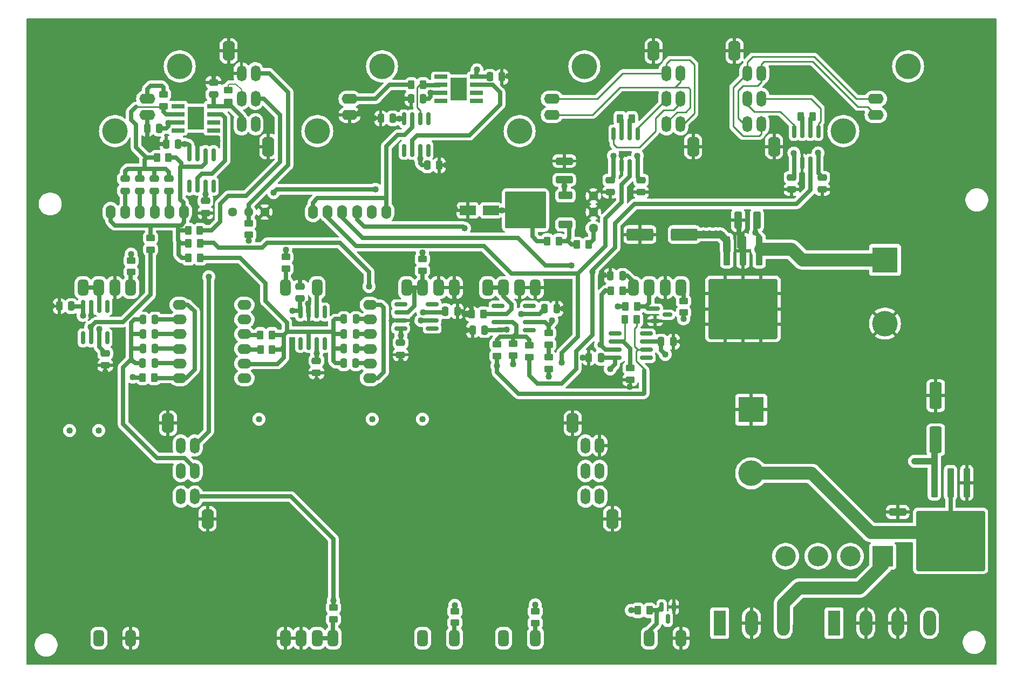
<source format=gbr>
%TF.GenerationSoftware,KiCad,Pcbnew,7.0.2*%
%TF.CreationDate,2023-07-19T18:14:24-04:00*%
%TF.ProjectId,basic_pid,62617369-635f-4706-9964-2e6b69636164,rev?*%
%TF.SameCoordinates,Original*%
%TF.FileFunction,Copper,L1,Top*%
%TF.FilePolarity,Positive*%
%FSLAX46Y46*%
G04 Gerber Fmt 4.6, Leading zero omitted, Abs format (unit mm)*
G04 Created by KiCad (PCBNEW 7.0.2) date 2023-07-19 18:14:24*
%MOMM*%
%LPD*%
G01*
G04 APERTURE LIST*
G04 Aperture macros list*
%AMRoundRect*
0 Rectangle with rounded corners*
0 $1 Rounding radius*
0 $2 $3 $4 $5 $6 $7 $8 $9 X,Y pos of 4 corners*
0 Add a 4 corners polygon primitive as box body*
4,1,4,$2,$3,$4,$5,$6,$7,$8,$9,$2,$3,0*
0 Add four circle primitives for the rounded corners*
1,1,$1+$1,$2,$3*
1,1,$1+$1,$4,$5*
1,1,$1+$1,$6,$7*
1,1,$1+$1,$8,$9*
0 Add four rect primitives between the rounded corners*
20,1,$1+$1,$2,$3,$4,$5,0*
20,1,$1+$1,$4,$5,$6,$7,0*
20,1,$1+$1,$6,$7,$8,$9,0*
20,1,$1+$1,$8,$9,$2,$3,0*%
%AMOutline5P*
0 Free polygon, 5 corners , with rotation*
0 The origin of the aperture is its center*
0 number of corners: always 5*
0 $1 to $10 corner X, Y*
0 $11 Rotation angle, in degrees counterclockwise*
0 create outline with 5 corners*
4,1,5,$1,$2,$3,$4,$5,$6,$7,$8,$9,$10,$1,$2,$11*%
%AMOutline6P*
0 Free polygon, 6 corners , with rotation*
0 The origin of the aperture is its center*
0 number of corners: always 6*
0 $1 to $12 corner X, Y*
0 $13 Rotation angle, in degrees counterclockwise*
0 create outline with 6 corners*
4,1,6,$1,$2,$3,$4,$5,$6,$7,$8,$9,$10,$11,$12,$1,$2,$13*%
%AMOutline7P*
0 Free polygon, 7 corners , with rotation*
0 The origin of the aperture is its center*
0 number of corners: always 7*
0 $1 to $14 corner X, Y*
0 $15 Rotation angle, in degrees counterclockwise*
0 create outline with 7 corners*
4,1,7,$1,$2,$3,$4,$5,$6,$7,$8,$9,$10,$11,$12,$13,$14,$1,$2,$15*%
%AMOutline8P*
0 Free polygon, 8 corners , with rotation*
0 The origin of the aperture is its center*
0 number of corners: always 8*
0 $1 to $16 corner X, Y*
0 $17 Rotation angle, in degrees counterclockwise*
0 create outline with 8 corners*
4,1,8,$1,$2,$3,$4,$5,$6,$7,$8,$9,$10,$11,$12,$13,$14,$15,$16,$1,$2,$17*%
G04 Aperture macros list end*
%TA.AperFunction,SMDPad,CuDef*%
%ADD10RoundRect,0.250000X-0.475000X0.250000X-0.475000X-0.250000X0.475000X-0.250000X0.475000X0.250000X0*%
%TD*%
%TA.AperFunction,SMDPad,CuDef*%
%ADD11RoundRect,0.250000X0.475000X-0.250000X0.475000X0.250000X-0.475000X0.250000X-0.475000X-0.250000X0*%
%TD*%
%TA.AperFunction,SMDPad,CuDef*%
%ADD12RoundRect,0.250000X0.250000X0.475000X-0.250000X0.475000X-0.250000X-0.475000X0.250000X-0.475000X0*%
%TD*%
%TA.AperFunction,SMDPad,CuDef*%
%ADD13RoundRect,0.250000X-0.250000X-0.475000X0.250000X-0.475000X0.250000X0.475000X-0.250000X0.475000X0*%
%TD*%
%TA.AperFunction,SMDPad,CuDef*%
%ADD14RoundRect,0.150000X-0.150000X0.825000X-0.150000X-0.825000X0.150000X-0.825000X0.150000X0.825000X0*%
%TD*%
%TA.AperFunction,SMDPad,CuDef*%
%ADD15RoundRect,0.250000X0.262500X0.450000X-0.262500X0.450000X-0.262500X-0.450000X0.262500X-0.450000X0*%
%TD*%
%TA.AperFunction,SMDPad,CuDef*%
%ADD16RoundRect,0.250000X0.450000X-0.262500X0.450000X0.262500X-0.450000X0.262500X-0.450000X-0.262500X0*%
%TD*%
%TA.AperFunction,SMDPad,CuDef*%
%ADD17RoundRect,0.250000X-1.100000X0.325000X-1.100000X-0.325000X1.100000X-0.325000X1.100000X0.325000X0*%
%TD*%
%TA.AperFunction,SMDPad,CuDef*%
%ADD18RoundRect,0.250000X-0.700000X1.825000X-0.700000X-1.825000X0.700000X-1.825000X0.700000X1.825000X0*%
%TD*%
%TA.AperFunction,SMDPad,CuDef*%
%ADD19RoundRect,0.150000X-0.587500X-0.150000X0.587500X-0.150000X0.587500X0.150000X-0.587500X0.150000X0*%
%TD*%
%TA.AperFunction,SMDPad,CuDef*%
%ADD20RoundRect,0.250000X-0.262500X-0.450000X0.262500X-0.450000X0.262500X0.450000X-0.262500X0.450000X0*%
%TD*%
%TA.AperFunction,SMDPad,CuDef*%
%ADD21RoundRect,0.250000X-0.450000X0.262500X-0.450000X-0.262500X0.450000X-0.262500X0.450000X0.262500X0*%
%TD*%
%TA.AperFunction,SMDPad,CuDef*%
%ADD22RoundRect,0.250000X1.050000X0.550000X-1.050000X0.550000X-1.050000X-0.550000X1.050000X-0.550000X0*%
%TD*%
%TA.AperFunction,SMDPad,CuDef*%
%ADD23R,2.032000X0.660400*%
%TD*%
%TA.AperFunction,ComponentPad*%
%ADD24C,0.355600*%
%TD*%
%TA.AperFunction,SMDPad,CuDef*%
%ADD25R,2.540000X3.556000*%
%TD*%
%TA.AperFunction,ComponentPad*%
%ADD26R,4.000000X4.000000*%
%TD*%
%TA.AperFunction,ComponentPad*%
%ADD27C,4.000000*%
%TD*%
%TA.AperFunction,SMDPad,CuDef*%
%ADD28RoundRect,0.150000X-0.825000X-0.150000X0.825000X-0.150000X0.825000X0.150000X-0.825000X0.150000X0*%
%TD*%
%TA.AperFunction,SMDPad,CuDef*%
%ADD29RoundRect,0.250000X-0.300000X2.050000X-0.300000X-2.050000X0.300000X-2.050000X0.300000X2.050000X0*%
%TD*%
%TA.AperFunction,SMDPad,CuDef*%
%ADD30RoundRect,0.250000X-2.375000X2.025000X-2.375000X-2.025000X2.375000X-2.025000X2.375000X2.025000X0*%
%TD*%
%TA.AperFunction,SMDPad,CuDef*%
%ADD31RoundRect,0.250002X-5.149998X4.449998X-5.149998X-4.449998X5.149998X-4.449998X5.149998X4.449998X0*%
%TD*%
%TA.AperFunction,ComponentPad*%
%ADD32R,3.200000X3.200000*%
%TD*%
%TA.AperFunction,ComponentPad*%
%ADD33C,3.200000*%
%TD*%
%TA.AperFunction,ComponentPad*%
%ADD34R,1.980000X3.960000*%
%TD*%
%TA.AperFunction,ComponentPad*%
%ADD35O,1.980000X3.960000*%
%TD*%
%TA.AperFunction,SMDPad,CuDef*%
%ADD36RoundRect,0.150000X-0.150000X0.587500X-0.150000X-0.587500X0.150000X-0.587500X0.150000X0.587500X0*%
%TD*%
%TA.AperFunction,SMDPad,CuDef*%
%ADD37RoundRect,0.250000X0.325000X1.100000X-0.325000X1.100000X-0.325000X-1.100000X0.325000X-1.100000X0*%
%TD*%
%TA.AperFunction,SMDPad,CuDef*%
%ADD38RoundRect,0.250000X0.850000X0.350000X-0.850000X0.350000X-0.850000X-0.350000X0.850000X-0.350000X0*%
%TD*%
%TA.AperFunction,SMDPad,CuDef*%
%ADD39RoundRect,0.250000X1.275000X1.125000X-1.275000X1.125000X-1.275000X-1.125000X1.275000X-1.125000X0*%
%TD*%
%TA.AperFunction,SMDPad,CuDef*%
%ADD40RoundRect,0.249997X2.950003X2.650003X-2.950003X2.650003X-2.950003X-2.650003X2.950003X-2.650003X0*%
%TD*%
%TA.AperFunction,SMDPad,CuDef*%
%ADD41RoundRect,0.250000X1.825000X0.700000X-1.825000X0.700000X-1.825000X-0.700000X1.825000X-0.700000X0*%
%TD*%
%TA.AperFunction,SMDPad,CuDef*%
%ADD42RoundRect,0.250000X1.100000X-0.325000X1.100000X0.325000X-1.100000X0.325000X-1.100000X-0.325000X0*%
%TD*%
%TA.AperFunction,ComponentPad*%
%ADD43O,2.200000X1.524000*%
%TD*%
%TA.AperFunction,ComponentPad*%
%ADD44O,1.524000X2.200000*%
%TD*%
%TA.AperFunction,ComponentPad*%
%ADD45O,2.500000X1.600000*%
%TD*%
%TA.AperFunction,ComponentPad*%
%ADD46RoundRect,0.508000X-0.317500X-0.762000X0.317500X-0.762000X0.317500X0.762000X-0.317500X0.762000X0*%
%TD*%
%TA.AperFunction,ComponentPad*%
%ADD47RoundRect,0.508000X0.317500X0.762000X-0.317500X0.762000X-0.317500X-0.762000X0.317500X-0.762000X0*%
%TD*%
%TA.AperFunction,ComponentPad*%
%ADD48O,1.500000X2.500000*%
%TD*%
%TA.AperFunction,ComponentPad*%
%ADD49Outline8P,-1.500000X0.540000X-1.140000X0.900000X1.140000X0.900000X1.500000X0.540000X1.500000X-0.540000X1.140000X-0.900000X-1.140000X-0.900000X-1.500000X-0.540000X90.000000*%
%TD*%
%TA.AperFunction,ComponentPad*%
%ADD50Outline8P,-1.500000X0.540000X-1.140000X0.900000X1.140000X0.900000X1.500000X0.540000X1.500000X-0.540000X1.140000X-0.900000X-1.140000X-0.900000X-1.500000X-0.540000X270.000000*%
%TD*%
%TA.AperFunction,ComponentPad*%
%ADD51C,1.440000*%
%TD*%
%TA.AperFunction,ViaPad*%
%ADD52C,1.016000*%
%TD*%
%TA.AperFunction,Conductor*%
%ADD53C,0.250000*%
%TD*%
%TA.AperFunction,Conductor*%
%ADD54C,0.635000*%
%TD*%
%TA.AperFunction,Conductor*%
%ADD55C,1.016000*%
%TD*%
%TA.AperFunction,Conductor*%
%ADD56C,1.143000*%
%TD*%
%TA.AperFunction,Conductor*%
%ADD57C,2.032000*%
%TD*%
%TA.AperFunction,Conductor*%
%ADD58C,0.200000*%
%TD*%
G04 APERTURE END LIST*
D10*
%TO.P,C22,1*%
%TO.N,+12V*%
X147189785Y-79214186D03*
%TO.P,C22,2*%
%TO.N,GND*%
X147189785Y-81114186D03*
%TD*%
%TO.P,C28,1*%
%TO.N,+12V*%
X198120000Y-50866000D03*
%TO.P,C28,2*%
%TO.N,GND*%
X198120000Y-52766000D03*
%TD*%
D11*
%TO.P,C29,1*%
%TO.N,GND*%
X221742000Y-52324000D03*
%TO.P,C29,2*%
%TO.N,-12V*%
X221742000Y-50424000D03*
%TD*%
D12*
%TO.P,C36,1*%
%TO.N,+12V*%
X122529912Y-42780399D03*
%TO.P,C36,2*%
%TO.N,GND*%
X120629912Y-42780399D03*
%TD*%
D13*
%TO.P,C1,1*%
%TO.N,GND*%
X193324556Y-65888588D03*
%TO.P,C1,2*%
%TO.N,Net-(C1-Pad2)*%
X195224556Y-65888588D03*
%TD*%
%TO.P,C30,1*%
%TO.N,+12V*%
X164571330Y-48543772D03*
%TO.P,C30,2*%
%TO.N,GND*%
X166471330Y-48543772D03*
%TD*%
D14*
%TO.P,U7,1,NC*%
%TO.N,unconnected-(U7-NC-Pad1)*%
X164743107Y-41255715D03*
%TO.P,U7,2,-*%
%TO.N,Net-(U7--)*%
X163473107Y-41255715D03*
%TO.P,U7,3,+*%
%TO.N,Net-(SW4-Common)*%
X162203107Y-41255715D03*
%TO.P,U7,4,V-*%
%TO.N,-12V*%
X160933107Y-41255715D03*
%TO.P,U7,5,NC*%
%TO.N,unconnected-(U7-NC-Pad5)*%
X160933107Y-46205715D03*
%TO.P,U7,6*%
%TO.N,Net-(U8-IN)*%
X162203107Y-46205715D03*
%TO.P,U7,7,V+*%
%TO.N,+12V*%
X163473107Y-46205715D03*
%TO.P,U7,8,NC*%
%TO.N,unconnected-(U7-NC-Pad8)*%
X164743107Y-46205715D03*
%TD*%
D15*
%TO.P,R20,1*%
%TO.N,Net-(R20-Pad1)*%
X128904874Y-60765575D03*
%TO.P,R20,2*%
%TO.N,Net-(SW9-Common)*%
X127079874Y-60765575D03*
%TD*%
D13*
%TO.P,C4,1*%
%TO.N,Net-(SW3A-B)*%
X119950490Y-75016237D03*
%TO.P,C4,2*%
%TO.N,Net-(C4-Pad2)*%
X121850490Y-75016237D03*
%TD*%
%TO.P,C31,1*%
%TO.N,GND*%
X157271330Y-41177772D03*
%TO.P,C31,2*%
%TO.N,-12V*%
X159171330Y-41177772D03*
%TD*%
D14*
%TO.P,U12,1,NC*%
%TO.N,unconnected-(U12-NC-Pad1)*%
X131040539Y-46873999D03*
%TO.P,U12,2,-*%
%TO.N,Net-(SW9-Common)*%
X129770539Y-46873999D03*
%TO.P,U12,3,+*%
%TO.N,GND*%
X128500539Y-46873999D03*
%TO.P,U12,4,V-*%
%TO.N,Vlim-*%
X127230539Y-46873999D03*
%TO.P,U12,5,NC*%
%TO.N,unconnected-(U12-NC-Pad5)*%
X127230539Y-51823999D03*
%TO.P,U12,6*%
%TO.N,Net-(U13-IN)*%
X128500539Y-51823999D03*
%TO.P,U12,7,V+*%
%TO.N,Vlim+*%
X129770539Y-51823999D03*
%TO.P,U12,8,NC*%
%TO.N,unconnected-(U12-NC-Pad8)*%
X131040539Y-51823999D03*
%TD*%
D16*
%TO.P,R28,1*%
%TO.N,-12V*%
X204791002Y-71661088D03*
%TO.P,R28,2*%
%TO.N,Net-(R28-Pad2)*%
X204791002Y-69836088D03*
%TD*%
D17*
%TO.P,C25,1*%
%TO.N,GND*%
X238400000Y-102950000D03*
%TO.P,C25,2*%
%TO.N,V-_unreg*%
X238400000Y-105900000D03*
%TD*%
D16*
%TO.P,R29,1*%
%TO.N,-12V*%
X136551318Y-59463248D03*
%TO.P,R29,2*%
%TO.N,Net-(SW10A-C)*%
X136551318Y-57638248D03*
%TD*%
D13*
%TO.P,C9,1*%
%TO.N,Net-(C6-Pad1)*%
X151482846Y-72675380D03*
%TO.P,C9,2*%
%TO.N,Net-(C9-Pad2)*%
X153382846Y-72675380D03*
%TD*%
D18*
%TO.P,C33,1*%
%TO.N,GND*%
X244374513Y-84682000D03*
%TO.P,C33,2*%
%TO.N,-12V*%
X244374513Y-91632000D03*
%TD*%
D16*
%TO.P,R4,1*%
%TO.N,GND*%
X196410057Y-82206272D03*
%TO.P,R4,2*%
%TO.N,Net-(U5--)*%
X196410057Y-80381272D03*
%TD*%
D19*
%TO.P,U1,1,K*%
%TO.N,Net-(U1-K)*%
X200357500Y-71059000D03*
%TO.P,U1,2,A*%
%TO.N,GND*%
X200357500Y-72959000D03*
%TO.P,U1,3*%
%TO.N,N/C*%
X202232500Y-72009000D03*
%TD*%
D10*
%TO.P,C12,1*%
%TO.N,Net-(U13-OUT)*%
X121715637Y-50644852D03*
%TO.P,C12,2*%
%TO.N,Net-(C12-Pad2)*%
X121715637Y-52544852D03*
%TD*%
D20*
%TO.P,R34,1*%
%TO.N,Net-(R34-Pad1)*%
X223219000Y-40894000D03*
%TO.P,R34,2*%
%TO.N,Net-(R34-Pad2)*%
X225044000Y-40894000D03*
%TD*%
D21*
%TO.P,R13,1*%
%TO.N,Error_signal*%
X163820390Y-63250847D03*
%TO.P,R13,2*%
%TO.N,Net-(U10--)*%
X163820390Y-65075847D03*
%TD*%
D15*
%TO.P,R1,1*%
%TO.N,Net-(U1-K)*%
X197485000Y-70739000D03*
%TO.P,R1,2*%
%TO.N,+12V*%
X195660000Y-70739000D03*
%TD*%
D13*
%TO.P,C15,1*%
%TO.N,GND*%
X189941612Y-78752855D03*
%TO.P,C15,2*%
%TO.N,-12V*%
X191841612Y-78752855D03*
%TD*%
D10*
%TO.P,C40,1*%
%TO.N,Vlim+*%
X129785632Y-54116256D03*
%TO.P,C40,2*%
%TO.N,GND*%
X129785632Y-56016256D03*
%TD*%
D22*
%TO.P,C44,1*%
%TO.N,Vlim+*%
X174542000Y-55626000D03*
%TO.P,C44,2*%
%TO.N,GND*%
X170942000Y-55626000D03*
%TD*%
D16*
%TO.P,R23,2*%
%TO.N,Net-(J4-In)*%
X123190000Y-37441500D03*
%TO.P,R23,1*%
%TO.N,Net-(U13-OUT)*%
X123190000Y-39266500D03*
%TD*%
D20*
%TO.P,R2,1*%
%TO.N,-12V*%
X197626000Y-118394000D03*
%TO.P,R2,2*%
%TO.N,Net-(U2-A)*%
X199451000Y-118394000D03*
%TD*%
%TO.P,R9,1*%
%TO.N,GND*%
X171531988Y-71886973D03*
%TO.P,R9,2*%
%TO.N,Net-(U6--)*%
X173356988Y-71886973D03*
%TD*%
D23*
%TO.P,U13,1,BW*%
%TO.N,unconnected-(U13-BW-Pad1)*%
X131040539Y-43063999D03*
%TO.P,U13,2*%
%TO.N,N/C*%
X131040539Y-41793999D03*
%TO.P,U13,3,IN*%
%TO.N,Net-(U13-IN)*%
X131040539Y-40523999D03*
%TO.P,U13,4,V-*%
%TO.N,-12V*%
X131040539Y-39253999D03*
%TO.P,U13,5*%
%TO.N,N/C*%
X125452539Y-39253999D03*
%TO.P,U13,6,OUT*%
%TO.N,Net-(U13-OUT)*%
X125452539Y-40523999D03*
%TO.P,U13,7,V+*%
%TO.N,+12V*%
X125452539Y-41793999D03*
%TO.P,U13,8*%
%TO.N,N/C*%
X125452539Y-43063999D03*
D24*
%TO.P,U13,9,EP*%
%TO.N,-12V*%
X129135539Y-42682999D03*
X129135539Y-41158999D03*
X129135539Y-39634999D03*
X128691039Y-41920999D03*
X128691039Y-40396999D03*
X128246539Y-42682999D03*
X128246539Y-41158999D03*
D25*
X128246539Y-41158999D03*
X128246539Y-41158999D03*
D24*
X128246539Y-39634999D03*
X127802039Y-41920999D03*
X127802039Y-40396999D03*
X127357539Y-42682999D03*
X127357539Y-41158999D03*
X127357539Y-39634999D03*
%TD*%
D26*
%TO.P,C19,1*%
%TO.N,GND*%
X215400000Y-86900000D03*
D27*
%TO.P,C19,2*%
%TO.N,V-_unreg*%
X215400000Y-96900000D03*
%TD*%
D15*
%TO.P,R15,1*%
%TO.N,Net-(U7--)*%
X163910050Y-35931061D03*
%TO.P,R15,2*%
%TO.N,Net-(J3-In)*%
X162085050Y-35931061D03*
%TD*%
D28*
%TO.P,U10,1,NC*%
%TO.N,unconnected-(U10-NC-Pad1)*%
X160404000Y-70358000D03*
%TO.P,U10,2,-*%
%TO.N,Net-(U10--)*%
X160404000Y-71628000D03*
%TO.P,U10,3,+*%
%TO.N,GND*%
X160404000Y-72898000D03*
%TO.P,U10,4,V-*%
%TO.N,-12V*%
X160404000Y-74168000D03*
%TO.P,U10,5,NC*%
%TO.N,unconnected-(U10-NC-Pad5)*%
X165354000Y-74168000D03*
%TO.P,U10,6*%
%TO.N,Net-(R20-Pad1)*%
X165354000Y-72898000D03*
%TO.P,U10,7,V+*%
%TO.N,+12V*%
X165354000Y-71628000D03*
%TO.P,U10,8,NC*%
%TO.N,unconnected-(U10-NC-Pad8)*%
X165354000Y-70358000D03*
%TD*%
D16*
%TO.P,R10,2*%
%TO.N,Error_signal*%
X183628521Y-74883000D03*
%TO.P,R10,1*%
%TO.N,Net-(R10-Pad1)*%
X183628521Y-76708000D03*
%TD*%
D29*
%TO.P,U15,1,GND*%
%TO.N,GND*%
X249241513Y-98360000D03*
%TO.P,U15,2,IN*%
%TO.N,V-_unreg*%
X246701513Y-98360000D03*
D30*
X249476513Y-105085000D03*
X243926513Y-105085000D03*
D31*
X246701513Y-107510000D03*
D30*
X249476513Y-109935000D03*
X243926513Y-109935000D03*
D29*
%TO.P,U15,3,OUT*%
%TO.N,-12V*%
X244161513Y-98360000D03*
%TD*%
D28*
%TO.P,U5,1,NC*%
%TO.N,unconnected-(U5-NC-Pad1)*%
X194015347Y-74939710D03*
%TO.P,U5,2,-*%
%TO.N,Net-(U5--)*%
X194015347Y-76209710D03*
%TO.P,U5,3,+*%
%TO.N,Net-(SW5A-B)*%
X194015347Y-77479710D03*
%TO.P,U5,4,V-*%
%TO.N,-12V*%
X194015347Y-78749710D03*
%TO.P,U5,5,NC*%
%TO.N,unconnected-(U5-NC-Pad5)*%
X198965347Y-78749710D03*
%TO.P,U5,6*%
%TO.N,Internal_setpoint*%
X198965347Y-77479710D03*
%TO.P,U5,7,V+*%
%TO.N,+12V*%
X198965347Y-76209710D03*
%TO.P,U5,8,NC*%
%TO.N,unconnected-(U5-NC-Pad8)*%
X198965347Y-74939710D03*
%TD*%
D13*
%TO.P,C2,1*%
%TO.N,Net-(SW3A-B)*%
X119920822Y-79616208D03*
%TO.P,C2,2*%
%TO.N,Net-(C2-Pad2)*%
X121820822Y-79616208D03*
%TD*%
%TO.P,C8,1*%
%TO.N,Net-(C6-Pad1)*%
X151486890Y-74994304D03*
%TO.P,C8,2*%
%TO.N,Net-(C8-Pad2)*%
X153386890Y-74994304D03*
%TD*%
%TO.P,C3,1*%
%TO.N,Net-(SW3A-B)*%
X119937282Y-77281078D03*
%TO.P,C3,2*%
%TO.N,Net-(C3-Pad2)*%
X121837282Y-77281078D03*
%TD*%
%TO.P,C6,1*%
%TO.N,Net-(C6-Pad1)*%
X151472514Y-79619652D03*
%TO.P,C6,2*%
%TO.N,Net-(C6-Pad2)*%
X153372514Y-79619652D03*
%TD*%
D10*
%TO.P,C10,1*%
%TO.N,Net-(U13-OUT)*%
X117156038Y-50644852D03*
%TO.P,C10,2*%
%TO.N,Net-(C10-Pad2)*%
X117156038Y-52544852D03*
%TD*%
D16*
%TO.P,R18,1*%
%TO.N,Net-(R18-Pad1)*%
X121158000Y-61769000D03*
%TO.P,R18,2*%
%TO.N,Net-(SW9-Common)*%
X121158000Y-59944000D03*
%TD*%
D15*
%TO.P,R32,1*%
%TO.N,Net-(U16-ADJ)*%
X185231020Y-60415319D03*
%TO.P,R32,2*%
%TO.N,Vlim+*%
X183406020Y-60415319D03*
%TD*%
D10*
%TO.P,C34,1*%
%TO.N,+12V*%
X226568000Y-50424000D03*
%TO.P,C34,2*%
%TO.N,GND*%
X226568000Y-52324000D03*
%TD*%
%TO.P,C11,1*%
%TO.N,Net-(U13-OUT)*%
X119423514Y-50644852D03*
%TO.P,C11,2*%
%TO.N,Net-(C11-Pad2)*%
X119423514Y-52544852D03*
%TD*%
D12*
%TO.P,C43,1*%
%TO.N,Vlim-*%
X125511875Y-45174552D03*
%TO.P,C43,2*%
%TO.N,GND*%
X123611875Y-45174552D03*
%TD*%
D10*
%TO.P,C23,1*%
%TO.N,GND*%
X144633302Y-67528119D03*
%TO.P,C23,2*%
%TO.N,-12V*%
X144633302Y-69428119D03*
%TD*%
D15*
%TO.P,R14,1*%
%TO.N,Net-(SW6-Common)*%
X121746574Y-81848528D03*
%TO.P,R14,2*%
%TO.N,Net-(U11--)*%
X119921574Y-81848528D03*
%TD*%
D13*
%TO.P,C14,1*%
%TO.N,+12V*%
X201288358Y-76214741D03*
%TO.P,C14,2*%
%TO.N,GND*%
X203188358Y-76214741D03*
%TD*%
D20*
%TO.P,R33,1*%
%TO.N,Net-(R33-Pad1)*%
X194818000Y-41214000D03*
%TO.P,R33,2*%
%TO.N,Net-(R33-Pad2)*%
X196643000Y-41214000D03*
%TD*%
D21*
%TO.P,R27,1*%
%TO.N,-12V*%
X118104184Y-63495367D03*
%TO.P,R27,2*%
%TO.N,Net-(R27-Pad2)*%
X118104184Y-65320367D03*
%TD*%
D16*
%TO.P,R24,1*%
%TO.N,Net-(R24-Pad1)*%
X181526556Y-120388090D03*
%TO.P,R24,2*%
%TO.N,+12V*%
X181526556Y-118563090D03*
%TD*%
D10*
%TO.P,C13,1*%
%TO.N,Net-(U13-OUT)*%
X124068857Y-50655314D03*
%TO.P,C13,2*%
%TO.N,Net-(C13-Pad2)*%
X124068857Y-52555314D03*
%TD*%
D13*
%TO.P,C17,1*%
%TO.N,GND*%
X171675343Y-74422000D03*
%TO.P,C17,2*%
%TO.N,-12V*%
X173575343Y-74422000D03*
%TD*%
D12*
%TO.P,C38,1*%
%TO.N,+12V*%
X163939872Y-38064769D03*
%TO.P,C38,2*%
%TO.N,GND*%
X162039872Y-38064769D03*
%TD*%
D11*
%TO.P,C35,1*%
%TO.N,GND*%
X193294000Y-52766000D03*
%TO.P,C35,2*%
%TO.N,-12V*%
X193294000Y-50866000D03*
%TD*%
D20*
%TO.P,R16,1*%
%TO.N,Net-(R16-Pad1)*%
X138403651Y-77441179D03*
%TO.P,R16,2*%
%TO.N,Net-(C6-Pad1)*%
X140228651Y-77441179D03*
%TD*%
D14*
%TO.P,U11,1,NC*%
%TO.N,unconnected-(U11-NC-Pad1)*%
X114357857Y-70674542D03*
%TO.P,U11,2,-*%
%TO.N,Net-(U11--)*%
X113087857Y-70674542D03*
%TO.P,U11,3,+*%
%TO.N,GND*%
X111817857Y-70674542D03*
%TO.P,U11,4,V-*%
%TO.N,-12V*%
X110547857Y-70674542D03*
%TO.P,U11,5,NC*%
%TO.N,unconnected-(U11-NC-Pad5)*%
X110547857Y-75624542D03*
%TO.P,U11,6*%
%TO.N,Net-(R18-Pad1)*%
X111817857Y-75624542D03*
%TO.P,U11,7,V+*%
%TO.N,+12V*%
X113087857Y-75624542D03*
%TO.P,U11,8,NC*%
%TO.N,unconnected-(U11-NC-Pad8)*%
X114357857Y-75624542D03*
%TD*%
D13*
%TO.P,C27,1*%
%TO.N,GND*%
X106821027Y-70654882D03*
%TO.P,C27,2*%
%TO.N,-12V*%
X108721027Y-70654882D03*
%TD*%
%TO.P,C5,1*%
%TO.N,Net-(SW3A-B)*%
X119957344Y-72734573D03*
%TO.P,C5,2*%
%TO.N,Net-(C5-Pad2)*%
X121857344Y-72734573D03*
%TD*%
D32*
%TO.P,D1,1,+*%
%TO.N,V+_unreg*%
X236060000Y-109900000D03*
D33*
%TO.P,D1,2*%
%TO.N,/Supply_and_filtering/yellow*%
X230980000Y-109900000D03*
%TO.P,D1,3*%
%TO.N,/Supply_and_filtering/black*%
X225900000Y-109900000D03*
%TO.P,D1,4,-*%
%TO.N,V-_unreg*%
X220820000Y-109900000D03*
%TD*%
D15*
%TO.P,R30,1*%
%TO.N,Net-(R30-Pad1)*%
X189888500Y-60960000D03*
%TO.P,R30,2*%
%TO.N,Net-(U16-ADJ)*%
X188063500Y-60960000D03*
%TD*%
D20*
%TO.P,R17,1*%
%TO.N,Net-(R17-Pad1)*%
X138376980Y-75144498D03*
%TO.P,R17,2*%
%TO.N,Net-(C6-Pad1)*%
X140201980Y-75144498D03*
%TD*%
D34*
%TO.P,J6,1,Pin_1*%
%TO.N,V-_unreg*%
X210460000Y-120400000D03*
D35*
%TO.P,J6,2,Pin_2*%
%TO.N,GND*%
X215460000Y-120400000D03*
%TO.P,J6,3,Pin_3*%
%TO.N,V+_unreg*%
X220460000Y-120400000D03*
%TD*%
D10*
%TO.P,C37,1*%
%TO.N,GND*%
X131037208Y-35534266D03*
%TO.P,C37,2*%
%TO.N,-12V*%
X131037208Y-37434266D03*
%TD*%
D14*
%TO.P,U9,1,NC*%
%TO.N,unconnected-(U9-NC-Pad1)*%
X148474003Y-71553337D03*
%TO.P,U9,2,-*%
%TO.N,Net-(SW7-Common)*%
X147204003Y-71553337D03*
%TO.P,U9,3,+*%
%TO.N,GND*%
X145934003Y-71553337D03*
%TO.P,U9,4,V-*%
%TO.N,-12V*%
X144664003Y-71553337D03*
%TO.P,U9,5,NC*%
%TO.N,unconnected-(U9-NC-Pad5)*%
X144664003Y-76503337D03*
%TO.P,U9,6*%
%TO.N,Net-(C6-Pad1)*%
X145934003Y-76503337D03*
%TO.P,U9,7,V+*%
%TO.N,+12V*%
X147204003Y-76503337D03*
%TO.P,U9,8,NC*%
%TO.N,unconnected-(U9-NC-Pad8)*%
X148474003Y-76503337D03*
%TD*%
D11*
%TO.P,C21,1*%
%TO.N,GND*%
X160388639Y-78277554D03*
%TO.P,C21,2*%
%TO.N,-12V*%
X160388639Y-76377554D03*
%TD*%
D16*
%TO.P,R11,1*%
%TO.N,Net-(R11-Pad1)*%
X183628521Y-80518000D03*
%TO.P,R11,2*%
%TO.N,Net-(R10-Pad1)*%
X183628521Y-78693000D03*
%TD*%
D14*
%TO.P,U4,1,-*%
%TO.N,Net-(SW2A-B)*%
X225933000Y-43245000D03*
%TO.P,U4,2,Rg*%
%TO.N,Net-(R34-Pad2)*%
X224663000Y-43245000D03*
%TO.P,U4,3,Rg*%
%TO.N,Net-(R34-Pad1)*%
X223393000Y-43245000D03*
%TO.P,U4,4,+*%
%TO.N,Net-(SW2B-B)*%
X222123000Y-43245000D03*
%TO.P,U4,5,Vs-*%
%TO.N,-12V*%
X222123000Y-48195000D03*
%TO.P,U4,6,Ref*%
%TO.N,GND*%
X223393000Y-48195000D03*
%TO.P,U4,7*%
%TO.N,Input_B*%
X224663000Y-48195000D03*
%TO.P,U4,8,Vs+*%
%TO.N,+12V*%
X225933000Y-48195000D03*
%TD*%
D15*
%TO.P,R19,1*%
%TO.N,Net-(C6-Pad1)*%
X128921050Y-63093340D03*
%TO.P,R19,2*%
%TO.N,Net-(SW9-Common)*%
X127096050Y-63093340D03*
%TD*%
D36*
%TO.P,U2,1,K*%
%TO.N,GND*%
X203261000Y-117886000D03*
%TO.P,U2,2,A*%
%TO.N,Net-(U2-A)*%
X201361000Y-117886000D03*
%TO.P,U2,3*%
%TO.N,N/C*%
X202311000Y-119761000D03*
%TD*%
D16*
%TO.P,R25,1*%
%TO.N,Net-(R25-Pad1)*%
X142394771Y-64770000D03*
%TO.P,R25,2*%
%TO.N,+12V*%
X142394771Y-62945000D03*
%TD*%
D13*
%TO.P,C7,1*%
%TO.N,Net-(C6-Pad1)*%
X151486890Y-77278515D03*
%TO.P,C7,2*%
%TO.N,Net-(C7-Pad2)*%
X153386890Y-77278515D03*
%TD*%
D12*
%TO.P,C39,1*%
%TO.N,GND*%
X176306175Y-34668646D03*
%TO.P,C39,2*%
%TO.N,-12V*%
X174406175Y-34668646D03*
%TD*%
D15*
%TO.P,R3,1*%
%TO.N,Net-(C1-Pad2)*%
X195198784Y-68208047D03*
%TO.P,R3,2*%
%TO.N,Net-(SW5A-B)*%
X193373784Y-68208047D03*
%TD*%
D13*
%TO.P,C16,1*%
%TO.N,+12V*%
X182998521Y-71044749D03*
%TO.P,C16,2*%
%TO.N,GND*%
X184898521Y-71044749D03*
%TD*%
D37*
%TO.P,C24,1*%
%TO.N,V+_unreg*%
X216310000Y-57150000D03*
%TO.P,C24,2*%
%TO.N,GND*%
X213360000Y-57150000D03*
%TD*%
D15*
%TO.P,R22,1*%
%TO.N,Net-(SW9-Common)*%
X123989447Y-47365468D03*
%TO.P,R22,2*%
%TO.N,Net-(U13-OUT)*%
X122164447Y-47365468D03*
%TD*%
D10*
%TO.P,C26,1*%
%TO.N,+12V*%
X114054319Y-78050749D03*
%TO.P,C26,2*%
%TO.N,GND*%
X114054319Y-79950749D03*
%TD*%
D38*
%TO.P,U16,1,ADJ*%
%TO.N,Net-(U16-ADJ)*%
X186285914Y-57852853D03*
D39*
%TO.P,U16,2,VO*%
%TO.N,Vlim+*%
X181660914Y-57097853D03*
X181660914Y-54047853D03*
D40*
X179985914Y-55572853D03*
D39*
X178310914Y-57097853D03*
X178310914Y-54047853D03*
D38*
%TO.P,U16,3,VI*%
%TO.N,V+_unreg*%
X186285914Y-53292853D03*
%TD*%
D16*
%TO.P,R6,1*%
%TO.N,Input_B*%
X180594000Y-78636500D03*
%TO.P,R6,2*%
%TO.N,Net-(U6-+)*%
X180594000Y-76811500D03*
%TD*%
D41*
%TO.P,C32,1*%
%TO.N,+12V*%
X204900000Y-59400000D03*
%TO.P,C32,2*%
%TO.N,GND*%
X197950000Y-59400000D03*
%TD*%
D20*
%TO.P,R5,2*%
%TO.N,Internal_setpoint*%
X197413847Y-72767739D03*
%TO.P,R5,1*%
%TO.N,Net-(U5--)*%
X195588847Y-72767739D03*
%TD*%
D42*
%TO.P,C42,1*%
%TO.N,V+_unreg*%
X186068098Y-50830458D03*
%TO.P,C42,2*%
%TO.N,GND*%
X186068098Y-47880458D03*
%TD*%
D26*
%TO.P,C18,1*%
%TO.N,V+_unreg*%
X236400000Y-63400000D03*
D27*
%TO.P,C18,2*%
%TO.N,GND*%
X236400000Y-73400000D03*
%TD*%
D28*
%TO.P,U6,1,NC*%
%TO.N,unconnected-(U6-NC-Pad1)*%
X175685406Y-70576901D03*
%TO.P,U6,2,-*%
%TO.N,Net-(U6--)*%
X175685406Y-71846901D03*
%TO.P,U6,3,+*%
%TO.N,Net-(U6-+)*%
X175685406Y-73116901D03*
%TO.P,U6,4,V-*%
%TO.N,-12V*%
X175685406Y-74386901D03*
%TO.P,U6,5,NC*%
%TO.N,unconnected-(U6-NC-Pad5)*%
X180635406Y-74386901D03*
%TO.P,U6,6*%
%TO.N,Error_signal*%
X180635406Y-73116901D03*
%TO.P,U6,7,V+*%
%TO.N,+12V*%
X180635406Y-71846901D03*
%TO.P,U6,8,NC*%
%TO.N,unconnected-(U6-NC-Pad8)*%
X180635406Y-70576901D03*
%TD*%
D16*
%TO.P,R26,1*%
%TO.N,Net-(R26-Pad1)*%
X168910000Y-120336220D03*
%TO.P,R26,2*%
%TO.N,+12V*%
X168910000Y-118511220D03*
%TD*%
%TO.P,R7,1*%
%TO.N,Internal_setpoint*%
X175514000Y-78486000D03*
%TO.P,R7,2*%
%TO.N,Net-(U6-+)*%
X175514000Y-76661000D03*
%TD*%
D29*
%TO.P,U14,1,VI*%
%TO.N,V+_unreg*%
X216662000Y-61946000D03*
%TO.P,U14,2,GND*%
%TO.N,GND*%
X214122000Y-61946000D03*
D30*
X216897000Y-68671000D03*
X211347000Y-68671000D03*
D31*
X214122000Y-71096000D03*
D30*
X216897000Y-73521000D03*
X211347000Y-73521000D03*
D29*
%TO.P,U14,3,VO*%
%TO.N,+12V*%
X211582000Y-61946000D03*
%TD*%
D14*
%TO.P,U3,1,-*%
%TO.N,Net-(SW1A-B)*%
X197612000Y-43630000D03*
%TO.P,U3,2,Rg*%
%TO.N,Net-(R33-Pad2)*%
X196342000Y-43630000D03*
%TO.P,U3,3,Rg*%
%TO.N,Net-(R33-Pad1)*%
X195072000Y-43630000D03*
%TO.P,U3,4,+*%
%TO.N,Net-(SW1B-B)*%
X193802000Y-43630000D03*
%TO.P,U3,5,Vs-*%
%TO.N,-12V*%
X193802000Y-48580000D03*
%TO.P,U3,6,Ref*%
%TO.N,GND*%
X195072000Y-48580000D03*
%TO.P,U3,7*%
%TO.N,Input_A*%
X196342000Y-48580000D03*
%TO.P,U3,8,Vs+*%
%TO.N,+12V*%
X197612000Y-48580000D03*
%TD*%
D21*
%TO.P,R12,1*%
%TO.N,Error_signal*%
X149860000Y-117959500D03*
%TO.P,R12,2*%
%TO.N,Net-(R12-Pad2)*%
X149860000Y-119784500D03*
%TD*%
D20*
%TO.P,R21,1*%
%TO.N,Net-(SW9-Common)*%
X127078976Y-58745812D03*
%TO.P,R21,2*%
%TO.N,Positive_offset*%
X128903976Y-58745812D03*
%TD*%
D13*
%TO.P,C20,1*%
%TO.N,+12V*%
X167394283Y-71452427D03*
%TO.P,C20,2*%
%TO.N,GND*%
X169294283Y-71452427D03*
%TD*%
D23*
%TO.P,U8,1,BW*%
%TO.N,unconnected-(U8-BW-Pad1)*%
X172300512Y-38469772D03*
%TO.P,U8,2*%
%TO.N,N/C*%
X172300512Y-37199772D03*
%TO.P,U8,3,IN*%
%TO.N,Net-(U8-IN)*%
X172300512Y-35929772D03*
%TO.P,U8,4,V-*%
%TO.N,-12V*%
X172300512Y-34659772D03*
%TO.P,U8,5*%
%TO.N,N/C*%
X166712512Y-34659772D03*
%TO.P,U8,6,OUT*%
%TO.N,Net-(U7--)*%
X166712512Y-35929772D03*
%TO.P,U8,7,V+*%
%TO.N,+12V*%
X166712512Y-37199772D03*
%TO.P,U8,8*%
%TO.N,N/C*%
X166712512Y-38469772D03*
D24*
%TO.P,U8,9,EP*%
%TO.N,-12V*%
X170395512Y-38088772D03*
X170395512Y-36564772D03*
X170395512Y-35040772D03*
X169951012Y-37326772D03*
X169951012Y-35802772D03*
X169506512Y-38088772D03*
X169506512Y-36564772D03*
D25*
X169506512Y-36564772D03*
X169506512Y-36564772D03*
D24*
X169506512Y-35040772D03*
X169062012Y-37326772D03*
X169062012Y-35802772D03*
X168617512Y-38088772D03*
X168617512Y-36564772D03*
X168617512Y-35040772D03*
%TD*%
D16*
%TO.P,R8,1*%
%TO.N,Input_A*%
X178054000Y-78382500D03*
%TO.P,R8,2*%
%TO.N,Net-(U6-+)*%
X178054000Y-76557500D03*
%TD*%
D34*
%TO.P,J5,1,Pin_1*%
%TO.N,/Supply_and_filtering/black*%
X228400000Y-120400000D03*
D35*
%TO.P,J5,2,Pin_2*%
%TO.N,GND*%
X233400000Y-120400000D03*
%TO.P,J5,3,Pin_3*%
X238400000Y-120400000D03*
%TO.P,J5,4,Pin_4*%
%TO.N,/Supply_and_filtering/yellow*%
X243400000Y-120400000D03*
%TD*%
D16*
%TO.P,R31,1*%
%TO.N,-12V*%
X133343552Y-38588712D03*
%TO.P,R31,2*%
%TO.N,Vlim-*%
X133343552Y-36763712D03*
%TD*%
D43*
%TO.P,SW8,1,1*%
%TO.N,Net-(C6-Pad1)*%
X135890000Y-79650000D03*
%TO.P,SW8,2,2*%
%TO.N,Net-(R16-Pad1)*%
X135890000Y-77350000D03*
%TO.P,SW8,3,3*%
%TO.N,Net-(R17-Pad1)*%
X135890000Y-75050000D03*
%TO.P,SW8,4,4*%
%TO.N,unconnected-(SW8-Pad4)*%
X135890000Y-72750000D03*
%TO.P,SW8,C,Common*%
%TO.N,Net-(SW7-Common)*%
X135890000Y-70450000D03*
X135890000Y-81950000D03*
%TD*%
D44*
%TO.P,SW9,1,1*%
%TO.N,Net-(C10-Pad2)*%
X117200000Y-55880000D03*
%TO.P,SW9,2,2*%
%TO.N,Net-(C11-Pad2)*%
X119500000Y-55880000D03*
%TO.P,SW9,3,3*%
%TO.N,Net-(C12-Pad2)*%
X121800000Y-55880000D03*
%TO.P,SW9,4,4*%
%TO.N,Net-(C13-Pad2)*%
X124100000Y-55880000D03*
%TO.P,SW9,C,Common*%
%TO.N,Net-(SW9-Common)*%
X126400000Y-55880000D03*
X114900000Y-55880000D03*
%TD*%
D27*
%TO.P,J4,*%
%TO.N,*%
X125730000Y-33020000D03*
X115570000Y-43180000D03*
D45*
%TO.P,J4,1,In*%
%TO.N,Net-(J4-In)*%
X120650000Y-38100000D03*
%TO.P,J4,2,Ext*%
%TO.N,GND*%
X120650000Y-40640000D03*
%TD*%
D46*
%TO.P,RV3,1,1*%
%TO.N,Net-(R12-Pad2)*%
X147300000Y-122750000D03*
%TO.P,RV3,2,2*%
X149800000Y-122750000D03*
%TO.P,RV3,3,3*%
%TO.N,Net-(SW7-Common)*%
X147300000Y-67750000D03*
%TO.P,RV3,A,A*%
%TO.N,Net-(R25-Pad1)*%
X142300000Y-67750000D03*
%TO.P,RV3,C,C*%
%TO.N,GND*%
X142300000Y-122750000D03*
%TO.P,RV3,L,Dummy*%
X144800000Y-122750000D03*
%TD*%
D47*
%TO.P,RV4,1,1*%
%TO.N,Net-(U10--)*%
X163850000Y-67750000D03*
%TO.P,RV4,2,2*%
X161350000Y-67750000D03*
%TO.P,RV4,3,3*%
%TO.N,Net-(R20-Pad1)*%
X163850000Y-122750000D03*
%TO.P,RV4,A,A*%
%TO.N,Net-(R26-Pad1)*%
X168850000Y-122750000D03*
%TO.P,RV4,C,C*%
%TO.N,GND*%
X168850000Y-67750000D03*
%TO.P,RV4,L,Dummy*%
X166350000Y-67750000D03*
%TD*%
D48*
%TO.P,SW5,1,A*%
%TO.N,unconnected-(SW5A-A-Pad1)*%
X191600000Y-100520000D03*
%TO.P,SW5,2,B*%
%TO.N,Net-(SW5A-B)*%
X191600000Y-96520000D03*
%TO.P,SW5,3,C*%
%TO.N,GND*%
X191600000Y-92520000D03*
%TO.P,SW5,4*%
%TO.N,N/C*%
X189400000Y-100520000D03*
%TO.P,SW5,5*%
X189400000Y-96520000D03*
%TO.P,SW5,6*%
X189400000Y-92520000D03*
D49*
%TO.P,SW5,S,S*%
%TO.N,GND*%
X193600000Y-104020000D03*
X187400000Y-89020000D03*
%TD*%
D48*
%TO.P,SW1,1,A*%
%TO.N,Net-(J1-In)*%
X202100000Y-34100000D03*
%TO.P,SW1,2,B*%
%TO.N,Net-(SW1A-B)*%
X202100000Y-38100000D03*
%TO.P,SW1,3,C*%
%TO.N,Net-(J1-Ext)*%
X202100000Y-42100000D03*
%TO.P,SW1,4,A*%
X204300000Y-34100000D03*
%TO.P,SW1,5,B*%
%TO.N,Net-(SW1B-B)*%
X204300000Y-38100000D03*
%TO.P,SW1,6,C*%
%TO.N,Net-(J1-In)*%
X204300000Y-42100000D03*
D50*
%TO.P,SW1,S,S*%
%TO.N,GND*%
X200100000Y-30600000D03*
X206300000Y-45600000D03*
%TD*%
D47*
%TO.P,RV5,1,1*%
%TO.N,Net-(U11--)*%
X113050000Y-67750000D03*
%TO.P,RV5,2,2*%
X110550000Y-67750000D03*
%TO.P,RV5,3,3*%
%TO.N,Net-(R18-Pad1)*%
X113050000Y-122750000D03*
%TO.P,RV5,A,A*%
%TO.N,GND*%
X118050000Y-122750000D03*
%TO.P,RV5,C,C*%
%TO.N,Net-(R27-Pad2)*%
X118050000Y-67750000D03*
%TO.P,RV5,L,Dummy*%
%TO.N,GND*%
X115550000Y-67750000D03*
%TD*%
%TO.P,RV1,1,1*%
%TO.N,Net-(U1-K)*%
X199410000Y-67750000D03*
%TO.P,RV1,2,2*%
%TO.N,Net-(C1-Pad2)*%
X196910000Y-67750000D03*
%TO.P,RV1,3,3*%
%TO.N,Net-(U2-A)*%
X199410000Y-122750000D03*
%TO.P,RV1,A,A*%
%TO.N,GND*%
X204410000Y-122750000D03*
%TO.P,RV1,C,C*%
%TO.N,Net-(R28-Pad2)*%
X204410000Y-67750000D03*
%TO.P,RV1,L,Dummy*%
%TO.N,GND*%
X201910000Y-67750000D03*
%TD*%
D51*
%TO.P,RV6,1,1*%
%TO.N,GND*%
X139065000Y-55880000D03*
%TO.P,RV6,2,2*%
%TO.N,Net-(SW10A-C)*%
X136525000Y-55880000D03*
%TO.P,RV6,3,3*%
%TO.N,-12V*%
X133985000Y-55880000D03*
%TD*%
D48*
%TO.P,SW3,1,A*%
%TO.N,Error_signal*%
X128100000Y-100520000D03*
%TO.P,SW3,2,B*%
%TO.N,Net-(SW3A-B)*%
X128100000Y-96520000D03*
%TO.P,SW3,3,C*%
%TO.N,Input_A*%
X128100000Y-92520000D03*
%TO.P,SW3,4*%
%TO.N,N/C*%
X125900000Y-100520000D03*
%TO.P,SW3,5*%
X125900000Y-96520000D03*
%TO.P,SW3,6*%
X125900000Y-92520000D03*
D49*
%TO.P,SW3,S,S*%
%TO.N,GND*%
X130100000Y-104020000D03*
X123900000Y-89020000D03*
%TD*%
D51*
%TO.P,RV7,1,1*%
%TO.N,Net-(R30-Pad1)*%
X190647006Y-58437475D03*
%TO.P,RV7,2,2*%
%TO.N,GND*%
X190647006Y-55897475D03*
%TO.P,RV7,3,3*%
X190647006Y-53357475D03*
%TD*%
D48*
%TO.P,SW10,1,A*%
%TO.N,unconnected-(SW10A-A-Pad1)*%
X137625000Y-42100000D03*
%TO.P,SW10,2,B*%
%TO.N,Positive_offset*%
X137625000Y-38100000D03*
%TO.P,SW10,3,C*%
%TO.N,Net-(SW10A-C)*%
X137625000Y-34100000D03*
%TO.P,SW10,4,A*%
%TO.N,-12V*%
X135425000Y-42100000D03*
%TO.P,SW10,5,B*%
%TO.N,Vlim-*%
X135425000Y-38100000D03*
%TO.P,SW10,6,C*%
%TO.N,GND*%
X135425000Y-34100000D03*
D49*
%TO.P,SW10,S,S*%
X139625000Y-45600000D03*
X133425000Y-30600000D03*
%TD*%
D48*
%TO.P,SW2,1,A*%
%TO.N,Net-(J2-In)*%
X217000000Y-42100000D03*
%TO.P,SW2,2,B*%
%TO.N,Net-(SW2A-B)*%
X217000000Y-38100000D03*
%TO.P,SW2,3,C*%
%TO.N,Net-(J2-Ext)*%
X217000000Y-34100000D03*
%TO.P,SW2,4,A*%
X214800000Y-42100000D03*
%TO.P,SW2,5,B*%
%TO.N,Net-(SW2B-B)*%
X214800000Y-38100000D03*
%TO.P,SW2,6,C*%
%TO.N,Net-(J2-In)*%
X214800000Y-34100000D03*
D49*
%TO.P,SW2,S,S*%
%TO.N,GND*%
X219000000Y-45600000D03*
X212800000Y-30600000D03*
%TD*%
D44*
%TO.P,SW4,1,1*%
%TO.N,Input_A*%
X148950000Y-55880000D03*
%TO.P,SW4,2,2*%
%TO.N,Input_B*%
X151250000Y-55880000D03*
%TO.P,SW4,3,3*%
%TO.N,Internal_setpoint*%
X153550000Y-55880000D03*
%TO.P,SW4,4,4*%
%TO.N,Error_signal*%
X155850000Y-55880000D03*
%TO.P,SW4,C,Common*%
%TO.N,Net-(SW4-Common)*%
X158150000Y-55880000D03*
X146650000Y-55880000D03*
%TD*%
D27*
%TO.P,J2,*%
%TO.N,*%
X240030000Y-33020000D03*
X229870000Y-43180000D03*
D45*
%TO.P,J2,1,In*%
%TO.N,Net-(J2-In)*%
X234950000Y-38100000D03*
%TO.P,J2,2,Ext*%
%TO.N,Net-(J2-Ext)*%
X234950000Y-40640000D03*
%TD*%
D43*
%TO.P,SW7,1,1*%
%TO.N,Net-(C6-Pad2)*%
X155575000Y-79650000D03*
%TO.P,SW7,2,2*%
%TO.N,Net-(C7-Pad2)*%
X155575000Y-77350000D03*
%TO.P,SW7,3,3*%
%TO.N,Net-(C8-Pad2)*%
X155575000Y-75050000D03*
%TO.P,SW7,4,4*%
%TO.N,Net-(C9-Pad2)*%
X155575000Y-72750000D03*
%TO.P,SW7,C,Common*%
%TO.N,Net-(SW7-Common)*%
X155575000Y-70450000D03*
X155575000Y-81950000D03*
%TD*%
D27*
%TO.P,J1,*%
%TO.N,*%
X189230000Y-33020000D03*
X179070000Y-43180000D03*
D45*
%TO.P,J1,1,In*%
%TO.N,Net-(J1-In)*%
X184150000Y-38100000D03*
%TO.P,J1,2,Ext*%
%TO.N,Net-(J1-Ext)*%
X184150000Y-40640000D03*
%TD*%
D43*
%TO.P,SW6,1,1*%
%TO.N,Net-(C2-Pad2)*%
X125730000Y-79650000D03*
%TO.P,SW6,2,2*%
%TO.N,Net-(C3-Pad2)*%
X125730000Y-77350000D03*
%TO.P,SW6,3,3*%
%TO.N,Net-(C4-Pad2)*%
X125730000Y-75050000D03*
%TO.P,SW6,4,4*%
%TO.N,Net-(C5-Pad2)*%
X125730000Y-72750000D03*
%TO.P,SW6,C,Common*%
%TO.N,Net-(SW6-Common)*%
X125730000Y-70450000D03*
X125730000Y-81950000D03*
%TD*%
D47*
%TO.P,RV2,1,1*%
%TO.N,Net-(U6--)*%
X176550000Y-67750000D03*
%TO.P,RV2,2,2*%
X174050000Y-67750000D03*
%TO.P,RV2,3,3*%
%TO.N,Net-(R11-Pad1)*%
X176550000Y-122750000D03*
%TO.P,RV2,A,A*%
%TO.N,Net-(R24-Pad1)*%
X181550000Y-122750000D03*
%TO.P,RV2,C,C*%
%TO.N,GND*%
X181550000Y-67750000D03*
%TO.P,RV2,L,Dummy*%
X179050000Y-67750000D03*
%TD*%
D27*
%TO.P,J3,*%
%TO.N,*%
X157480000Y-33020000D03*
X147320000Y-43180000D03*
D45*
%TO.P,J3,1,In*%
%TO.N,Net-(J3-In)*%
X152400000Y-38100000D03*
%TO.P,J3,2,Ext*%
%TO.N,GND*%
X152400000Y-40640000D03*
%TD*%
D52*
%TO.N,GND*%
X144780000Y-65786000D03*
X108712000Y-26670000D03*
X106426000Y-26670000D03*
X104648000Y-26670000D03*
X102870000Y-26670000D03*
X103124000Y-45212000D03*
X103124000Y-43942000D03*
X103124000Y-42672000D03*
X110236000Y-42672000D03*
X110236000Y-43942000D03*
X110236000Y-45212000D03*
%TO.N,Net-(R20-Pad1)*%
X163830000Y-88392000D03*
X155956000Y-88392000D03*
%TO.N,Net-(R18-Pad1)*%
X108458000Y-90170000D03*
X113030000Y-90170000D03*
%TO.N,Net-(C6-Pad1)*%
X138176000Y-88392000D03*
%TO.N,GND*%
X195072000Y-46990000D03*
X196400473Y-53331925D03*
X105664000Y-70612000D03*
X196342000Y-83312000D03*
X170434000Y-71872349D03*
X156210000Y-41148000D03*
X185914521Y-71044749D03*
X122170492Y-45187769D03*
X177291756Y-34573772D03*
X128543805Y-45185182D03*
X129618976Y-56967812D03*
X199831535Y-53340000D03*
X111828090Y-72142502D03*
X145915802Y-70301064D03*
X131675863Y-44711141D03*
X170659343Y-74422000D03*
X160439828Y-79300846D03*
X147244577Y-82305601D03*
X192278000Y-65786000D03*
X188976000Y-78740000D03*
X158980578Y-72910247D03*
X168910000Y-55372000D03*
X157260179Y-42875207D03*
X130304530Y-44677281D03*
X204470000Y-76200000D03*
X127563508Y-43996330D03*
X114055027Y-81068882D03*
X167553330Y-48543772D03*
%TO.N,Input_A*%
X178054000Y-79756000D03*
X185674000Y-79502000D03*
X130302000Y-66040000D03*
%TO.N,Input_B*%
X187198000Y-64262000D03*
X190500000Y-65278000D03*
%TO.N,Internal_setpoint*%
X175514000Y-80010000D03*
X170434000Y-58420000D03*
%TO.N,Error_signal*%
X149860000Y-116840000D03*
X163820390Y-62239610D03*
X184150000Y-72898000D03*
%TO.N,Net-(U11--)*%
X118364000Y-81788000D03*
%TO.N,+12V*%
X208877716Y-59326576D03*
X179310521Y-71846901D03*
X201930000Y-78232000D03*
X163489330Y-47527772D03*
X209860087Y-59326576D03*
X210782920Y-59534957D03*
X225912821Y-46603405D03*
X194454403Y-70717815D03*
X163897139Y-71624196D03*
X197563036Y-47051370D03*
X123989963Y-41876585D03*
X165087029Y-37158857D03*
X168910000Y-117602000D03*
X147208058Y-78080772D03*
X142373317Y-61774324D03*
X181518055Y-117526871D03*
X207925113Y-59356345D03*
X113090653Y-74249017D03*
%TO.N,-12V*%
X193294000Y-80518000D03*
X118110000Y-62484000D03*
X243078000Y-94996000D03*
X160439828Y-75236846D03*
X136548296Y-60399440D03*
X196577201Y-118389650D03*
X241046000Y-94996000D03*
X143434577Y-71383601D03*
X160188085Y-41274341D03*
X204791002Y-72666135D03*
X177024521Y-74346749D03*
X222114209Y-46614372D03*
X193764424Y-47062337D03*
X172379330Y-33557772D03*
X244094000Y-94996000D03*
X110547857Y-72102542D03*
X242062000Y-94996000D03*
%TO.N,GND*%
X131087761Y-34259941D03*
%TO.N,V+_unreg*%
X216074715Y-59096296D03*
X186101435Y-51788020D03*
%TO.N,Net-(SW5A-B)*%
X191770000Y-76708000D03*
%TO.N,Vlim-*%
X126459392Y-45196028D03*
%TO.N,Net-(R18-Pad1)*%
X111760000Y-73914000D03*
%TO.N,Vlim+*%
X156464000Y-52324000D03*
X176276000Y-55626000D03*
X140462000Y-52832000D03*
X129778978Y-53112421D03*
%TO.N,Net-(R20-Pad1)*%
X163576000Y-72898000D03*
X155448000Y-67564000D03*
%TO.N,Net-(R11-Pad1)*%
X183632390Y-81706493D03*
%TD*%
D53*
%TO.N,Net-(J1-In)*%
X184150000Y-38100000D02*
X191262000Y-38100000D01*
X191262000Y-38100000D02*
X195262000Y-34100000D01*
X195262000Y-34100000D02*
X202100000Y-34100000D01*
D54*
%TO.N,Net-(U1-K)*%
X200357500Y-71059000D02*
X199202000Y-71059000D01*
X199202000Y-71059000D02*
X198882000Y-70739000D01*
X199410000Y-67750000D02*
X199410000Y-70211000D01*
X198882000Y-70739000D02*
X197485000Y-70739000D01*
X199410000Y-70211000D02*
X198882000Y-70739000D01*
%TO.N,Net-(U2-A)*%
X199410000Y-121646000D02*
X200533000Y-120523000D01*
X199410000Y-122750000D02*
X199410000Y-121646000D01*
X200533000Y-120523000D02*
X200533000Y-118714000D01*
X200533000Y-118714000D02*
X200853000Y-118394000D01*
%TO.N,V+_unreg*%
X216662000Y-61946000D02*
X216662000Y-59683581D01*
X216662000Y-59683581D02*
X216074715Y-59096296D01*
%TO.N,GND*%
X131037208Y-35534266D02*
X131037208Y-34310494D01*
X131037208Y-34310494D02*
X131087761Y-34259941D01*
%TO.N,Net-(U13-OUT)*%
X120228113Y-49078099D02*
X120228113Y-47654823D01*
X120228113Y-47654823D02*
X120517468Y-47365468D01*
%TO.N,Error_signal*%
X163820390Y-63250847D02*
X163820390Y-62239610D01*
%TO.N,GND*%
X171531988Y-71886973D02*
X171531988Y-70947988D01*
X171531988Y-70947988D02*
X170434000Y-69850000D01*
X170434000Y-69850000D02*
X169164000Y-69850000D01*
X169164000Y-69850000D02*
X168850000Y-69536000D01*
X168850000Y-69536000D02*
X168850000Y-67750000D01*
D55*
X171531988Y-71886973D02*
X170448624Y-71886973D01*
D54*
X170448624Y-71886973D02*
X170434000Y-71872349D01*
X144633302Y-65932698D02*
X144780000Y-65786000D01*
X144633302Y-67528119D02*
X144633302Y-65932698D01*
X111817857Y-70674542D02*
X111817857Y-72132269D01*
X111817857Y-72132269D02*
X111828090Y-72142502D01*
X121158000Y-45212000D02*
X120650000Y-44704000D01*
X122170492Y-45187769D02*
X122146261Y-45212000D01*
X122146261Y-45212000D02*
X121158000Y-45212000D01*
X120650000Y-44704000D02*
X120650000Y-42800487D01*
X120650000Y-42800487D02*
X120629912Y-42780399D01*
X120650000Y-40640000D02*
X120650000Y-42760311D01*
X120650000Y-42760311D02*
X120629912Y-42780399D01*
%TO.N,Input_A*%
X196342000Y-48580000D02*
X196342000Y-50292000D01*
X196342000Y-50292000D02*
X195072000Y-51562000D01*
X195072000Y-51562000D02*
X195072000Y-54356000D01*
X195072000Y-54356000D02*
X192532000Y-56896000D01*
X192532000Y-56896000D02*
X192532000Y-61214000D01*
X192532000Y-61214000D02*
X188214000Y-65532000D01*
%TO.N,Net-(U16-ADJ)*%
X188063500Y-60960000D02*
X187198000Y-60960000D01*
X187198000Y-60960000D02*
X186653319Y-60415319D01*
X186653319Y-60415319D02*
X186456062Y-60415319D01*
%TO.N,Net-(R30-Pad1)*%
X189888500Y-60960000D02*
X190647006Y-60201494D01*
X190647006Y-60201494D02*
X190647006Y-58437475D01*
%TO.N,GND*%
X171675343Y-74422000D02*
X170659343Y-74422000D01*
X169294283Y-71452427D02*
X170014078Y-71452427D01*
X170014078Y-71452427D02*
X170434000Y-71872349D01*
%TO.N,Internal_setpoint*%
X153550000Y-57030000D02*
X153550000Y-55880000D01*
X170434000Y-58420000D02*
X170180000Y-58166000D01*
X170180000Y-58166000D02*
X154686000Y-58166000D01*
X154686000Y-58166000D02*
X153550000Y-57030000D01*
%TO.N,Input_B*%
X197104000Y-54610000D02*
X222504000Y-54610000D01*
X194056000Y-57658000D02*
X197104000Y-54610000D01*
X194056000Y-61468000D02*
X194056000Y-57658000D01*
X190500000Y-65024000D02*
X194056000Y-61468000D01*
X190500000Y-75184000D02*
X190500000Y-65024000D01*
X187950500Y-77733500D02*
X190500000Y-75184000D01*
X187950500Y-79164777D02*
X187950500Y-77733500D01*
X187960000Y-79174277D02*
X187950500Y-79164777D01*
X224663000Y-52451000D02*
X224663000Y-48195000D01*
X187960000Y-80518000D02*
X187960000Y-79174277D01*
X185674000Y-82804000D02*
X187960000Y-80518000D01*
X181864000Y-82804000D02*
X185674000Y-82804000D01*
X180594000Y-81534000D02*
X181864000Y-82804000D01*
X180594000Y-78636500D02*
X180594000Y-81534000D01*
X222504000Y-54610000D02*
X224663000Y-52451000D01*
%TO.N,GND*%
X145915802Y-71535136D02*
X145934003Y-71553337D01*
X214122000Y-61946000D02*
X213501145Y-61325145D01*
X128500539Y-46873999D02*
X128500539Y-45228448D01*
X158496000Y-38100000D02*
X162004641Y-38100000D01*
X128500539Y-45228448D02*
X128543805Y-45185182D01*
X123611875Y-45174552D02*
X122183709Y-45174552D01*
X122183709Y-45174552D02*
X122170492Y-45187769D01*
X152400000Y-40640000D02*
X153416000Y-40640000D01*
X162004641Y-38100000D02*
X162039872Y-38064769D01*
X213501145Y-61325145D02*
X213501145Y-57291145D01*
X157226000Y-39370000D02*
X158496000Y-38100000D01*
X145915802Y-70301064D02*
X145915802Y-71535136D01*
X213501145Y-57291145D02*
X213360000Y-57150000D01*
X153416000Y-40640000D02*
X154686000Y-39370000D01*
X154686000Y-39370000D02*
X157226000Y-39370000D01*
%TO.N,Net-(U2-A)*%
X200853000Y-118394000D02*
X201361000Y-117886000D01*
X199451000Y-118394000D02*
X200853000Y-118394000D01*
%TO.N,Net-(SW3A-B)*%
X118101615Y-74863528D02*
X118101615Y-73271382D01*
X126492000Y-94488000D02*
X128100000Y-96096000D01*
X118101615Y-73271382D02*
X118638424Y-72734573D01*
X118778652Y-79616208D02*
X118387222Y-79224778D01*
X116840000Y-89154000D02*
X122174000Y-94488000D01*
X118101615Y-77403528D02*
X118101615Y-74863528D01*
X117879222Y-79224778D02*
X116840000Y-80264000D01*
X118224065Y-77281078D02*
X118101615Y-77403528D01*
X122174000Y-94488000D02*
X126492000Y-94488000D01*
X118638424Y-72734573D02*
X119957344Y-72734573D01*
X128100000Y-96096000D02*
X128100000Y-96520000D01*
X116840000Y-80264000D02*
X116840000Y-89154000D01*
X119950490Y-75016237D02*
X118254324Y-75016237D01*
X118254324Y-75016237D02*
X118101615Y-74863528D01*
X118387222Y-79224778D02*
X118101615Y-78939171D01*
X118101615Y-78939171D02*
X118101615Y-77403528D01*
X119920822Y-79616208D02*
X118778652Y-79616208D01*
X118387222Y-79224778D02*
X117879222Y-79224778D01*
X119937282Y-77281078D02*
X118224065Y-77281078D01*
%TO.N,Net-(C1-Pad2)*%
X195198784Y-68208047D02*
X196237909Y-68208047D01*
X195224556Y-65888588D02*
X195979180Y-65888588D01*
X196237909Y-68208047D02*
X197268274Y-67177682D01*
X195979180Y-65888588D02*
X197268274Y-67177682D01*
%TO.N,Net-(U6--)*%
X175710854Y-71872349D02*
X177038000Y-71872349D01*
X173356988Y-71886973D02*
X175645334Y-71886973D01*
X176550000Y-67750000D02*
X174050000Y-67750000D01*
X175645334Y-71886973D02*
X175685406Y-71846901D01*
X175685406Y-71846901D02*
X175710854Y-71872349D01*
X177800000Y-71110349D02*
X177800000Y-70348349D01*
X176550000Y-68600000D02*
X176550000Y-67750000D01*
X177800000Y-70348349D02*
X176550000Y-69098349D01*
X177038000Y-71872349D02*
X177800000Y-71110349D01*
%TO.N,Net-(U6-+)*%
X178308000Y-75184000D02*
X178562000Y-74930000D01*
X175685406Y-73116901D02*
X178008673Y-73116901D01*
X180594000Y-75946000D02*
X180086000Y-75438000D01*
X178008673Y-73116901D02*
X178548521Y-73656749D01*
X176022000Y-75438000D02*
X178054000Y-75438000D01*
X178562000Y-74930000D02*
X178548521Y-74916521D01*
X180594000Y-76811500D02*
X180594000Y-75946000D01*
X178054000Y-75438000D02*
X178308000Y-75184000D01*
X178054000Y-76557500D02*
X178054000Y-75438000D01*
X175514000Y-76661000D02*
X175514000Y-75946000D01*
X178548521Y-74916521D02*
X178548521Y-73656749D01*
X175514000Y-75946000D02*
X176022000Y-75438000D01*
X178562000Y-75438000D02*
X178308000Y-75184000D01*
X180086000Y-75438000D02*
X178562000Y-75438000D01*
%TO.N,Net-(J3-In)*%
X152400000Y-38100000D02*
X156464000Y-38100000D01*
X158632939Y-35931061D02*
X162085050Y-35931061D01*
X156464000Y-38100000D02*
X158632939Y-35931061D01*
%TO.N,Net-(U10--)*%
X163820390Y-65075847D02*
X163820390Y-67720390D01*
X160404000Y-71628000D02*
X161544000Y-71628000D01*
X163820390Y-67720390D02*
X163850000Y-67750000D01*
X161544000Y-71628000D02*
X162560000Y-70612000D01*
X162560000Y-70612000D02*
X162560000Y-67750000D01*
X162560000Y-67750000D02*
X163850000Y-67750000D01*
X161350000Y-67750000D02*
X162560000Y-67750000D01*
D53*
%TO.N,Net-(J1-In)*%
X206502000Y-32766000D02*
X206502000Y-40386000D01*
X202100000Y-34100000D02*
X202100000Y-32596000D01*
X204788000Y-42100000D02*
X204300000Y-42100000D01*
X206502000Y-40386000D02*
X204788000Y-42100000D01*
X205740000Y-32004000D02*
X206502000Y-32766000D01*
X202100000Y-32596000D02*
X202692000Y-32004000D01*
X202692000Y-32004000D02*
X205740000Y-32004000D01*
%TO.N,Net-(J1-Ext)*%
X194818000Y-36322000D02*
X203454000Y-36322000D01*
X205854351Y-36621740D02*
X205554611Y-36322000D01*
X205854351Y-39494337D02*
X205854351Y-36621740D01*
X190500000Y-40640000D02*
X194818000Y-36322000D01*
X203454000Y-36322000D02*
X204300000Y-35476000D01*
X202100000Y-42100000D02*
X202100000Y-41851059D01*
X205169271Y-40179417D02*
X205854351Y-39494337D01*
X203771642Y-40179417D02*
X205169271Y-40179417D01*
X205554611Y-36322000D02*
X203454000Y-36322000D01*
X202100000Y-41851059D02*
X203771642Y-40179417D01*
X204300000Y-35476000D02*
X204300000Y-34100000D01*
X184150000Y-40640000D02*
X190500000Y-40640000D01*
%TO.N,Net-(J2-In)*%
X225298000Y-31496000D02*
X231902000Y-38100000D01*
X216662000Y-43942000D02*
X214122000Y-43942000D01*
X217000000Y-43604000D02*
X216662000Y-43942000D01*
X217000000Y-42100000D02*
X217000000Y-43604000D01*
X214800000Y-34100000D02*
X214800000Y-32342000D01*
X231902000Y-38100000D02*
X234950000Y-38100000D01*
X215646000Y-31496000D02*
X225298000Y-31496000D01*
X214800000Y-32342000D02*
X215646000Y-31496000D01*
X212598000Y-42418000D02*
X212598000Y-36302000D01*
X212598000Y-36302000D02*
X214800000Y-34100000D01*
X214122000Y-43942000D02*
X212598000Y-42418000D01*
%TO.N,Net-(J2-Ext)*%
X213360000Y-36830000D02*
X213360000Y-41158000D01*
X214122000Y-36068000D02*
X213360000Y-36830000D01*
X217000000Y-35476000D02*
X216408000Y-36068000D01*
X217000000Y-34100000D02*
X217000000Y-35476000D01*
X216408000Y-36068000D02*
X214122000Y-36068000D01*
X217000000Y-32682000D02*
X217424000Y-32258000D01*
X217000000Y-34100000D02*
X217000000Y-32682000D01*
X217424000Y-32258000D02*
X225044000Y-32258000D01*
X232156000Y-39370000D02*
X233680000Y-39370000D01*
X213360000Y-41158000D02*
X214302000Y-42100000D01*
X225044000Y-32258000D02*
X232156000Y-39370000D01*
X233680000Y-39370000D02*
X234950000Y-40640000D01*
X214302000Y-42100000D02*
X214800000Y-42100000D01*
D54*
%TO.N,Net-(J4-In)*%
X122936000Y-36068000D02*
X121158000Y-36068000D01*
X121158000Y-36068000D02*
X120650000Y-36576000D01*
X123190000Y-37441500D02*
X123190000Y-36322000D01*
X120650000Y-36576000D02*
X120650000Y-38100000D01*
X123190000Y-36322000D02*
X122936000Y-36068000D01*
%TO.N,Input_A*%
X173482000Y-61214000D02*
X177800000Y-65532000D01*
X185674000Y-77978000D02*
X185674000Y-79502000D01*
X148950000Y-56748000D02*
X153416000Y-61214000D01*
X188214000Y-75438000D02*
X185674000Y-77978000D01*
X188214000Y-65532000D02*
X188214000Y-75438000D01*
X177800000Y-65532000D02*
X188214000Y-65532000D01*
X148950000Y-55880000D02*
X148950000Y-56748000D01*
X130302000Y-66040000D02*
X130302000Y-90318000D01*
X130302000Y-90318000D02*
X128100000Y-92520000D01*
X153416000Y-61214000D02*
X173482000Y-61214000D01*
X178054000Y-79756000D02*
X178054000Y-78382500D01*
%TO.N,Input_B*%
X178816000Y-59944000D02*
X183134000Y-64262000D01*
X183134000Y-64262000D02*
X187198000Y-64262000D01*
X151250000Y-56762000D02*
X154432000Y-59944000D01*
X151250000Y-55880000D02*
X151250000Y-56762000D01*
X154432000Y-59944000D02*
X178816000Y-59944000D01*
D53*
%TO.N,Internal_setpoint*%
X197358000Y-77724000D02*
X197612000Y-77470000D01*
X197104000Y-74168000D02*
X197104000Y-76962000D01*
D54*
X178889000Y-84401000D02*
X175514000Y-81026000D01*
D53*
X198628000Y-80772000D02*
X198628000Y-80518000D01*
X197612000Y-77470000D02*
X197621710Y-77479710D01*
X197413847Y-73858153D02*
X197104000Y-74168000D01*
X198628000Y-80518000D02*
X197358000Y-79248000D01*
X197621710Y-77479710D02*
X198965347Y-77479710D01*
D54*
X198628000Y-80772000D02*
X198628000Y-84328000D01*
D53*
X197358000Y-79248000D02*
X197358000Y-77724000D01*
D54*
X175514000Y-81026000D02*
X175514000Y-78486000D01*
D53*
X197413847Y-72767739D02*
X197413847Y-73858153D01*
X197104000Y-76962000D02*
X197612000Y-77470000D01*
D54*
X198555000Y-84401000D02*
X178889000Y-84401000D01*
X198628000Y-84328000D02*
X198555000Y-84401000D01*
%TO.N,Error_signal*%
X184150000Y-72898000D02*
X184150000Y-73194078D01*
X128100000Y-100520000D02*
X143192000Y-100520000D01*
X183639743Y-73704335D02*
X183628521Y-73715557D01*
X183628521Y-73715557D02*
X183628521Y-74883000D01*
X143192000Y-100520000D02*
X149860000Y-107188000D01*
X184150000Y-73194078D02*
X183639743Y-73704335D01*
X180635406Y-73116901D02*
X183052309Y-73116901D01*
X149860000Y-117959500D02*
X149860000Y-116840000D01*
X149860000Y-107188000D02*
X149860000Y-116840000D01*
X183052309Y-73116901D02*
X183639743Y-73704335D01*
%TO.N,Net-(SW6-Common)*%
X121816574Y-81918528D02*
X121746574Y-81848528D01*
X128096574Y-71484911D02*
X128096574Y-80578528D01*
X126756574Y-81918528D02*
X125556574Y-81918528D01*
X125556574Y-70418528D02*
X127030191Y-70418528D01*
X127030191Y-70418528D02*
X128096574Y-71484911D01*
X125556574Y-81918528D02*
X121816574Y-81918528D01*
X128096574Y-80578528D02*
X126756574Y-81918528D01*
%TO.N,Net-(SW7-Common)*%
X155575000Y-81950000D02*
X156810000Y-81950000D01*
X157734000Y-81026000D02*
X157734000Y-70866000D01*
X157318000Y-70450000D02*
X155575000Y-70450000D01*
X157734000Y-70866000D02*
X157318000Y-70450000D01*
X156810000Y-81950000D02*
X157734000Y-81026000D01*
X147204003Y-71553337D02*
X147204003Y-67845997D01*
X147204003Y-67845997D02*
X147300000Y-67750000D01*
D53*
%TO.N,Net-(SW1B-B)*%
X194310000Y-45720000D02*
X197866000Y-45720000D01*
X197866000Y-45720000D02*
X200406000Y-43180000D01*
X193802000Y-45212000D02*
X194310000Y-45720000D01*
X200406000Y-41148000D02*
X201676000Y-39878000D01*
X201676000Y-39878000D02*
X203200000Y-39878000D01*
X204300000Y-38778000D02*
X204300000Y-38100000D01*
X203200000Y-39878000D02*
X204300000Y-38778000D01*
X200406000Y-43180000D02*
X200406000Y-41148000D01*
X193802000Y-43630000D02*
X193802000Y-45212000D01*
%TO.N,Net-(SW1A-B)*%
X202100000Y-38184000D02*
X202100000Y-38100000D01*
X197612000Y-43630000D02*
X197612000Y-42672000D01*
X197612000Y-42672000D02*
X202100000Y-38184000D01*
%TO.N,Net-(SW2B-B)*%
X219964000Y-40132000D02*
X215900000Y-40132000D01*
X215900000Y-40132000D02*
X214800000Y-39032000D01*
X222123000Y-43245000D02*
X222123000Y-42291000D01*
X214800000Y-39032000D02*
X214800000Y-38100000D01*
X222123000Y-42291000D02*
X219964000Y-40132000D01*
%TO.N,Net-(SW2A-B)*%
X226314000Y-41656000D02*
X226314000Y-39624000D01*
X225933000Y-42037000D02*
X226314000Y-41656000D01*
X225933000Y-43245000D02*
X225933000Y-42037000D01*
X226314000Y-39624000D02*
X224790000Y-38100000D01*
X224790000Y-38100000D02*
X217000000Y-38100000D01*
D54*
%TO.N,Net-(C6-Pad1)*%
X150122364Y-72675380D02*
X149866233Y-72931511D01*
X150204374Y-79619652D02*
X149866233Y-79281511D01*
X141635477Y-77441179D02*
X142089482Y-76987174D01*
X142557980Y-73215980D02*
X142557980Y-74676000D01*
X149866233Y-77376511D02*
X149866233Y-79281511D01*
X145796000Y-74676000D02*
X142557980Y-74676000D01*
X145796000Y-74676000D02*
X149866233Y-74676000D01*
X149866233Y-72931511D02*
X149894052Y-72903692D01*
X139192000Y-67056000D02*
X139192000Y-69850000D01*
X151486890Y-77278515D02*
X149964229Y-77278515D01*
X142089482Y-76987174D02*
X142089482Y-75144498D01*
X139192000Y-69850000D02*
X142557980Y-73215980D01*
X145934003Y-76503337D02*
X145934003Y-74814003D01*
X149866233Y-74836511D02*
X149866233Y-77376511D01*
X141078581Y-79736736D02*
X142089482Y-78725835D01*
X145934003Y-74814003D02*
X145796000Y-74676000D01*
X149964229Y-77278515D02*
X149866233Y-77376511D01*
X142089482Y-78725835D02*
X142089482Y-76987174D01*
X149866233Y-72931511D02*
X149866233Y-74676000D01*
X140228651Y-77441179D02*
X141635477Y-77441179D01*
X135938926Y-79736736D02*
X141078581Y-79736736D01*
X151486890Y-74994304D02*
X150024026Y-74994304D01*
X149866233Y-74676000D02*
X149866233Y-74836511D01*
X142557980Y-74676000D02*
X142089482Y-75144498D01*
X150024026Y-74994304D02*
X149866233Y-74836511D01*
X140201980Y-75144498D02*
X142089482Y-75144498D01*
X128921050Y-63093340D02*
X135229340Y-63093340D01*
X151482846Y-72675380D02*
X150122364Y-72675380D01*
X151472514Y-79619652D02*
X150204374Y-79619652D01*
X135229340Y-63093340D02*
X139192000Y-67056000D01*
D53*
%TO.N,Net-(U13-OUT)*%
X123090995Y-39365505D02*
X123190000Y-39266500D01*
X118889975Y-39365505D02*
X123090995Y-39365505D01*
D54*
X117156038Y-49482647D02*
X117560586Y-49078099D01*
X124068857Y-49649976D02*
X124068857Y-50655314D01*
X118872000Y-45720000D02*
X118872000Y-42418000D01*
X119126000Y-45974000D02*
X118872000Y-45720000D01*
X119423514Y-50644852D02*
X119423514Y-49244815D01*
X117560586Y-49078099D02*
X119256798Y-49078099D01*
X123190000Y-40132000D02*
X123190000Y-39266500D01*
X123581999Y-40523999D02*
X123190000Y-40132000D01*
X123496980Y-49078099D02*
X124068857Y-49649976D01*
X121715637Y-49159260D02*
X121796798Y-49078099D01*
X118872000Y-42418000D02*
X118872000Y-42164000D01*
X120517468Y-47365468D02*
X119126000Y-45974000D01*
X119256798Y-49078099D02*
X120228113Y-49078099D01*
X120228113Y-49078099D02*
X121090392Y-49078099D01*
X125452539Y-40523999D02*
X123581999Y-40523999D01*
X121090392Y-49078099D02*
X121796798Y-49078099D01*
D53*
X118845036Y-39410444D02*
X118889975Y-39365505D01*
D54*
X122164447Y-47365468D02*
X120517468Y-47365468D01*
X117156038Y-50644852D02*
X117156038Y-49482647D01*
X118110000Y-41402000D02*
X118110000Y-40145480D01*
X118110000Y-40145480D02*
X118845036Y-39410444D01*
X118872000Y-42164000D02*
X118110000Y-41402000D01*
X119423514Y-49244815D02*
X119256798Y-49078099D01*
X121715637Y-50644852D02*
X121715637Y-49159260D01*
X121796798Y-49078099D02*
X123496980Y-49078099D01*
%TO.N,Net-(U13-IN)*%
X128500539Y-50560745D02*
X129209168Y-49852116D01*
X132352818Y-40523999D02*
X131040539Y-40523999D01*
X132860818Y-41031999D02*
X132352818Y-40523999D01*
X129209168Y-49852116D02*
X130835151Y-49852116D01*
X128500539Y-51823999D02*
X128500539Y-50560745D01*
X130835151Y-49852116D02*
X132860818Y-47826449D01*
X132860818Y-47826449D02*
X132860818Y-41031999D01*
%TO.N,Net-(C13-Pad2)*%
X124040798Y-56002240D02*
X124040798Y-52583373D01*
X124040798Y-52583373D02*
X124068857Y-52555314D01*
%TO.N,Net-(U11--)*%
X119921574Y-81848528D02*
X118424528Y-81848528D01*
X113087857Y-70674542D02*
X113087857Y-67787857D01*
X118424528Y-81848528D02*
X118364000Y-81788000D01*
X113087857Y-67787857D02*
X113050000Y-67750000D01*
X113050000Y-67750000D02*
X110550000Y-67750000D01*
%TO.N,Net-(C2-Pad2)*%
X125556574Y-79618528D02*
X121823142Y-79618528D01*
X121823142Y-79618528D02*
X121820822Y-79616208D01*
%TO.N,Net-(C3-Pad2)*%
X125556574Y-77318528D02*
X121874732Y-77318528D01*
X121874732Y-77318528D02*
X121837282Y-77281078D01*
%TO.N,Net-(C4-Pad2)*%
X125556574Y-75018528D02*
X121852781Y-75018528D01*
X121852781Y-75018528D02*
X121850490Y-75016237D01*
%TO.N,+12V*%
X164824333Y-38064769D02*
X165087029Y-37802073D01*
X163900943Y-71628000D02*
X163897139Y-71624196D01*
X147208058Y-78080772D02*
X147204003Y-78084827D01*
X163473107Y-47511549D02*
X163473107Y-46205715D01*
X179310521Y-71846901D02*
X180635406Y-71846901D01*
D56*
X207925113Y-59356345D02*
X207881458Y-59400000D01*
D54*
X225933000Y-48195000D02*
X225933000Y-46623584D01*
X164505330Y-48543772D02*
X163743330Y-48543772D01*
D56*
X208951140Y-59400000D02*
X208877716Y-59326576D01*
X209786663Y-59400000D02*
X208951140Y-59400000D01*
D54*
X181526556Y-117535372D02*
X181518055Y-117526871D01*
X197612000Y-48580000D02*
X197612000Y-47100334D01*
D56*
X207881458Y-59400000D02*
X204900000Y-59400000D01*
D54*
X147204003Y-78084827D02*
X147204003Y-79199968D01*
D56*
X211582000Y-60407931D02*
X210782920Y-59608851D01*
X209860087Y-59326576D02*
X209786663Y-59400000D01*
X210472951Y-59400000D02*
X209933511Y-59400000D01*
X210523510Y-59349441D02*
X210472951Y-59400000D01*
D54*
X168910000Y-118511220D02*
X168910000Y-117602000D01*
X123989963Y-42388085D02*
X123989963Y-41876585D01*
X180635406Y-71846901D02*
X182196369Y-71846901D01*
X225933000Y-48195000D02*
X225933000Y-49789000D01*
D56*
X210782920Y-59608851D02*
X210782920Y-59534957D01*
D54*
X165127944Y-37199772D02*
X165087029Y-37158857D01*
D56*
X207968768Y-59400000D02*
X207925113Y-59356345D01*
D54*
X163489330Y-47527772D02*
X163473107Y-47511549D01*
X142394771Y-62945000D02*
X142394771Y-61799308D01*
X113087857Y-75624542D02*
X113087857Y-74251813D01*
D56*
X209933511Y-59400000D02*
X209860087Y-59326576D01*
D54*
X113087857Y-77084287D02*
X114054319Y-78050749D01*
X122529912Y-42780399D02*
X123597649Y-42780399D01*
X113087857Y-75624542D02*
X113087857Y-77084287D01*
X166712512Y-37199772D02*
X165127944Y-37199772D01*
X225933000Y-49789000D02*
X226568000Y-50424000D01*
X113087857Y-74251813D02*
X113090653Y-74249017D01*
X163473107Y-47543995D02*
X163489330Y-47527772D01*
X165087029Y-37158857D02*
X165046114Y-37199772D01*
X165087029Y-37802073D02*
X165087029Y-37158857D01*
X198970378Y-76214741D02*
X198965347Y-76209710D01*
X163743330Y-48543772D02*
X163473107Y-48273549D01*
X147204003Y-79199968D02*
X147189785Y-79214186D01*
X147204003Y-76503337D02*
X147204003Y-78076717D01*
X201288358Y-77590358D02*
X201930000Y-78232000D01*
X123597649Y-42780399D02*
X123989963Y-42388085D01*
X194475588Y-70739000D02*
X194454403Y-70717815D01*
X195660000Y-70739000D02*
X194475588Y-70739000D01*
X125452539Y-41793999D02*
X123967604Y-41793999D01*
D56*
X210709026Y-59534957D02*
X210523510Y-59349441D01*
D54*
X201288358Y-76214741D02*
X198970378Y-76214741D01*
X197612000Y-47100334D02*
X197563036Y-47051370D01*
X167218710Y-71628000D02*
X167394283Y-71452427D01*
D56*
X208877716Y-59326576D02*
X208804292Y-59400000D01*
D54*
X197612000Y-50358000D02*
X198120000Y-50866000D01*
X163473107Y-48273549D02*
X163473107Y-47543995D01*
D56*
X208804292Y-59400000D02*
X207968768Y-59400000D01*
D54*
X165354000Y-71628000D02*
X167218710Y-71628000D01*
X225933000Y-46623584D02*
X225912821Y-46603405D01*
X147204003Y-78076717D02*
X147208058Y-78080772D01*
D56*
X211582000Y-61946000D02*
X211582000Y-60407931D01*
D54*
X197612000Y-48580000D02*
X197612000Y-50358000D01*
X165354000Y-71628000D02*
X163900943Y-71628000D01*
D56*
X210782920Y-59534957D02*
X210709026Y-59534957D01*
D54*
X181526556Y-118563090D02*
X181526556Y-117535372D01*
X182196369Y-71846901D02*
X182998521Y-71044749D01*
X163939872Y-38064769D02*
X164824333Y-38064769D01*
X201288358Y-76214741D02*
X201288358Y-77590358D01*
%TO.N,Net-(C5-Pad2)*%
X125556574Y-72718528D02*
X121873389Y-72718528D01*
X121873389Y-72718528D02*
X121857344Y-72734573D01*
%TO.N,Net-(C6-Pad2)*%
X155581233Y-79582511D02*
X153409655Y-79582511D01*
X153409655Y-79582511D02*
X153372514Y-79619652D01*
%TO.N,Net-(C7-Pad2)*%
X153390886Y-77282511D02*
X153386890Y-77278515D01*
X155581233Y-77282511D02*
X153390886Y-77282511D01*
%TO.N,Net-(C8-Pad2)*%
X155581233Y-74982511D02*
X153398683Y-74982511D01*
X153398683Y-74982511D02*
X153386890Y-74994304D01*
%TO.N,Net-(C9-Pad2)*%
X155581233Y-72682511D02*
X153389977Y-72682511D01*
X153389977Y-72682511D02*
X153382846Y-72675380D01*
%TO.N,Net-(C10-Pad2)*%
X117140798Y-52560092D02*
X117156038Y-52544852D01*
X117140798Y-56002240D02*
X117140798Y-52560092D01*
%TO.N,Net-(C11-Pad2)*%
X119440798Y-52562136D02*
X119423514Y-52544852D01*
X119440798Y-56002240D02*
X119440798Y-52562136D01*
%TO.N,Net-(C12-Pad2)*%
X121740798Y-52570013D02*
X121715637Y-52544852D01*
X121740798Y-56002240D02*
X121740798Y-52570013D01*
%TO.N,Net-(SW4-Common)*%
X158150000Y-45558000D02*
X159972745Y-43735255D01*
X161070325Y-43735255D02*
X162203107Y-42602473D01*
X162203107Y-42602473D02*
X162203107Y-41255715D01*
X146650000Y-54403192D02*
X147355638Y-53697554D01*
X158150000Y-53649020D02*
X158150000Y-45558000D01*
X146650000Y-55880000D02*
X146650000Y-54403192D01*
X159972745Y-43735255D02*
X161070325Y-43735255D01*
X158101466Y-53697554D02*
X158150000Y-53649020D01*
X158150000Y-55880000D02*
X158150000Y-53649020D01*
X147355638Y-53697554D02*
X158101466Y-53697554D01*
%TO.N,Net-(SW9-Common)*%
X126340798Y-54382022D02*
X125856144Y-53897368D01*
X126400956Y-57516092D02*
X126400956Y-55982112D01*
X125934785Y-60765575D02*
X125468550Y-60299340D01*
X126340798Y-56002240D02*
X126340798Y-54382022D01*
X125468550Y-58745812D02*
X125468550Y-57973612D01*
X125554976Y-60385766D02*
X125468550Y-60299340D01*
X125943436Y-57973612D02*
X126400956Y-57516092D01*
X125468550Y-57973612D02*
X125943436Y-57973612D01*
X125468550Y-60299340D02*
X125468550Y-58745812D01*
X125154392Y-47365468D02*
X125996189Y-48207265D01*
X127096050Y-63093340D02*
X126062976Y-63093340D01*
X125856144Y-53897368D02*
X125856144Y-48883394D01*
X125996189Y-48207265D02*
X125996189Y-48743349D01*
X125996189Y-48743349D02*
X129171189Y-48743349D01*
X127079874Y-60765575D02*
X125934785Y-60765575D01*
X129770539Y-48143999D02*
X129770539Y-46873999D01*
X114900956Y-57324129D02*
X115550439Y-57973612D01*
X125554976Y-62585340D02*
X125554976Y-60385766D01*
X121158000Y-58227612D02*
X120904000Y-57973612D01*
X116832550Y-57973612D02*
X120904000Y-57973612D01*
X114900956Y-55982112D02*
X114900956Y-57324129D01*
X129171189Y-48743349D02*
X129770539Y-48143999D01*
X120904000Y-57973612D02*
X125468550Y-57973612D01*
X123989447Y-47365468D02*
X125154392Y-47365468D01*
X121158000Y-59944000D02*
X121158000Y-58227612D01*
X115550439Y-57973612D02*
X116832550Y-57973612D01*
X125856144Y-48883394D02*
X125996189Y-48743349D01*
X127078976Y-58745812D02*
X125468550Y-58745812D01*
X126062976Y-63093340D02*
X125554976Y-62585340D01*
%TO.N,Net-(U7--)*%
X165126710Y-35957554D02*
X163936543Y-35957554D01*
D53*
X162981330Y-39432218D02*
X162981330Y-36351772D01*
D54*
X163936543Y-35957554D02*
X163910050Y-35931061D01*
D53*
X162981330Y-36351772D02*
X163402041Y-35931061D01*
X163473107Y-41255715D02*
X163473107Y-39923995D01*
X163402041Y-35931061D02*
X163910050Y-35931061D01*
D54*
X166469982Y-35957554D02*
X165126710Y-35957554D01*
D53*
X163473107Y-39923995D02*
X162981330Y-39432218D01*
D54*
%TO.N,Net-(U8-IN)*%
X162994147Y-43841942D02*
X171190247Y-43841942D01*
X176020282Y-39011907D02*
X176020282Y-37112298D01*
X162203107Y-46205715D02*
X162203107Y-44632982D01*
X171190247Y-43841942D02*
X176020282Y-39011907D01*
X174837756Y-35929772D02*
X172300512Y-35929772D01*
X176020282Y-37112298D02*
X174837756Y-35929772D01*
X162203107Y-44632982D02*
X162994147Y-43841942D01*
%TO.N,-12V*%
X144641128Y-70303751D02*
X144633302Y-70311577D01*
X193802000Y-48580000D02*
X193802000Y-50358000D01*
D55*
X244094000Y-94996000D02*
X243078000Y-94996000D01*
D54*
X175650307Y-74422000D02*
X175685406Y-74386901D01*
X133825172Y-39253999D02*
X135425000Y-40853827D01*
X172300512Y-34659772D02*
X174397301Y-34659772D01*
D55*
X244161513Y-98360000D02*
X244161513Y-94996000D01*
D54*
X194015347Y-78749710D02*
X194015347Y-79796653D01*
X193802000Y-48580000D02*
X193802000Y-47099913D01*
X204791002Y-71661088D02*
X204791002Y-72666135D01*
X108740687Y-70674542D02*
X108721027Y-70654882D01*
X172300512Y-33636590D02*
X172379330Y-33557772D01*
X160404000Y-75201018D02*
X160439828Y-75236846D01*
X136551318Y-59463248D02*
X136551318Y-60396418D01*
X136551318Y-60396418D02*
X136548296Y-60399440D01*
X144633302Y-69428119D02*
X144633302Y-70295925D01*
X118104184Y-62489816D02*
X118110000Y-62484000D01*
X197626000Y-118394000D02*
X196581551Y-118394000D01*
X160933107Y-41255715D02*
X160206711Y-41255715D01*
X193802000Y-47099913D02*
X193764424Y-47062337D01*
X160404000Y-74168000D02*
X160404000Y-75201018D01*
X110547857Y-72102542D02*
X110547857Y-70674542D01*
X222123000Y-48195000D02*
X222123000Y-50043000D01*
X160188085Y-41274341D02*
X160169459Y-41255715D01*
X144633302Y-71522636D02*
X144664003Y-71553337D01*
D55*
X242062000Y-94996000D02*
X241046000Y-94996000D01*
D54*
X160404000Y-76362193D02*
X160388639Y-76377554D01*
X144494267Y-71383601D02*
X144664003Y-71553337D01*
X244161513Y-91845000D02*
X244374513Y-91632000D01*
X144633302Y-70311577D02*
X144633302Y-71522636D01*
X175685406Y-74386901D02*
X175725558Y-74346749D01*
X131040539Y-38325282D02*
X131040539Y-37437597D01*
X131040539Y-39253999D02*
X131040539Y-38325282D01*
X222123000Y-48195000D02*
X222123000Y-46623163D01*
X144633302Y-70295925D02*
X144641128Y-70303751D01*
X194015347Y-78749710D02*
X191844757Y-78749710D01*
X159301574Y-41255715D02*
X159239435Y-41193576D01*
X160439828Y-75236846D02*
X160404000Y-75272674D01*
X110547857Y-70674542D02*
X108740687Y-70674542D01*
X194015347Y-79796653D02*
X193294000Y-80518000D01*
X143434577Y-71383601D02*
X144494267Y-71383601D01*
X131040539Y-39253999D02*
X133825172Y-39253999D01*
X174397301Y-34659772D02*
X174406175Y-34668646D01*
D55*
X244161513Y-94996000D02*
X244161513Y-91845000D01*
D54*
X196581551Y-118394000D02*
X196577201Y-118389650D01*
X175725558Y-74346749D02*
X177024521Y-74346749D01*
X193802000Y-50358000D02*
X193294000Y-50866000D01*
X222123000Y-50043000D02*
X221742000Y-50424000D01*
X172300512Y-34659772D02*
X172300512Y-33636590D01*
X173575343Y-74422000D02*
X175650307Y-74422000D01*
D55*
X244161513Y-94996000D02*
X244094000Y-94996000D01*
D54*
X118104184Y-63495367D02*
X118104184Y-62489816D01*
X135425000Y-40853827D02*
X135425000Y-42100000D01*
X131040539Y-37437597D02*
X131037208Y-37434266D01*
X222123000Y-46623163D02*
X222114209Y-46614372D01*
D55*
X243078000Y-94996000D02*
X242062000Y-94996000D01*
D54*
X160169459Y-41255715D02*
X159301574Y-41255715D01*
X191844757Y-78749710D02*
X191841612Y-78752855D01*
X160404000Y-75272674D02*
X160404000Y-76362193D01*
X160206711Y-41255715D02*
X160188085Y-41274341D01*
D57*
%TO.N,V+_unreg*%
X236060000Y-111240000D02*
X232400000Y-114900000D01*
X232400000Y-114900000D02*
X222900000Y-114900000D01*
X222900000Y-114900000D02*
X220460000Y-117340000D01*
X236060000Y-109900000D02*
X236060000Y-111240000D01*
D54*
X216041145Y-59062726D02*
X216041145Y-57418855D01*
D57*
X236400000Y-63400000D02*
X223420000Y-63400000D01*
D54*
X186068098Y-53075037D02*
X186285914Y-53292853D01*
X186068098Y-50830458D02*
X186068098Y-53075037D01*
D57*
X221742000Y-61722000D02*
X216916000Y-61722000D01*
X223420000Y-63400000D02*
X221742000Y-61722000D01*
D54*
X216041145Y-57418855D02*
X216310000Y-57150000D01*
X216074715Y-59096296D02*
X216041145Y-59062726D01*
D57*
X220460000Y-117340000D02*
X220460000Y-120400000D01*
D54*
%TO.N,Net-(SW5A-B)*%
X191900000Y-72946682D02*
X191900000Y-68853318D01*
X194015347Y-77479710D02*
X192493782Y-77479710D01*
X192588983Y-68208047D02*
X193373784Y-68208047D01*
X191900000Y-68853318D02*
X192567127Y-68186191D01*
X192567127Y-68186191D02*
X192588983Y-68208047D01*
X191900000Y-76885928D02*
X191900000Y-72946682D01*
X192493782Y-77479710D02*
X191900000Y-76885928D01*
D53*
%TO.N,Net-(U5--)*%
X195588847Y-72767739D02*
X195588847Y-75935018D01*
D54*
X195314155Y-76209710D02*
X194015347Y-76209710D01*
X196410057Y-77305612D02*
X195314155Y-76209710D01*
D53*
X195588847Y-75935018D02*
X195314155Y-76209710D01*
D54*
X196410057Y-80381272D02*
X196410057Y-77305612D01*
D57*
%TO.N,V-_unreg*%
X224916000Y-96900000D02*
X234188000Y-106172000D01*
X234188000Y-106172000D02*
X245363513Y-106172000D01*
X245363513Y-106172000D02*
X246701513Y-107510000D01*
X215400000Y-96900000D02*
X224916000Y-96900000D01*
D54*
X249434833Y-109976680D02*
X249476513Y-109935000D01*
X246701513Y-98360000D02*
X246701513Y-107510000D01*
%TO.N,Vlim-*%
X127027476Y-45174552D02*
X127230539Y-45377615D01*
D58*
X133557108Y-35784927D02*
X133343552Y-35998483D01*
X133343552Y-35998483D02*
X133343552Y-36763712D01*
D54*
X126459392Y-45196028D02*
X126480868Y-45174552D01*
D58*
X135425000Y-36649793D02*
X134560134Y-35784927D01*
D54*
X125511875Y-45174552D02*
X126437916Y-45174552D01*
X126480868Y-45174552D02*
X127027476Y-45174552D01*
X126437916Y-45174552D02*
X126459392Y-45196028D01*
D58*
X134560134Y-35784927D02*
X133557108Y-35784927D01*
X135425000Y-38100000D02*
X135425000Y-36649793D01*
D54*
X127230539Y-45377615D02*
X127230539Y-46873999D01*
%TO.N,Positive_offset*%
X132080000Y-54610000D02*
X132080000Y-57404000D01*
X141478000Y-48006000D02*
X136144000Y-53340000D01*
X130738188Y-58745812D02*
X128903976Y-58745812D01*
X138938000Y-38100000D02*
X141478000Y-40640000D01*
X137625000Y-38100000D02*
X138938000Y-38100000D01*
X141478000Y-40640000D02*
X141478000Y-48006000D01*
X136144000Y-53340000D02*
X133350000Y-53340000D01*
X132080000Y-57404000D02*
X130738188Y-58745812D01*
X133350000Y-53340000D02*
X132080000Y-54610000D01*
%TO.N,Net-(R18-Pad1)*%
X111817857Y-75624542D02*
X111817857Y-73971857D01*
X111760000Y-73914000D02*
X112522000Y-73152000D01*
X112522000Y-73152000D02*
X116840000Y-73152000D01*
X116840000Y-73152000D02*
X121158000Y-68834000D01*
X121158000Y-68834000D02*
X121158000Y-61769000D01*
X111817857Y-73971857D02*
X111760000Y-73914000D01*
%TO.N,Net-(SW10A-C)*%
X136525000Y-54737000D02*
X142748000Y-48514000D01*
X136525000Y-55880000D02*
X136525000Y-54737000D01*
X139764000Y-34100000D02*
X137625000Y-34100000D01*
X142748000Y-37084000D02*
X139764000Y-34100000D01*
X136551318Y-57638248D02*
X136551318Y-55906318D01*
X136551318Y-55906318D02*
X136525000Y-55880000D01*
X142748000Y-48514000D02*
X142748000Y-37084000D01*
%TO.N,Vlim+*%
X181097049Y-59712142D02*
X181097049Y-57661718D01*
X179932767Y-55626000D02*
X179985914Y-55572853D01*
X181097049Y-57661718D02*
X181660914Y-57097853D01*
X129785632Y-54116256D02*
X129785632Y-53119075D01*
X129785632Y-51839092D02*
X129770539Y-51823999D01*
X129785632Y-53119075D02*
X129778978Y-53112421D01*
X156464000Y-52324000D02*
X140970000Y-52324000D01*
X129785632Y-53105767D02*
X129785632Y-51839092D01*
X176276000Y-55626000D02*
X179932767Y-55626000D01*
X140970000Y-52324000D02*
X140462000Y-52832000D01*
X174542000Y-55626000D02*
X176276000Y-55626000D01*
X129778978Y-53112421D02*
X129785632Y-53105767D01*
X183406020Y-60415319D02*
X181800226Y-60415319D01*
X181800226Y-60415319D02*
X181097049Y-59712142D01*
%TO.N,Net-(R20-Pad1)*%
X139446000Y-60706000D02*
X138684000Y-61468000D01*
X131064000Y-60706000D02*
X128964449Y-60706000D01*
X128964449Y-60706000D02*
X128904874Y-60765575D01*
X138684000Y-61468000D02*
X131826000Y-61468000D01*
X165354000Y-72898000D02*
X163576000Y-72898000D01*
X155448000Y-65278000D02*
X150876000Y-60706000D01*
X131826000Y-61468000D02*
X131064000Y-60706000D01*
X155448000Y-67564000D02*
X155448000Y-65278000D01*
X150876000Y-60706000D02*
X139446000Y-60706000D01*
%TO.N,Net-(R26-Pad1)*%
X168850000Y-120396220D02*
X168910000Y-120336220D01*
X168850000Y-122750000D02*
X168850000Y-120396220D01*
%TO.N,Net-(U16-ADJ)*%
X185231020Y-60415319D02*
X186456062Y-60415319D01*
X186896753Y-59974629D02*
X186896753Y-57996986D01*
X186896753Y-57996986D02*
X186752620Y-57852853D01*
X186752620Y-57852853D02*
X186285914Y-57852853D01*
X186456062Y-60415319D02*
X186896753Y-59974629D01*
%TO.N,Net-(R34-Pad2)*%
X224663000Y-43245000D02*
X224663000Y-41275000D01*
X224663000Y-41275000D02*
X225044000Y-40894000D01*
%TO.N,Net-(R34-Pad1)*%
X223393000Y-43245000D02*
X223393000Y-41068000D01*
X223393000Y-41068000D02*
X223219000Y-40894000D01*
%TO.N,Net-(R33-Pad2)*%
X196342000Y-41515000D02*
X196643000Y-41214000D01*
X196342000Y-43630000D02*
X196342000Y-41515000D01*
%TO.N,Net-(R33-Pad1)*%
X195072000Y-43630000D02*
X195072000Y-41468000D01*
X195072000Y-41468000D02*
X194818000Y-41214000D01*
%TO.N,Net-(R28-Pad2)*%
X204768274Y-67177682D02*
X204768274Y-69813360D01*
X204768274Y-69813360D02*
X204791002Y-69836088D01*
%TO.N,Net-(R27-Pad2)*%
X118050000Y-65374551D02*
X118104184Y-65320367D01*
X118050000Y-67750000D02*
X118050000Y-65374551D01*
%TO.N,Net-(R25-Pad1)*%
X142394771Y-68561610D02*
X142394771Y-64770000D01*
%TO.N,Net-(R24-Pad1)*%
X181550000Y-120411534D02*
X181526556Y-120388090D01*
X181550000Y-122750000D02*
X181550000Y-120411534D01*
%TO.N,Net-(R17-Pad1)*%
X135946688Y-75144498D02*
X135938926Y-75136736D01*
X138376980Y-75144498D02*
X135946688Y-75144498D01*
%TO.N,Net-(R16-Pad1)*%
X135943369Y-77441179D02*
X135938926Y-77436736D01*
X138403651Y-77441179D02*
X135943369Y-77441179D01*
%TO.N,Net-(R12-Pad2)*%
X147300000Y-122750000D02*
X149800000Y-122750000D01*
X149800000Y-122750000D02*
X149800000Y-119844500D01*
X149800000Y-119844500D02*
X149860000Y-119784500D01*
%TO.N,Net-(R11-Pad1)*%
X183628521Y-81702624D02*
X183632390Y-81706493D01*
X183628521Y-80518000D02*
X183628521Y-81702624D01*
%TO.N,Net-(R10-Pad1)*%
X183628521Y-76708000D02*
X183628521Y-78693000D01*
%TD*%
%TA.AperFunction,Conductor*%
%TO.N,GND*%
G36*
X187339039Y-66369685D02*
G01*
X187384794Y-66422489D01*
X187396000Y-66474000D01*
X187396000Y-75047811D01*
X187376315Y-75114850D01*
X187359681Y-75135492D01*
X185030415Y-77464757D01*
X185009522Y-77498007D01*
X185001480Y-77509342D01*
X184976995Y-77540046D01*
X184959959Y-77575422D01*
X184953237Y-77587584D01*
X184952515Y-77588735D01*
X184932343Y-77620837D01*
X184919374Y-77657901D01*
X184914055Y-77670742D01*
X184897017Y-77706124D01*
X184888279Y-77744404D01*
X184884432Y-77757759D01*
X184871462Y-77794826D01*
X184867066Y-77833844D01*
X184864737Y-77847550D01*
X184857465Y-77879413D01*
X184823358Y-77940392D01*
X184761697Y-77973250D01*
X184692059Y-77967556D01*
X184648893Y-77939503D01*
X184547178Y-77837788D01*
X184505423Y-77812033D01*
X184458699Y-77760085D01*
X184446521Y-77706495D01*
X184446521Y-77694503D01*
X184466206Y-77627464D01*
X184505423Y-77588965D01*
X184547177Y-77563212D01*
X184671233Y-77439156D01*
X184763335Y-77289834D01*
X184818520Y-77123297D01*
X184829021Y-77020509D01*
X184829020Y-76395492D01*
X184818520Y-76292703D01*
X184763335Y-76126166D01*
X184710560Y-76040604D01*
X184671234Y-75976845D01*
X184629514Y-75935125D01*
X184577568Y-75883179D01*
X184544085Y-75821859D01*
X184549069Y-75752167D01*
X184577568Y-75707820D01*
X184671233Y-75614156D01*
X184763335Y-75464834D01*
X184818520Y-75298297D01*
X184829021Y-75195509D01*
X184829020Y-74570492D01*
X184818520Y-74467703D01*
X184763335Y-74301166D01*
X184699848Y-74198237D01*
X184671232Y-74151842D01*
X184597828Y-74078438D01*
X184564343Y-74017115D01*
X184569327Y-73947423D01*
X184597825Y-73903078D01*
X184760896Y-73740009D01*
X184760896Y-73740008D01*
X184793585Y-73707320D01*
X184814479Y-73674064D01*
X184822518Y-73662734D01*
X184842099Y-73638182D01*
X184860374Y-73619650D01*
X184866568Y-73614568D01*
X184992595Y-73461004D01*
X185086241Y-73285804D01*
X185143908Y-73095701D01*
X185163380Y-72898000D01*
X185143908Y-72700299D01*
X185086241Y-72510196D01*
X185055241Y-72452200D01*
X185041000Y-72383798D01*
X185066000Y-72318554D01*
X185122305Y-72277184D01*
X185164600Y-72269748D01*
X185195350Y-72269748D01*
X185201632Y-72269427D01*
X185301216Y-72259255D01*
X185467643Y-72204106D01*
X185616866Y-72112065D01*
X185740837Y-71988094D01*
X185832878Y-71838871D01*
X185888027Y-71672445D01*
X185898201Y-71572858D01*
X185898521Y-71566580D01*
X185898521Y-71294749D01*
X184772521Y-71294749D01*
X184705482Y-71275064D01*
X184659727Y-71222260D01*
X184648521Y-71170749D01*
X184648521Y-69819749D01*
X185148521Y-69819749D01*
X185148521Y-70794749D01*
X185898520Y-70794749D01*
X185898520Y-70522919D01*
X185898199Y-70516637D01*
X185888027Y-70417053D01*
X185832878Y-70250626D01*
X185740837Y-70101403D01*
X185616866Y-69977432D01*
X185467643Y-69885391D01*
X185301217Y-69830242D01*
X185201630Y-69820068D01*
X185195353Y-69819749D01*
X185148521Y-69819749D01*
X184648521Y-69819749D01*
X184601692Y-69819749D01*
X184595409Y-69820070D01*
X184495825Y-69830242D01*
X184329398Y-69885391D01*
X184180175Y-69977432D01*
X184056204Y-70101403D01*
X184054351Y-70104408D01*
X184002401Y-70151131D01*
X183933438Y-70162351D01*
X183869357Y-70134506D01*
X183843273Y-70104401D01*
X183841424Y-70101403D01*
X183841233Y-70101093D01*
X183841231Y-70101091D01*
X183841230Y-70101089D01*
X183717178Y-69977037D01*
X183567855Y-69884935D01*
X183401318Y-69829749D01*
X183301662Y-69819568D01*
X183301643Y-69819567D01*
X183298530Y-69819249D01*
X183295381Y-69819249D01*
X182701662Y-69819249D01*
X182701642Y-69819249D01*
X182698513Y-69819250D01*
X182695381Y-69819569D01*
X182695379Y-69819570D01*
X182595724Y-69829749D01*
X182429186Y-69884935D01*
X182279865Y-69977036D01*
X182185685Y-70071216D01*
X182124362Y-70104700D01*
X182054670Y-70099716D01*
X181998737Y-70057844D01*
X181991272Y-70046655D01*
X181987979Y-70041086D01*
X181978487Y-70025036D01*
X181862271Y-69908820D01*
X181813025Y-69879696D01*
X181720803Y-69825156D01*
X181562978Y-69779303D01*
X181528534Y-69776592D01*
X181528520Y-69776591D01*
X181526100Y-69776401D01*
X179744712Y-69776401D01*
X179742292Y-69776591D01*
X179742277Y-69776592D01*
X179707833Y-69779303D01*
X179550008Y-69825156D01*
X179408540Y-69908820D01*
X179292325Y-70025035D01*
X179208661Y-70166503D01*
X179162808Y-70324328D01*
X179160097Y-70358772D01*
X179160096Y-70358787D01*
X179159906Y-70361207D01*
X179159906Y-70363651D01*
X179159906Y-70363652D01*
X179159906Y-70746744D01*
X179140221Y-70813783D01*
X179087417Y-70859538D01*
X179071902Y-70865404D01*
X178922717Y-70910659D01*
X178800453Y-70976011D01*
X178732050Y-70990253D01*
X178666806Y-70965253D01*
X178625436Y-70908947D01*
X178618000Y-70866653D01*
X178618000Y-70256181D01*
X178609262Y-70217903D01*
X178606933Y-70204205D01*
X178602537Y-70165175D01*
X178589569Y-70128116D01*
X178585718Y-70114750D01*
X178583590Y-70105427D01*
X178576982Y-70076471D01*
X178576981Y-70076468D01*
X178559946Y-70041095D01*
X178554623Y-70028245D01*
X178545176Y-70001247D01*
X178541656Y-69991186D01*
X178520764Y-69957938D01*
X178514038Y-69945767D01*
X178502111Y-69921000D01*
X178497003Y-69910393D01*
X178472517Y-69879690D01*
X178464482Y-69868366D01*
X178443585Y-69835107D01*
X178313242Y-69704764D01*
X178313239Y-69704762D01*
X178304560Y-69696083D01*
X178304560Y-69696082D01*
X178304556Y-69696079D01*
X178280613Y-69672136D01*
X178247128Y-69610813D01*
X178252112Y-69541121D01*
X178293984Y-69485188D01*
X178359448Y-69460771D01*
X178404290Y-69465795D01*
X178534895Y-69505414D01*
X178679947Y-69519701D01*
X178686032Y-69520000D01*
X178800000Y-69520000D01*
X178800000Y-68241683D01*
X178828819Y-68259209D01*
X178974404Y-68300000D01*
X179087622Y-68300000D01*
X179199783Y-68284584D01*
X179299999Y-68241053D01*
X179300000Y-69520000D01*
X179413968Y-69520000D01*
X179420052Y-69519701D01*
X179565104Y-69505414D01*
X179755111Y-69447776D01*
X179930222Y-69354176D01*
X180083712Y-69228212D01*
X180204146Y-69081462D01*
X180261892Y-69042127D01*
X180331736Y-69040256D01*
X180391505Y-69076443D01*
X180395854Y-69081462D01*
X180516287Y-69228212D01*
X180669777Y-69354176D01*
X180844888Y-69447776D01*
X181034895Y-69505414D01*
X181179947Y-69519701D01*
X181186032Y-69520000D01*
X181299999Y-69520000D01*
X181299999Y-68241683D01*
X181328819Y-68259209D01*
X181474404Y-68300000D01*
X181587622Y-68300000D01*
X181699783Y-68284584D01*
X181800000Y-68241053D01*
X181800000Y-69520000D01*
X181913968Y-69520000D01*
X181920052Y-69519701D01*
X182065104Y-69505414D01*
X182255111Y-69447776D01*
X182430222Y-69354176D01*
X182583712Y-69228212D01*
X182709676Y-69074722D01*
X182803276Y-68899611D01*
X182860914Y-68709604D01*
X182875201Y-68564552D01*
X182875500Y-68558468D01*
X182875500Y-68000000D01*
X182044852Y-68000000D01*
X182093559Y-67862953D01*
X182103877Y-67712114D01*
X182073116Y-67564085D01*
X182039910Y-67500000D01*
X182875500Y-67500000D01*
X182875500Y-66941531D01*
X182875201Y-66935447D01*
X182860914Y-66790395D01*
X182803276Y-66600388D01*
X182766964Y-66532453D01*
X182752722Y-66464050D01*
X182777722Y-66398806D01*
X182834027Y-66357436D01*
X182876322Y-66350000D01*
X187272000Y-66350000D01*
X187339039Y-66369685D01*
G37*
%TD.AperFunction*%
%TA.AperFunction,Conductor*%
G36*
X190751078Y-76192261D02*
G01*
X190807011Y-76234133D01*
X190831428Y-76299597D01*
X190826405Y-76344438D01*
X190776091Y-76510300D01*
X190756620Y-76708000D01*
X190776091Y-76905698D01*
X190776092Y-76905701D01*
X190833759Y-77095804D01*
X190848835Y-77124009D01*
X190927404Y-77271003D01*
X190936476Y-77282057D01*
X191053432Y-77424568D01*
X191130258Y-77487617D01*
X191169591Y-77545362D01*
X191171462Y-77615206D01*
X191135274Y-77674975D01*
X191126491Y-77681606D01*
X190998898Y-77809199D01*
X190996854Y-77812514D01*
X190944904Y-77859237D01*
X190875941Y-77870456D01*
X190811860Y-77842610D01*
X190785780Y-77812511D01*
X190783928Y-77809509D01*
X190659957Y-77685538D01*
X190510734Y-77593497D01*
X190344308Y-77538348D01*
X190244721Y-77528174D01*
X190238444Y-77527855D01*
X190191612Y-77527855D01*
X190191612Y-79977854D01*
X190238441Y-79977854D01*
X190244723Y-79977533D01*
X190344307Y-79967361D01*
X190510734Y-79912212D01*
X190659957Y-79820171D01*
X190783925Y-79696203D01*
X190785776Y-79693203D01*
X190837722Y-79646476D01*
X190906684Y-79635251D01*
X190970768Y-79663091D01*
X190996858Y-79693200D01*
X190998902Y-79696514D01*
X191122954Y-79820566D01*
X191131839Y-79826046D01*
X191272278Y-79912669D01*
X191354996Y-79940079D01*
X191438814Y-79967854D01*
X191538470Y-79978035D01*
X191538471Y-79978035D01*
X191541603Y-79978355D01*
X192141620Y-79978354D01*
X192226861Y-79969646D01*
X192295552Y-79982415D01*
X192346436Y-80030296D01*
X192363357Y-80098086D01*
X192358122Y-80128999D01*
X192300091Y-80320300D01*
X192280620Y-80518000D01*
X192300091Y-80715698D01*
X192300092Y-80715701D01*
X192357759Y-80905804D01*
X192394657Y-80974835D01*
X192451318Y-81080843D01*
X192451405Y-81081004D01*
X192577432Y-81234568D01*
X192730996Y-81360595D01*
X192906196Y-81454241D01*
X193096299Y-81511908D01*
X193294000Y-81531380D01*
X193491701Y-81511908D01*
X193681804Y-81454241D01*
X193857004Y-81360595D01*
X194010568Y-81234568D01*
X194136595Y-81081004D01*
X194230241Y-80905804D01*
X194287908Y-80715701D01*
X194287908Y-80715698D01*
X194291453Y-80704013D01*
X194294015Y-80704790D01*
X194313514Y-80656490D01*
X194323064Y-80645762D01*
X194626244Y-80342583D01*
X194626243Y-80342583D01*
X194658932Y-80309895D01*
X194658933Y-80309892D01*
X194662822Y-80306004D01*
X194665149Y-80299999D01*
X194679827Y-80276638D01*
X194687858Y-80265319D01*
X194712350Y-80234609D01*
X194729391Y-80199219D01*
X194736104Y-80187075D01*
X194757003Y-80153816D01*
X194769969Y-80116757D01*
X194775288Y-80103914D01*
X194792330Y-80068530D01*
X194801070Y-80030230D01*
X194804912Y-80016896D01*
X194817884Y-79979827D01*
X194821191Y-79950472D01*
X194822280Y-79940810D01*
X194824606Y-79927110D01*
X194833347Y-79888819D01*
X194833347Y-79704486D01*
X194833347Y-79704485D01*
X194833347Y-79670555D01*
X194853032Y-79603516D01*
X194905836Y-79557761D01*
X194930841Y-79551284D01*
X194930716Y-79550853D01*
X195053758Y-79515105D01*
X195100745Y-79501454D01*
X195242212Y-79417791D01*
X195358428Y-79301575D01*
X195361325Y-79296675D01*
X195412394Y-79248993D01*
X195481136Y-79236489D01*
X195545725Y-79263134D01*
X195585655Y-79320469D01*
X195592057Y-79359797D01*
X195592057Y-79394767D01*
X195572372Y-79461806D01*
X195533155Y-79500305D01*
X195491399Y-79526060D01*
X195367345Y-79650114D01*
X195275243Y-79799437D01*
X195220057Y-79965974D01*
X195209876Y-80065630D01*
X195209874Y-80065650D01*
X195209557Y-80068763D01*
X195209557Y-80071910D01*
X195209557Y-80071911D01*
X195209557Y-80690630D01*
X195209557Y-80690649D01*
X195209558Y-80693780D01*
X195209877Y-80696912D01*
X195209878Y-80696913D01*
X195220057Y-80796568D01*
X195275243Y-80963106D01*
X195367345Y-81112429D01*
X195461360Y-81206444D01*
X195494845Y-81267767D01*
X195489861Y-81337459D01*
X195461361Y-81381806D01*
X195367738Y-81475428D01*
X195275699Y-81624649D01*
X195220550Y-81791075D01*
X195210376Y-81890662D01*
X195210057Y-81896940D01*
X195210057Y-81956272D01*
X196536057Y-81956272D01*
X196603096Y-81975957D01*
X196648851Y-82028761D01*
X196660057Y-82080272D01*
X196660057Y-83218771D01*
X196906886Y-83218771D01*
X196913168Y-83218450D01*
X197012752Y-83208278D01*
X197179179Y-83153129D01*
X197328402Y-83061088D01*
X197452373Y-82937117D01*
X197544414Y-82787894D01*
X197568294Y-82715831D01*
X197608067Y-82658386D01*
X197672582Y-82631563D01*
X197741358Y-82643878D01*
X197792558Y-82691421D01*
X197810000Y-82754835D01*
X197810000Y-83459000D01*
X197790315Y-83526039D01*
X197737511Y-83571794D01*
X197686000Y-83583000D01*
X186351189Y-83583000D01*
X186284150Y-83563315D01*
X186238395Y-83510511D01*
X186228451Y-83441353D01*
X186257476Y-83377797D01*
X186263508Y-83371319D01*
X186263507Y-83371319D01*
X186317585Y-83317242D01*
X186317585Y-83317240D01*
X186327789Y-83307037D01*
X186327793Y-83307032D01*
X187178553Y-82456272D01*
X195210058Y-82456272D01*
X195210058Y-82515601D01*
X195210378Y-82521883D01*
X195220550Y-82621467D01*
X195275699Y-82787894D01*
X195367740Y-82937117D01*
X195491711Y-83061088D01*
X195640934Y-83153129D01*
X195807360Y-83208278D01*
X195906947Y-83218452D01*
X195913225Y-83218771D01*
X196160056Y-83218771D01*
X196160057Y-83218770D01*
X196160057Y-82456272D01*
X195210058Y-82456272D01*
X187178553Y-82456272D01*
X188463032Y-81171793D01*
X188463037Y-81171789D01*
X188473240Y-81161585D01*
X188473242Y-81161585D01*
X188603585Y-81031242D01*
X188624484Y-80997979D01*
X188632520Y-80986654D01*
X188657003Y-80955956D01*
X188674048Y-80920559D01*
X188680749Y-80908434D01*
X188701656Y-80875163D01*
X188714622Y-80838105D01*
X188719945Y-80825254D01*
X188723750Y-80817354D01*
X188736982Y-80789878D01*
X188745724Y-80751576D01*
X188749560Y-80738257D01*
X188762537Y-80701174D01*
X188766934Y-80662137D01*
X188769258Y-80648460D01*
X188778000Y-80610167D01*
X188778000Y-80425834D01*
X188778000Y-79612534D01*
X188797685Y-79545495D01*
X188850489Y-79499740D01*
X188919647Y-79489796D01*
X188983203Y-79518821D01*
X189007539Y-79547438D01*
X189099295Y-79696200D01*
X189223266Y-79820171D01*
X189372489Y-79912212D01*
X189538915Y-79967361D01*
X189638503Y-79977535D01*
X189644779Y-79977854D01*
X189691611Y-79977854D01*
X189691612Y-79977853D01*
X189691612Y-77527855D01*
X189644783Y-77527855D01*
X189638497Y-77528176D01*
X189622316Y-77529829D01*
X189553623Y-77517058D01*
X189502739Y-77469177D01*
X189485820Y-77401387D01*
X189508237Y-77335211D01*
X189522029Y-77318796D01*
X190620065Y-76220760D01*
X190681386Y-76187277D01*
X190751078Y-76192261D01*
G37*
%TD.AperFunction*%
%TA.AperFunction,Conductor*%
G36*
X146044252Y-68924300D02*
G01*
X146082348Y-68967323D01*
X146139905Y-69075004D01*
X146265932Y-69228568D01*
X146340668Y-69289902D01*
X146380002Y-69347645D01*
X146386003Y-69385754D01*
X146386003Y-69974047D01*
X146366318Y-70041086D01*
X146313514Y-70086841D01*
X146244356Y-70096785D01*
X146227409Y-70093124D01*
X146186492Y-70081237D01*
X146184003Y-70081040D01*
X146184003Y-73025632D01*
X146186491Y-73025436D01*
X146344203Y-72979617D01*
X146499043Y-72888046D01*
X146500248Y-72890083D01*
X146542272Y-72867129D01*
X146611965Y-72872103D01*
X146638308Y-72889030D01*
X146638655Y-72888444D01*
X146652137Y-72896417D01*
X146652138Y-72896418D01*
X146789679Y-72977759D01*
X146793605Y-72980081D01*
X146951430Y-73025934D01*
X146951434Y-73025935D01*
X146988309Y-73028837D01*
X146990754Y-73028837D01*
X147417252Y-73028837D01*
X147419697Y-73028837D01*
X147456572Y-73025935D01*
X147614401Y-72980081D01*
X147755868Y-72896418D01*
X147755868Y-72896417D01*
X147769351Y-72888444D01*
X147770546Y-72890466D01*
X147812636Y-72867480D01*
X147882328Y-72872459D01*
X147908254Y-72889120D01*
X147908655Y-72888444D01*
X147922137Y-72896417D01*
X147922138Y-72896418D01*
X148059679Y-72977759D01*
X148063605Y-72980081D01*
X148221430Y-73025934D01*
X148221434Y-73025935D01*
X148258309Y-73028837D01*
X148260754Y-73028837D01*
X148687252Y-73028837D01*
X148689697Y-73028837D01*
X148726572Y-73025935D01*
X148884401Y-72980081D01*
X148884403Y-72980079D01*
X148889637Y-72978559D01*
X148959507Y-72978758D01*
X149018177Y-73016699D01*
X149047021Y-73080338D01*
X149048233Y-73097635D01*
X149048233Y-73734000D01*
X149028548Y-73801039D01*
X148975744Y-73846794D01*
X148924233Y-73858000D01*
X143499980Y-73858000D01*
X143432941Y-73838315D01*
X143387186Y-73785511D01*
X143375980Y-73734000D01*
X143375980Y-73323416D01*
X143375981Y-73323407D01*
X143375981Y-73123814D01*
X143367241Y-73085522D01*
X143364912Y-73071812D01*
X143360517Y-73032806D01*
X143347550Y-72995748D01*
X143343704Y-72982401D01*
X143334963Y-72944103D01*
X143328019Y-72929685D01*
X143317925Y-72908725D01*
X143312605Y-72895884D01*
X143299636Y-72858817D01*
X143278741Y-72825563D01*
X143272014Y-72813391D01*
X143254984Y-72778025D01*
X143230503Y-72747327D01*
X143222457Y-72735987D01*
X143201565Y-72702738D01*
X143137561Y-72638734D01*
X143071222Y-72572395D01*
X143071221Y-72572394D01*
X143069387Y-72570560D01*
X143035902Y-72509237D01*
X143040886Y-72439545D01*
X143082758Y-72383612D01*
X143148222Y-72359195D01*
X143193064Y-72364219D01*
X143207758Y-72368676D01*
X143236876Y-72377509D01*
X143434577Y-72396981D01*
X143632278Y-72377509D01*
X143705481Y-72355302D01*
X143775346Y-72354680D01*
X143834459Y-72391928D01*
X143864050Y-72455222D01*
X143865093Y-72464235D01*
X143866405Y-72480909D01*
X143912258Y-72638734D01*
X143969773Y-72735987D01*
X143995922Y-72780202D01*
X144112138Y-72896418D01*
X144249679Y-72977759D01*
X144253605Y-72980081D01*
X144411430Y-73025934D01*
X144411434Y-73025935D01*
X144448309Y-73028837D01*
X144450754Y-73028837D01*
X144877252Y-73028837D01*
X144879697Y-73028837D01*
X144916572Y-73025935D01*
X145074401Y-72980081D01*
X145168546Y-72924403D01*
X145229352Y-72888444D01*
X145230476Y-72890345D01*
X145272989Y-72867128D01*
X145342681Y-72872107D01*
X145368555Y-72888734D01*
X145368963Y-72888046D01*
X145523802Y-72979617D01*
X145681514Y-73025436D01*
X145684002Y-73025632D01*
X145684003Y-73025632D01*
X145684003Y-70209520D01*
X145702464Y-70144424D01*
X145705272Y-70139871D01*
X145793116Y-69997453D01*
X145848301Y-69830916D01*
X145858802Y-69728128D01*
X145858801Y-69128111D01*
X145849634Y-69038381D01*
X145862405Y-68969688D01*
X145910286Y-68918804D01*
X145978076Y-68901884D01*
X146044252Y-68924300D01*
G37*
%TD.AperFunction*%
%TA.AperFunction,Conductor*%
G36*
X112010896Y-70444227D02*
G01*
X112056651Y-70497031D01*
X112067857Y-70548542D01*
X112067857Y-72146837D01*
X112070345Y-72146641D01*
X112228057Y-72100822D01*
X112382897Y-72009251D01*
X112384102Y-72011288D01*
X112426126Y-71988334D01*
X112495819Y-71993308D01*
X112522162Y-72010235D01*
X112522509Y-72009649D01*
X112535991Y-72017622D01*
X112535992Y-72017623D01*
X112593581Y-72051681D01*
X112680810Y-72103268D01*
X112728494Y-72154337D01*
X112740997Y-72223079D01*
X112714352Y-72287668D01*
X112657016Y-72327598D01*
X112617689Y-72334000D01*
X112429832Y-72334000D01*
X112391550Y-72342737D01*
X112377844Y-72345066D01*
X112338828Y-72349462D01*
X112301769Y-72362429D01*
X112288413Y-72366276D01*
X112250124Y-72375016D01*
X112214738Y-72392056D01*
X112201898Y-72397374D01*
X112164838Y-72410342D01*
X112131587Y-72431235D01*
X112119422Y-72437959D01*
X112084041Y-72454998D01*
X112053340Y-72479480D01*
X112042009Y-72487520D01*
X112008759Y-72508414D01*
X111958629Y-72558543D01*
X111958628Y-72558544D01*
X111632252Y-72884919D01*
X111570929Y-72918404D01*
X111564553Y-72919408D01*
X111531980Y-72929289D01*
X111446513Y-72955215D01*
X111376648Y-72955838D01*
X111317535Y-72918590D01*
X111287944Y-72855295D01*
X111297271Y-72786051D01*
X111314664Y-72757893D01*
X111390452Y-72665546D01*
X111484098Y-72490346D01*
X111541765Y-72300243D01*
X111551154Y-72204911D01*
X111567857Y-72163546D01*
X111567857Y-70548542D01*
X111587542Y-70481503D01*
X111640346Y-70435748D01*
X111691857Y-70424542D01*
X111943857Y-70424542D01*
X112010896Y-70444227D01*
G37*
%TD.AperFunction*%
%TA.AperFunction,Conductor*%
G36*
X202160000Y-69520000D02*
G01*
X202273968Y-69520000D01*
X202280052Y-69519701D01*
X202425104Y-69505414D01*
X202615111Y-69447776D01*
X202790222Y-69354176D01*
X202943712Y-69228212D01*
X203063821Y-69081857D01*
X203121566Y-69042522D01*
X203191411Y-69040651D01*
X203251180Y-69076838D01*
X203255528Y-69081856D01*
X203288046Y-69121479D01*
X203375932Y-69228568D01*
X203529496Y-69354595D01*
X203530348Y-69355050D01*
X203531859Y-69356534D01*
X203538937Y-69362343D01*
X203538417Y-69362975D01*
X203580195Y-69404009D01*
X203595660Y-69472146D01*
X203595259Y-69477013D01*
X203590821Y-69520446D01*
X203590819Y-69520466D01*
X203590502Y-69523579D01*
X203590502Y-69526726D01*
X203590502Y-69526727D01*
X203590502Y-70145446D01*
X203590502Y-70145465D01*
X203590503Y-70148596D01*
X203590822Y-70151728D01*
X203590823Y-70151729D01*
X203601002Y-70251384D01*
X203656188Y-70417922D01*
X203748290Y-70567245D01*
X203841952Y-70660907D01*
X203875437Y-70722230D01*
X203870453Y-70791922D01*
X203841952Y-70836269D01*
X203748290Y-70929930D01*
X203656188Y-71079253D01*
X203601002Y-71245790D01*
X203590821Y-71345446D01*
X203590819Y-71345466D01*
X203590502Y-71348579D01*
X203590502Y-71351726D01*
X203590502Y-71351727D01*
X203590502Y-71430688D01*
X203570817Y-71497727D01*
X203518013Y-71543482D01*
X203448855Y-71553426D01*
X203385299Y-71524401D01*
X203359770Y-71493810D01*
X203338081Y-71457135D01*
X203221865Y-71340919D01*
X203217103Y-71338103D01*
X203080397Y-71257255D01*
X202922572Y-71211402D01*
X202888128Y-71208691D01*
X202888114Y-71208690D01*
X202885694Y-71208500D01*
X202883249Y-71208500D01*
X201719500Y-71208500D01*
X201652461Y-71188815D01*
X201606706Y-71136011D01*
X201595500Y-71084500D01*
X201595500Y-70845751D01*
X201595500Y-70843306D01*
X201592598Y-70806431D01*
X201591522Y-70802729D01*
X201546744Y-70648602D01*
X201533238Y-70625764D01*
X201463081Y-70507135D01*
X201346865Y-70390919D01*
X201338556Y-70386005D01*
X201205397Y-70307255D01*
X201047572Y-70261402D01*
X201013128Y-70258691D01*
X201013114Y-70258690D01*
X201010694Y-70258500D01*
X201008249Y-70258500D01*
X200565718Y-70258500D01*
X200551835Y-70257720D01*
X200406904Y-70241390D01*
X200406894Y-70241389D01*
X200403438Y-70241000D01*
X200399954Y-70241000D01*
X200352000Y-70241000D01*
X200284961Y-70221315D01*
X200239206Y-70168511D01*
X200228000Y-70117000D01*
X200228000Y-69462327D01*
X200247685Y-69395288D01*
X200282064Y-69363565D01*
X200281062Y-69362344D01*
X200293304Y-69352297D01*
X200444068Y-69228568D01*
X200564472Y-69081854D01*
X200622217Y-69042522D01*
X200692061Y-69040651D01*
X200751830Y-69076839D01*
X200756178Y-69081857D01*
X200876287Y-69228212D01*
X201029777Y-69354176D01*
X201204888Y-69447776D01*
X201394895Y-69505414D01*
X201539947Y-69519701D01*
X201546032Y-69520000D01*
X201660000Y-69520000D01*
X201659999Y-68241683D01*
X201688819Y-68259209D01*
X201834404Y-68300000D01*
X201947622Y-68300000D01*
X202059783Y-68284584D01*
X202160000Y-68241053D01*
X202160000Y-69520000D01*
G37*
%TD.AperFunction*%
%TA.AperFunction,Conductor*%
G36*
X168306441Y-67637047D02*
G01*
X168296123Y-67787886D01*
X168326884Y-67935915D01*
X168360090Y-68000000D01*
X166844852Y-68000000D01*
X166893559Y-67862953D01*
X166903877Y-67712114D01*
X166873116Y-67564085D01*
X166839910Y-67500000D01*
X168355148Y-67500000D01*
X168306441Y-67637047D01*
G37*
%TD.AperFunction*%
%TA.AperFunction,Conductor*%
G36*
X181006441Y-67637047D02*
G01*
X180996123Y-67787886D01*
X181026884Y-67935915D01*
X181060090Y-68000000D01*
X179544852Y-68000000D01*
X179593559Y-67862953D01*
X179603877Y-67712114D01*
X179573116Y-67564085D01*
X179539910Y-67500000D01*
X181055148Y-67500000D01*
X181006441Y-67637047D01*
G37*
%TD.AperFunction*%
%TA.AperFunction,Conductor*%
G36*
X138885228Y-39205002D02*
G01*
X138894807Y-39213634D01*
X140623682Y-40942508D01*
X140657166Y-41003829D01*
X140660000Y-41030187D01*
X140660000Y-43596520D01*
X140640315Y-43663559D01*
X140587511Y-43709314D01*
X140518353Y-43719258D01*
X140459931Y-43694446D01*
X140422758Y-43665569D01*
X140289923Y-43610548D01*
X140209788Y-43600483D01*
X140202061Y-43600000D01*
X139875000Y-43600000D01*
X139875000Y-44946162D01*
X139793751Y-44915349D01*
X139667340Y-44900000D01*
X139582660Y-44900000D01*
X139456249Y-44915349D01*
X139375000Y-44946162D01*
X139375000Y-43600000D01*
X139047933Y-43600000D01*
X139040212Y-43600483D01*
X138960074Y-43610549D01*
X138827240Y-43665570D01*
X138763460Y-43715116D01*
X138757654Y-43720239D01*
X138345239Y-44132654D01*
X138340116Y-44138460D01*
X138290569Y-44202241D01*
X138235548Y-44335076D01*
X138225483Y-44415211D01*
X138225000Y-44422938D01*
X138225000Y-45350000D01*
X138965671Y-45350000D01*
X138925000Y-45515005D01*
X138925000Y-45684995D01*
X138965671Y-45850000D01*
X138225000Y-45850000D01*
X138225000Y-46777066D01*
X138225483Y-46784787D01*
X138235549Y-46864925D01*
X138290570Y-46997759D01*
X138340116Y-47061539D01*
X138345239Y-47067345D01*
X138757654Y-47479760D01*
X138763460Y-47484883D01*
X138827241Y-47534430D01*
X138960076Y-47589451D01*
X139040211Y-47599516D01*
X139047939Y-47600000D01*
X139375000Y-47600000D01*
X139375000Y-46253837D01*
X139456249Y-46284651D01*
X139582660Y-46300000D01*
X139667340Y-46300000D01*
X139793751Y-46284651D01*
X139875000Y-46253837D01*
X139875000Y-47600000D01*
X140202067Y-47600000D01*
X140209787Y-47599516D01*
X140289925Y-47589450D01*
X140422758Y-47534429D01*
X140459930Y-47505554D01*
X140524948Y-47479973D01*
X140593475Y-47493603D01*
X140643754Y-47542119D01*
X140660000Y-47603479D01*
X140660000Y-47615811D01*
X140640315Y-47682850D01*
X140623681Y-47703492D01*
X135841493Y-52485681D01*
X135780170Y-52519166D01*
X135753812Y-52522000D01*
X133442166Y-52522000D01*
X133257833Y-52522000D01*
X133243753Y-52525213D01*
X133219547Y-52530738D01*
X133205843Y-52533066D01*
X133166823Y-52537463D01*
X133129752Y-52550433D01*
X133116398Y-52554280D01*
X133078123Y-52563016D01*
X133042741Y-52580055D01*
X133029901Y-52585373D01*
X132992840Y-52598342D01*
X132992836Y-52598344D01*
X132992837Y-52598344D01*
X132959584Y-52619237D01*
X132947422Y-52625959D01*
X132912046Y-52642995D01*
X132881342Y-52667480D01*
X132870007Y-52675522D01*
X132836757Y-52696415D01*
X131436415Y-54096757D01*
X131415522Y-54130007D01*
X131407480Y-54141342D01*
X131382995Y-54172046D01*
X131365959Y-54207422D01*
X131359237Y-54219584D01*
X131352386Y-54230489D01*
X131338343Y-54252837D01*
X131325374Y-54289901D01*
X131320055Y-54302742D01*
X131303017Y-54338124D01*
X131294279Y-54376404D01*
X131290432Y-54389759D01*
X131277462Y-54426826D01*
X131273066Y-54465844D01*
X131270737Y-54479550D01*
X131262000Y-54517831D01*
X131262000Y-57013811D01*
X131242315Y-57080850D01*
X131225681Y-57101492D01*
X130435681Y-57891493D01*
X130374358Y-57924978D01*
X130348000Y-57927812D01*
X129890480Y-57927812D01*
X129823441Y-57908127D01*
X129784941Y-57868908D01*
X129759187Y-57827154D01*
X129635133Y-57703100D01*
X129485810Y-57610998D01*
X129319273Y-57555812D01*
X129219617Y-57545631D01*
X129219598Y-57545630D01*
X129216485Y-57545312D01*
X129213336Y-57545312D01*
X128594617Y-57545312D01*
X128594597Y-57545312D01*
X128591468Y-57545313D01*
X128588336Y-57545632D01*
X128588334Y-57545633D01*
X128488679Y-57555812D01*
X128322141Y-57610998D01*
X128172818Y-57703100D01*
X128079157Y-57796762D01*
X128017834Y-57830247D01*
X127948142Y-57825263D01*
X127903795Y-57796762D01*
X127810133Y-57703100D01*
X127660810Y-57610998D01*
X127494273Y-57555812D01*
X127394617Y-57545631D01*
X127394598Y-57545630D01*
X127391485Y-57545312D01*
X127388336Y-57545312D01*
X127342956Y-57545312D01*
X127275917Y-57525627D01*
X127230162Y-57472823D01*
X127218956Y-57421312D01*
X127218956Y-57239417D01*
X127238641Y-57172378D01*
X127265646Y-57142468D01*
X127275993Y-57134217D01*
X127425512Y-56963078D01*
X127542071Y-56767992D01*
X127542988Y-56765550D01*
X127621922Y-56555229D01*
X127662500Y-56331628D01*
X127662500Y-56266256D01*
X128560633Y-56266256D01*
X128560633Y-56313085D01*
X128560953Y-56319367D01*
X128571125Y-56418951D01*
X128626274Y-56585378D01*
X128718315Y-56734601D01*
X128842286Y-56858572D01*
X128991509Y-56950613D01*
X129157935Y-57005762D01*
X129257522Y-57015936D01*
X129263800Y-57016255D01*
X129535631Y-57016255D01*
X129535632Y-57016254D01*
X129535632Y-56266256D01*
X130035632Y-56266256D01*
X130035632Y-57016255D01*
X130307461Y-57016255D01*
X130313743Y-57015934D01*
X130413327Y-57005762D01*
X130579754Y-56950613D01*
X130728977Y-56858572D01*
X130852948Y-56734601D01*
X130944989Y-56585378D01*
X131000138Y-56418952D01*
X131010312Y-56319365D01*
X131010632Y-56313087D01*
X131010632Y-56266256D01*
X130035632Y-56266256D01*
X129535632Y-56266256D01*
X128560633Y-56266256D01*
X127662500Y-56266256D01*
X127662500Y-55488077D01*
X127662500Y-55488076D01*
X127662500Y-55485301D01*
X127647232Y-55315661D01*
X127586774Y-55096596D01*
X127583389Y-55089567D01*
X127488174Y-54891849D01*
X127419202Y-54796918D01*
X127354596Y-54707995D01*
X127336886Y-54691062D01*
X127197106Y-54557418D01*
X127162254Y-54496862D01*
X127158798Y-54467792D01*
X127158798Y-54289855D01*
X127150060Y-54251574D01*
X127147731Y-54237863D01*
X127143335Y-54198849D01*
X127130366Y-54161784D01*
X127126517Y-54148423D01*
X127117780Y-54110144D01*
X127100743Y-54074767D01*
X127095421Y-54061918D01*
X127089861Y-54046029D01*
X127082454Y-54024859D01*
X127061562Y-53991611D01*
X127054836Y-53979440D01*
X127046527Y-53962187D01*
X127037801Y-53944066D01*
X127013315Y-53913363D01*
X127005280Y-53902039D01*
X126984383Y-53868780D01*
X126854040Y-53738437D01*
X126854037Y-53738435D01*
X126845358Y-53729756D01*
X126845358Y-53729755D01*
X126845354Y-53729752D01*
X126710463Y-53594861D01*
X126676978Y-53533538D01*
X126674144Y-53507180D01*
X126674144Y-53373479D01*
X126693829Y-53306440D01*
X126746633Y-53260685D01*
X126815791Y-53250741D01*
X126832734Y-53254401D01*
X126977970Y-53296597D01*
X127014845Y-53299499D01*
X127017290Y-53299499D01*
X127443788Y-53299499D01*
X127446233Y-53299499D01*
X127483108Y-53296597D01*
X127640937Y-53250743D01*
X127782404Y-53167080D01*
X127782404Y-53167079D01*
X127795887Y-53159106D01*
X127797082Y-53161128D01*
X127839181Y-53138141D01*
X127908873Y-53143125D01*
X127934791Y-53159782D01*
X127935191Y-53159106D01*
X127948673Y-53167079D01*
X127948674Y-53167080D01*
X127994856Y-53194392D01*
X128090141Y-53250743D01*
X128247966Y-53296596D01*
X128247970Y-53296597D01*
X128284845Y-53299499D01*
X128287290Y-53299499D01*
X128556255Y-53299499D01*
X128623294Y-53319184D01*
X128669049Y-53371988D01*
X128678993Y-53441146D01*
X128661794Y-53488595D01*
X128625818Y-53546921D01*
X128570632Y-53713458D01*
X128560451Y-53813114D01*
X128560449Y-53813134D01*
X128560132Y-53816247D01*
X128560132Y-53819394D01*
X128560132Y-53819395D01*
X128560132Y-54413114D01*
X128560132Y-54413133D01*
X128560133Y-54416264D01*
X128560452Y-54419396D01*
X128560453Y-54419397D01*
X128570632Y-54519052D01*
X128625818Y-54685590D01*
X128717920Y-54834913D01*
X128841972Y-54958965D01*
X128841974Y-54958966D01*
X128841976Y-54958968D01*
X128845284Y-54961008D01*
X128892011Y-55012954D01*
X128903235Y-55081916D01*
X128875394Y-55146000D01*
X128845291Y-55172086D01*
X128842286Y-55173939D01*
X128718315Y-55297910D01*
X128626274Y-55447133D01*
X128571125Y-55613559D01*
X128560951Y-55713146D01*
X128560632Y-55719424D01*
X128560632Y-55766256D01*
X131010631Y-55766256D01*
X131010631Y-55719426D01*
X131010310Y-55713144D01*
X131000138Y-55613560D01*
X130944989Y-55447133D01*
X130852948Y-55297910D01*
X130728976Y-55173938D01*
X130725975Y-55172087D01*
X130679250Y-55120139D01*
X130668029Y-55051177D01*
X130695872Y-54987095D01*
X130725977Y-54961009D01*
X130729288Y-54958968D01*
X130853344Y-54834912D01*
X130945446Y-54685590D01*
X131000631Y-54519053D01*
X131011132Y-54416265D01*
X131011131Y-53816248D01*
X131000631Y-53713459D01*
X130945446Y-53546922D01*
X130920433Y-53506370D01*
X130909470Y-53488595D01*
X130891030Y-53421203D01*
X130911953Y-53354539D01*
X130965595Y-53309770D01*
X131015009Y-53299499D01*
X131253788Y-53299499D01*
X131256233Y-53299499D01*
X131293108Y-53296597D01*
X131450937Y-53250743D01*
X131592404Y-53167080D01*
X131708620Y-53050864D01*
X131792283Y-52909397D01*
X131838137Y-52751568D01*
X131841039Y-52714693D01*
X131841039Y-50933305D01*
X131838137Y-50896430D01*
X131792283Y-50738601D01*
X131708620Y-50597134D01*
X131592404Y-50480918D01*
X131585957Y-50477105D01*
X131538274Y-50426037D01*
X131525771Y-50357295D01*
X131552417Y-50292706D01*
X131561388Y-50282703D01*
X133471715Y-48372379D01*
X133504400Y-48339694D01*
X133504400Y-48339693D01*
X133504403Y-48339691D01*
X133525301Y-48306430D01*
X133533329Y-48295115D01*
X133557821Y-48264405D01*
X133574862Y-48229015D01*
X133581575Y-48216871D01*
X133602474Y-48183612D01*
X133615440Y-48146553D01*
X133620759Y-48133710D01*
X133637801Y-48098326D01*
X133646541Y-48060026D01*
X133650383Y-48046692D01*
X133663355Y-48009623D01*
X133667751Y-47970606D01*
X133670077Y-47956906D01*
X133678818Y-47918615D01*
X133678818Y-47734282D01*
X133678818Y-47734281D01*
X133678818Y-40986061D01*
X133678818Y-40939832D01*
X133670080Y-40901550D01*
X133667751Y-40887840D01*
X133663355Y-40848826D01*
X133650386Y-40811761D01*
X133646537Y-40798400D01*
X133637800Y-40760121D01*
X133620763Y-40724744D01*
X133615441Y-40711895D01*
X133615078Y-40710858D01*
X133602474Y-40674836D01*
X133581581Y-40641587D01*
X133574855Y-40629416D01*
X133566084Y-40611203D01*
X133557821Y-40594043D01*
X133533330Y-40563333D01*
X133525295Y-40552008D01*
X133504403Y-40518757D01*
X133374060Y-40388414D01*
X133374059Y-40388413D01*
X133269326Y-40283680D01*
X133235841Y-40222357D01*
X133240825Y-40152665D01*
X133282697Y-40096732D01*
X133348161Y-40072315D01*
X133357007Y-40071999D01*
X133434984Y-40071999D01*
X133502023Y-40091684D01*
X133522665Y-40108318D01*
X134291206Y-40876860D01*
X134324691Y-40938183D01*
X134319707Y-41007875D01*
X134309975Y-41028137D01*
X134293784Y-41055237D01*
X134214693Y-41265975D01*
X134174499Y-41487452D01*
X134174499Y-42653378D01*
X134174500Y-42653400D01*
X134174500Y-42656155D01*
X134174747Y-42658903D01*
X134174748Y-42658918D01*
X134189623Y-42824190D01*
X134249507Y-43041171D01*
X134347170Y-43243972D01*
X134474025Y-43418573D01*
X134479478Y-43426078D01*
X134642175Y-43581632D01*
X134830032Y-43705635D01*
X135037012Y-43794103D01*
X135256463Y-43844191D01*
X135461998Y-43853421D01*
X135481328Y-43854290D01*
X135481328Y-43854289D01*
X135481330Y-43854290D01*
X135704387Y-43824075D01*
X135918464Y-43754517D01*
X136116681Y-43647852D01*
X136292666Y-43507508D01*
X136433853Y-43345907D01*
X136492784Y-43308373D01*
X136562653Y-43308658D01*
X136621277Y-43346672D01*
X136627545Y-43354599D01*
X136679478Y-43426078D01*
X136842175Y-43581632D01*
X137030032Y-43705635D01*
X137237012Y-43794103D01*
X137456463Y-43844191D01*
X137661998Y-43853421D01*
X137681328Y-43854290D01*
X137681328Y-43854289D01*
X137681330Y-43854290D01*
X137904387Y-43824075D01*
X138118464Y-43754517D01*
X138316681Y-43647852D01*
X138492666Y-43507508D01*
X138640765Y-43337996D01*
X138756215Y-43144764D01*
X138763874Y-43124358D01*
X138778781Y-43084635D01*
X138835307Y-42934024D01*
X138875500Y-42712547D01*
X138875500Y-41543845D01*
X138860377Y-41375812D01*
X138800493Y-41158830D01*
X138702829Y-40956027D01*
X138570522Y-40773922D01*
X138407825Y-40618368D01*
X138407822Y-40618366D01*
X138407821Y-40618365D01*
X138219968Y-40494365D01*
X138012987Y-40405896D01*
X137793537Y-40355809D01*
X137568671Y-40345709D01*
X137345611Y-40375925D01*
X137131537Y-40445482D01*
X137036426Y-40496664D01*
X136933319Y-40552148D01*
X136921094Y-40561897D01*
X136757335Y-40692490D01*
X136681178Y-40779659D01*
X136620749Y-40848826D01*
X136616147Y-40854093D01*
X136557215Y-40891627D01*
X136487346Y-40891341D01*
X136428722Y-40853327D01*
X136422468Y-40845419D01*
X136370522Y-40773922D01*
X136237895Y-40647118D01*
X136203044Y-40586563D01*
X136202724Y-40585202D01*
X136201982Y-40581949D01*
X136187631Y-40552149D01*
X136184945Y-40546571D01*
X136179623Y-40533723D01*
X136174386Y-40518757D01*
X136166656Y-40496664D01*
X136145763Y-40463415D01*
X136139037Y-40451244D01*
X136135869Y-40444666D01*
X136122003Y-40415871D01*
X136097512Y-40385161D01*
X136089477Y-40373836D01*
X136068585Y-40340585D01*
X135938242Y-40210242D01*
X135938241Y-40210241D01*
X135732509Y-40004509D01*
X135699025Y-39943187D01*
X135704009Y-39873495D01*
X135745881Y-39817562D01*
X135781871Y-39798898D01*
X135918464Y-39754517D01*
X136116681Y-39647852D01*
X136292666Y-39507508D01*
X136433853Y-39345907D01*
X136492784Y-39308373D01*
X136562653Y-39308658D01*
X136621277Y-39346672D01*
X136627545Y-39354599D01*
X136679478Y-39426078D01*
X136842175Y-39581632D01*
X137030032Y-39705635D01*
X137237012Y-39794103D01*
X137456463Y-39844191D01*
X137661998Y-39853421D01*
X137681328Y-39854290D01*
X137681328Y-39854289D01*
X137681330Y-39854290D01*
X137904387Y-39824075D01*
X138118464Y-39754517D01*
X138316681Y-39647852D01*
X138492666Y-39507508D01*
X138640765Y-39337996D01*
X138700679Y-39237715D01*
X138751961Y-39190262D01*
X138820758Y-39178067D01*
X138885228Y-39205002D01*
G37*
%TD.AperFunction*%
%TA.AperFunction,Conductor*%
G36*
X139434440Y-53086898D02*
G01*
X139490373Y-53128770D01*
X139509766Y-53167084D01*
X139525758Y-53219803D01*
X139619404Y-53395002D01*
X139619405Y-53395004D01*
X139745432Y-53548568D01*
X139898996Y-53674595D01*
X140074196Y-53768241D01*
X140264299Y-53825908D01*
X140462000Y-53845380D01*
X140659701Y-53825908D01*
X140849804Y-53768241D01*
X141025004Y-53674595D01*
X141178568Y-53548568D01*
X141304595Y-53395004D01*
X141387791Y-53239355D01*
X141403998Y-53209034D01*
X141407620Y-53210970D01*
X141433439Y-53171570D01*
X141497250Y-53143110D01*
X141513807Y-53142000D01*
X146455003Y-53142000D01*
X146522042Y-53161685D01*
X146567797Y-53214489D01*
X146577741Y-53283647D01*
X146548716Y-53347203D01*
X146542684Y-53353681D01*
X146006415Y-53889949D01*
X145985522Y-53923199D01*
X145977480Y-53934534D01*
X145952995Y-53965238D01*
X145935959Y-54000614D01*
X145929237Y-54012776D01*
X145926475Y-54017173D01*
X145908343Y-54046029D01*
X145895374Y-54083093D01*
X145890055Y-54095934D01*
X145873017Y-54131316D01*
X145864279Y-54169596D01*
X145860432Y-54182951D01*
X145847462Y-54220018D01*
X145843066Y-54259036D01*
X145840737Y-54272742D01*
X145832000Y-54311023D01*
X145832000Y-54519819D01*
X145812315Y-54586858D01*
X145785316Y-54616764D01*
X145774005Y-54625784D01*
X145624490Y-54796918D01*
X145507926Y-54992012D01*
X145428077Y-55204770D01*
X145387500Y-55428371D01*
X145387500Y-55428373D01*
X145387500Y-56274699D01*
X145387747Y-56277449D01*
X145387748Y-56277460D01*
X145402768Y-56444342D01*
X145463226Y-56663405D01*
X145561825Y-56868150D01*
X145627152Y-56958064D01*
X145695404Y-57052005D01*
X145695405Y-57052006D01*
X145695406Y-57052007D01*
X145859661Y-57209052D01*
X145901271Y-57236518D01*
X146049323Y-57334246D01*
X146101883Y-57356711D01*
X146258287Y-57423562D01*
X146340630Y-57442356D01*
X146479846Y-57474131D01*
X146687353Y-57483450D01*
X146706869Y-57484327D01*
X146706869Y-57484326D01*
X146706871Y-57484327D01*
X146932068Y-57453822D01*
X147148200Y-57383596D01*
X147348319Y-57275908D01*
X147525993Y-57134217D01*
X147675512Y-56963078D01*
X147694361Y-56931529D01*
X147745643Y-56884076D01*
X147814440Y-56871881D01*
X147878909Y-56898815D01*
X147901127Y-56922244D01*
X147995403Y-57052004D01*
X147995404Y-57052005D01*
X148159662Y-57209052D01*
X148349323Y-57334246D01*
X148379867Y-57347300D01*
X148418813Y-57373640D01*
X148436758Y-57391585D01*
X148450986Y-57405813D01*
X148450989Y-57405815D01*
X150721492Y-59676319D01*
X150754977Y-59737642D01*
X150749993Y-59807334D01*
X150708121Y-59863267D01*
X150642657Y-59887684D01*
X150633811Y-59888000D01*
X139353832Y-59888000D01*
X139315550Y-59896737D01*
X139301844Y-59899066D01*
X139262828Y-59903462D01*
X139225769Y-59916429D01*
X139212413Y-59920276D01*
X139174124Y-59929016D01*
X139138738Y-59946056D01*
X139125898Y-59951374D01*
X139088838Y-59964342D01*
X139055587Y-59985235D01*
X139043422Y-59991959D01*
X139008041Y-60008998D01*
X138977340Y-60033480D01*
X138966008Y-60041520D01*
X138932758Y-60062413D01*
X138863753Y-60131415D01*
X138863750Y-60131422D01*
X138381493Y-60613681D01*
X138320170Y-60647166D01*
X138293812Y-60650000D01*
X137673811Y-60650000D01*
X137606772Y-60630315D01*
X137561017Y-60577511D01*
X137550408Y-60513846D01*
X137552024Y-60497439D01*
X137561676Y-60399440D01*
X137551941Y-60300603D01*
X137564960Y-60231960D01*
X137587663Y-60200770D01*
X137594030Y-60194404D01*
X137686132Y-60045082D01*
X137741317Y-59878545D01*
X137751818Y-59775757D01*
X137751817Y-59150740D01*
X137741317Y-59047951D01*
X137686132Y-58881414D01*
X137630742Y-58791612D01*
X137594031Y-58732093D01*
X137547320Y-58685382D01*
X137500365Y-58638427D01*
X137466882Y-58577107D01*
X137471866Y-58507415D01*
X137500365Y-58463068D01*
X137594030Y-58369404D01*
X137686132Y-58220082D01*
X137741317Y-58053545D01*
X137751818Y-57950757D01*
X137751817Y-57325740D01*
X137741317Y-57222951D01*
X137686132Y-57056414D01*
X137620874Y-56950613D01*
X137594031Y-56907093D01*
X137545510Y-56858572D01*
X137492180Y-56805242D01*
X137458697Y-56743922D01*
X137463681Y-56674230D01*
X137478286Y-56646443D01*
X137586021Y-56492581D01*
X137676276Y-56299030D01*
X137676275Y-56299030D01*
X137680861Y-56289198D01*
X137682743Y-56290075D01*
X137711845Y-56242327D01*
X137774691Y-56211796D01*
X137844067Y-56220088D01*
X137897947Y-56264571D01*
X137909202Y-56289216D01*
X137909611Y-56289026D01*
X138004410Y-56492326D01*
X138043415Y-56548030D01*
X138043416Y-56548031D01*
X138667046Y-55924400D01*
X138679835Y-56005148D01*
X138737359Y-56118045D01*
X138826955Y-56207641D01*
X138939852Y-56265165D01*
X139020599Y-56277953D01*
X138396967Y-56901583D01*
X138452670Y-56940587D01*
X138646138Y-57030802D01*
X138852342Y-57086055D01*
X139064999Y-57104660D01*
X139277657Y-57086055D01*
X139483861Y-57030802D01*
X139677325Y-56940589D01*
X139733030Y-56901583D01*
X139109401Y-56277953D01*
X139190148Y-56265165D01*
X139303045Y-56207641D01*
X139392641Y-56118045D01*
X139450165Y-56005148D01*
X139462953Y-55924400D01*
X140086583Y-56548030D01*
X140125589Y-56492325D01*
X140215802Y-56298861D01*
X140271055Y-56092657D01*
X140289660Y-55880000D01*
X140271055Y-55667342D01*
X140215802Y-55461138D01*
X140125587Y-55267670D01*
X140086583Y-55211967D01*
X139462953Y-55835598D01*
X139450165Y-55754852D01*
X139392641Y-55641955D01*
X139303045Y-55552359D01*
X139190148Y-55494835D01*
X139109401Y-55482046D01*
X139733031Y-54858416D01*
X139733030Y-54858415D01*
X139677326Y-54819410D01*
X139483861Y-54729197D01*
X139277657Y-54673944D01*
X139064999Y-54655339D01*
X138852342Y-54673944D01*
X138646138Y-54729197D01*
X138452672Y-54819411D01*
X138396967Y-54858414D01*
X139020599Y-55482046D01*
X138939852Y-55494835D01*
X138826955Y-55552359D01*
X138737359Y-55641955D01*
X138679835Y-55754852D01*
X138667046Y-55835599D01*
X138043414Y-55211967D01*
X138004411Y-55267672D01*
X137909611Y-55470974D01*
X137907683Y-55470075D01*
X137878665Y-55517678D01*
X137815817Y-55548205D01*
X137746442Y-55539907D01*
X137692566Y-55495420D01*
X137681242Y-55470624D01*
X137680861Y-55470802D01*
X137586020Y-55267417D01*
X137466711Y-55097024D01*
X137444384Y-55030817D01*
X137461395Y-54963050D01*
X137480601Y-54938224D01*
X139303427Y-53115397D01*
X139364748Y-53081914D01*
X139434440Y-53086898D01*
G37*
%TD.AperFunction*%
%TA.AperFunction,Conductor*%
G36*
X191696777Y-56593693D02*
G01*
X191730262Y-56655016D01*
X191727596Y-56698557D01*
X191731027Y-56698944D01*
X191725066Y-56751844D01*
X191722737Y-56765550D01*
X191714000Y-56803831D01*
X191714000Y-57479058D01*
X191694315Y-57546097D01*
X191641511Y-57591852D01*
X191572353Y-57601796D01*
X191508797Y-57572771D01*
X191502319Y-57566739D01*
X191434526Y-57498946D01*
X191259588Y-57376454D01*
X191056204Y-57281614D01*
X191057081Y-57279732D01*
X191009323Y-57250617D01*
X190978799Y-57187768D01*
X190987100Y-57118393D01*
X191031590Y-57064519D01*
X191056222Y-57053272D01*
X191056032Y-57052864D01*
X191259331Y-56958064D01*
X191315036Y-56919058D01*
X190691407Y-56295428D01*
X190772154Y-56282640D01*
X190885051Y-56225116D01*
X190974647Y-56135520D01*
X191032171Y-56022623D01*
X191044959Y-55941875D01*
X191696777Y-56593693D01*
G37*
%TD.AperFunction*%
%TA.AperFunction,Conductor*%
G36*
X196656962Y-46365185D02*
G01*
X196702717Y-46417989D01*
X196712661Y-46487147D01*
X196699282Y-46527950D01*
X196653091Y-46614369D01*
X196626795Y-46663566D01*
X196569127Y-46853671D01*
X196555439Y-46992654D01*
X196529278Y-47057441D01*
X196472244Y-47097800D01*
X196432036Y-47104500D01*
X196126306Y-47104500D01*
X196123886Y-47104690D01*
X196123871Y-47104691D01*
X196089427Y-47107402D01*
X195931602Y-47153255D01*
X195803484Y-47229023D01*
X195791123Y-47236335D01*
X195776652Y-47244893D01*
X195775528Y-47242992D01*
X195732986Y-47266214D01*
X195663296Y-47261219D01*
X195637446Y-47244603D01*
X195637040Y-47245291D01*
X195482200Y-47153719D01*
X195324487Y-47107900D01*
X195322000Y-47107703D01*
X195322000Y-50103811D01*
X195302315Y-50170850D01*
X195285681Y-50191492D01*
X194810279Y-50666893D01*
X194748956Y-50700378D01*
X194679264Y-50695394D01*
X194623331Y-50653522D01*
X194598914Y-50588058D01*
X194603311Y-50555097D01*
X194602972Y-50555059D01*
X194604535Y-50541177D01*
X194604537Y-50541174D01*
X194608934Y-50502137D01*
X194611258Y-50488460D01*
X194620000Y-50450167D01*
X194620000Y-50265834D01*
X194619999Y-50159286D01*
X194639683Y-50092251D01*
X194692486Y-50046495D01*
X194761645Y-50036551D01*
X194778594Y-50040213D01*
X194819507Y-50052099D01*
X194822000Y-50052295D01*
X194822000Y-47107702D01*
X194812922Y-47099314D01*
X194777044Y-47039359D01*
X194773673Y-47020396D01*
X194758332Y-46864636D01*
X194700665Y-46674533D01*
X194673554Y-46623812D01*
X194622317Y-46527953D01*
X194608075Y-46459550D01*
X194633075Y-46394306D01*
X194689381Y-46352936D01*
X194731675Y-46345500D01*
X196589923Y-46345500D01*
X196656962Y-46365185D01*
G37*
%TD.AperFunction*%
%TA.AperFunction,Conductor*%
G36*
X120452547Y-41050016D02*
G01*
X120582173Y-41090000D01*
X120683724Y-41090000D01*
X120784138Y-41074865D01*
X120900000Y-41019068D01*
X120900000Y-41908549D01*
X120880315Y-41975588D01*
X120879912Y-41976088D01*
X120879912Y-44005398D01*
X120926741Y-44005398D01*
X120933023Y-44005077D01*
X121032607Y-43994905D01*
X121199034Y-43939756D01*
X121348257Y-43847715D01*
X121472225Y-43723747D01*
X121474076Y-43720747D01*
X121526022Y-43674020D01*
X121594984Y-43662795D01*
X121659068Y-43690635D01*
X121685158Y-43720744D01*
X121687202Y-43724058D01*
X121811254Y-43848110D01*
X121867807Y-43882991D01*
X121960578Y-43940213D01*
X122064297Y-43974582D01*
X122127114Y-43995398D01*
X122226770Y-44005579D01*
X122226771Y-44005579D01*
X122229903Y-44005899D01*
X122695504Y-44005898D01*
X122762543Y-44025582D01*
X122808298Y-44078386D01*
X122818242Y-44147545D01*
X122789217Y-44211101D01*
X122783187Y-44217577D01*
X122769559Y-44231205D01*
X122677517Y-44380429D01*
X122622368Y-44546855D01*
X122612194Y-44646442D01*
X122611875Y-44652720D01*
X122611875Y-44924552D01*
X123361875Y-44924552D01*
X123361875Y-43949551D01*
X123342183Y-43929860D01*
X123308697Y-43868537D01*
X123313681Y-43798845D01*
X123342183Y-43754496D01*
X123349711Y-43746968D01*
X123372624Y-43724055D01*
X123407966Y-43666755D01*
X123413797Y-43657303D01*
X123465745Y-43610578D01*
X123519336Y-43598399D01*
X123689813Y-43598399D01*
X123689815Y-43598399D01*
X123728108Y-43589657D01*
X123741785Y-43587333D01*
X123780823Y-43582936D01*
X123817888Y-43569965D01*
X123831243Y-43566118D01*
X123831313Y-43566102D01*
X123850036Y-43561829D01*
X123919773Y-43566102D01*
X123976131Y-43607401D01*
X123990783Y-43633911D01*
X123992742Y-43636528D01*
X123992743Y-43636530D01*
X124001218Y-43647851D01*
X124083681Y-43758009D01*
X124108098Y-43823473D01*
X124093246Y-43891746D01*
X124043841Y-43941151D01*
X123975568Y-43956003D01*
X123971812Y-43955677D01*
X123914986Y-43949871D01*
X123908707Y-43949552D01*
X123861875Y-43949552D01*
X123861875Y-45300552D01*
X123842190Y-45367591D01*
X123789386Y-45413346D01*
X123737875Y-45424552D01*
X122611876Y-45424552D01*
X122611876Y-45696381D01*
X122612196Y-45702663D01*
X122622368Y-45802247D01*
X122677517Y-45968673D01*
X122688221Y-45986028D01*
X122706660Y-46053421D01*
X122685736Y-46120084D01*
X122632094Y-46164853D01*
X122570079Y-46174481D01*
X122480088Y-46165287D01*
X122480069Y-46165286D01*
X122476956Y-46164968D01*
X122473807Y-46164968D01*
X121855088Y-46164968D01*
X121855068Y-46164968D01*
X121851939Y-46164969D01*
X121848807Y-46165288D01*
X121848805Y-46165289D01*
X121749150Y-46175468D01*
X121582612Y-46230654D01*
X121433289Y-46322756D01*
X121309235Y-46446810D01*
X121283482Y-46488564D01*
X121231534Y-46535289D01*
X121177943Y-46547468D01*
X120907656Y-46547468D01*
X120840617Y-46527783D01*
X120819975Y-46511149D01*
X120277499Y-45968673D01*
X119726316Y-45417489D01*
X119692833Y-45356169D01*
X119690000Y-45329820D01*
X119690000Y-43925506D01*
X119709684Y-43858471D01*
X119762488Y-43812716D01*
X119831646Y-43802772D01*
X119895202Y-43831797D01*
X119901680Y-43837829D01*
X119911566Y-43847715D01*
X120060789Y-43939756D01*
X120227215Y-43994905D01*
X120326803Y-44005079D01*
X120333079Y-44005398D01*
X120379911Y-44005398D01*
X120379911Y-44005397D01*
X120379912Y-41586849D01*
X120399597Y-41519810D01*
X120400000Y-41519309D01*
X120400000Y-41014189D01*
X120452547Y-41050016D01*
G37*
%TD.AperFunction*%
%TA.AperFunction,Conductor*%
G36*
X129487453Y-43457183D02*
G01*
X129533208Y-43509987D01*
X129536593Y-43518159D01*
X129580743Y-43636530D01*
X129666993Y-43751745D01*
X129782208Y-43837995D01*
X129917056Y-43888290D01*
X129976666Y-43894699D01*
X131918818Y-43894698D01*
X131985857Y-43914383D01*
X132031612Y-43967186D01*
X132042818Y-44018698D01*
X132042818Y-45779678D01*
X132023133Y-45846717D01*
X131970329Y-45892472D01*
X131901171Y-45902416D01*
X131837615Y-45873391D01*
X131799841Y-45814613D01*
X131799742Y-45814273D01*
X131792283Y-45788601D01*
X131782333Y-45771776D01*
X131708620Y-45647134D01*
X131592404Y-45530918D01*
X131450936Y-45447254D01*
X131293111Y-45401401D01*
X131258667Y-45398690D01*
X131258653Y-45398689D01*
X131256233Y-45398499D01*
X130824845Y-45398499D01*
X130822425Y-45398689D01*
X130822410Y-45398690D01*
X130787966Y-45401401D01*
X130630141Y-45447254D01*
X130475191Y-45538892D01*
X130473995Y-45536870D01*
X130431888Y-45559858D01*
X130362197Y-45554868D01*
X130336286Y-45538216D01*
X130335887Y-45538892D01*
X130180936Y-45447254D01*
X130023111Y-45401401D01*
X129988667Y-45398690D01*
X129988653Y-45398689D01*
X129986233Y-45398499D01*
X129554845Y-45398499D01*
X129552425Y-45398689D01*
X129552410Y-45398690D01*
X129517966Y-45401401D01*
X129360141Y-45447254D01*
X129205191Y-45538892D01*
X129204067Y-45536991D01*
X129161525Y-45560213D01*
X129091835Y-45555218D01*
X129065985Y-45538602D01*
X129065579Y-45539290D01*
X128910739Y-45447718D01*
X128753026Y-45401899D01*
X128750539Y-45401702D01*
X128750539Y-46999999D01*
X128730854Y-47067038D01*
X128678050Y-47112793D01*
X128626539Y-47123999D01*
X128374539Y-47123999D01*
X128307500Y-47104314D01*
X128261745Y-47051510D01*
X128250539Y-46999999D01*
X128250539Y-45401702D01*
X128248049Y-45401899D01*
X128207133Y-45413786D01*
X128137263Y-45413585D01*
X128078594Y-45375643D01*
X128049751Y-45312004D01*
X128048539Y-45294709D01*
X128048539Y-45285448D01*
X128039801Y-45247167D01*
X128037472Y-45233456D01*
X128033076Y-45194442D01*
X128020107Y-45157377D01*
X128016258Y-45144016D01*
X128007521Y-45105737D01*
X127990484Y-45070360D01*
X127985162Y-45057511D01*
X127984894Y-45056744D01*
X127972195Y-45020452D01*
X127951302Y-44987203D01*
X127944576Y-44975032D01*
X127943636Y-44973081D01*
X127927542Y-44939659D01*
X127903051Y-44908949D01*
X127895016Y-44897624D01*
X127874124Y-44864373D01*
X127743781Y-44734030D01*
X127743780Y-44734029D01*
X127671062Y-44661311D01*
X127671061Y-44661310D01*
X127540718Y-44530967D01*
X127540717Y-44530966D01*
X127507467Y-44510074D01*
X127496125Y-44502026D01*
X127465431Y-44477548D01*
X127430061Y-44460515D01*
X127417890Y-44453789D01*
X127384636Y-44432894D01*
X127347574Y-44419926D01*
X127334728Y-44414605D01*
X127299355Y-44397570D01*
X127261070Y-44388832D01*
X127247708Y-44384982D01*
X127210649Y-44372014D01*
X127171633Y-44367618D01*
X127157927Y-44365289D01*
X127119645Y-44356552D01*
X127119642Y-44356552D01*
X127073414Y-44356552D01*
X127059291Y-44356552D01*
X127000838Y-44341910D01*
X126979300Y-44330398D01*
X126847196Y-44259787D01*
X126671584Y-44206515D01*
X126657090Y-44202119D01*
X126459389Y-44182647D01*
X126378424Y-44190621D01*
X126309778Y-44177601D01*
X126278592Y-44154900D01*
X126230071Y-44106380D01*
X126196585Y-44045057D01*
X126201569Y-43975366D01*
X126243440Y-43919432D01*
X126308904Y-43895014D01*
X126317748Y-43894698D01*
X126516411Y-43894698D01*
X126576022Y-43888290D01*
X126710870Y-43837995D01*
X126826085Y-43751745D01*
X126912335Y-43636530D01*
X126954482Y-43523529D01*
X126956483Y-43518164D01*
X126998355Y-43462231D01*
X127063819Y-43437814D01*
X127072665Y-43437498D01*
X129420414Y-43437498D01*
X129487453Y-43457183D01*
G37*
%TD.AperFunction*%
%TA.AperFunction,Conductor*%
G36*
X144256441Y-122637047D02*
G01*
X144246123Y-122787886D01*
X144276884Y-122935915D01*
X144310090Y-123000000D01*
X142794852Y-123000000D01*
X142843559Y-122862953D01*
X142853877Y-122712114D01*
X142823116Y-122564085D01*
X142789910Y-122500000D01*
X144305148Y-122500000D01*
X144256441Y-122637047D01*
G37*
%TD.AperFunction*%
%TA.AperFunction,Conductor*%
G36*
X253867539Y-25495185D02*
G01*
X253913294Y-25547989D01*
X253924500Y-25599500D01*
X253924500Y-126800500D01*
X253904815Y-126867539D01*
X253852011Y-126913294D01*
X253800500Y-126924500D01*
X101799500Y-126924500D01*
X101732461Y-126904815D01*
X101686706Y-126852011D01*
X101675500Y-126800500D01*
X101675500Y-123960169D01*
X102971300Y-123960169D01*
X103011590Y-124227486D01*
X103050799Y-124354595D01*
X103091275Y-124485814D01*
X103208570Y-124729379D01*
X103360856Y-124952742D01*
X103544732Y-125150913D01*
X103756090Y-125319466D01*
X103990209Y-125454635D01*
X104241859Y-125553400D01*
X104505419Y-125613556D01*
X104707505Y-125628700D01*
X104709822Y-125628700D01*
X104840178Y-125628700D01*
X104842495Y-125628700D01*
X105044581Y-125613556D01*
X105308141Y-125553400D01*
X105559791Y-125454635D01*
X105793910Y-125319466D01*
X106005268Y-125150913D01*
X106189144Y-124952742D01*
X106341430Y-124729379D01*
X106458725Y-124485814D01*
X106538409Y-124227487D01*
X106578700Y-123960169D01*
X106578700Y-123689831D01*
X106559364Y-123561546D01*
X106558907Y-123558515D01*
X111724000Y-123558515D01*
X111724001Y-123561546D01*
X111724300Y-123564581D01*
X111724300Y-123564582D01*
X111738591Y-123709697D01*
X111738591Y-123709699D01*
X111738592Y-123709701D01*
X111796259Y-123899804D01*
X111889905Y-124075004D01*
X112015932Y-124228568D01*
X112169496Y-124354595D01*
X112344696Y-124448241D01*
X112534799Y-124505908D01*
X112682953Y-124520500D01*
X113417046Y-124520499D01*
X113565201Y-124505908D01*
X113755304Y-124448241D01*
X113930504Y-124354595D01*
X114084068Y-124228568D01*
X114210095Y-124075004D01*
X114303741Y-123899804D01*
X114361408Y-123709701D01*
X114376000Y-123561547D01*
X114375999Y-122500000D01*
X116724499Y-122500000D01*
X117555148Y-122500000D01*
X117506441Y-122637047D01*
X117496123Y-122787886D01*
X117526884Y-122935915D01*
X117560090Y-123000000D01*
X116724500Y-123000000D01*
X116724500Y-123558468D01*
X116724798Y-123564552D01*
X116739085Y-123709604D01*
X116796723Y-123899611D01*
X116890323Y-124074722D01*
X117016287Y-124228212D01*
X117169777Y-124354176D01*
X117344888Y-124447776D01*
X117534895Y-124505414D01*
X117679947Y-124519701D01*
X117686032Y-124520000D01*
X117800000Y-124520000D01*
X117800000Y-123241683D01*
X117828819Y-123259209D01*
X117974404Y-123300000D01*
X118087622Y-123300000D01*
X118199783Y-123284584D01*
X118300000Y-123241053D01*
X118300000Y-124520000D01*
X118413968Y-124520000D01*
X118420052Y-124519701D01*
X118565104Y-124505414D01*
X118755111Y-124447776D01*
X118930222Y-124354176D01*
X119083712Y-124228212D01*
X119209676Y-124074722D01*
X119303276Y-123899611D01*
X119360914Y-123709604D01*
X119375201Y-123564552D01*
X119375500Y-123558468D01*
X119375500Y-123000000D01*
X118544852Y-123000000D01*
X118593559Y-122862953D01*
X118603877Y-122712114D01*
X118573116Y-122564085D01*
X118539910Y-122500000D01*
X119375500Y-122500000D01*
X119375500Y-121941531D01*
X119375201Y-121935447D01*
X119360914Y-121790395D01*
X119303276Y-121600388D01*
X119209676Y-121425277D01*
X119083712Y-121271787D01*
X118930222Y-121145823D01*
X118755111Y-121052223D01*
X118565104Y-120994585D01*
X118420052Y-120980298D01*
X118413968Y-120980000D01*
X118300000Y-120980000D01*
X118300000Y-122258316D01*
X118271181Y-122240791D01*
X118125596Y-122200000D01*
X118012378Y-122200000D01*
X117900217Y-122215416D01*
X117800000Y-122258946D01*
X117800000Y-120980000D01*
X117686032Y-120980000D01*
X117679947Y-120980298D01*
X117534895Y-120994585D01*
X117344888Y-121052223D01*
X117169777Y-121145823D01*
X117016287Y-121271787D01*
X116890323Y-121425277D01*
X116796723Y-121600388D01*
X116739085Y-121790395D01*
X116724798Y-121935447D01*
X116724500Y-121941531D01*
X116724499Y-122500000D01*
X114375999Y-122500000D01*
X114375999Y-121938454D01*
X114361408Y-121790299D01*
X114303741Y-121600196D01*
X114210095Y-121424996D01*
X114084068Y-121271432D01*
X113931847Y-121146507D01*
X113930503Y-121145404D01*
X113807602Y-121079713D01*
X113755304Y-121051759D01*
X113579692Y-120998487D01*
X113565198Y-120994091D01*
X113420081Y-120979798D01*
X113420064Y-120979797D01*
X113417047Y-120979500D01*
X113413997Y-120979500D01*
X112686004Y-120979500D01*
X112685983Y-120979500D01*
X112682954Y-120979501D01*
X112679918Y-120979799D01*
X112679917Y-120979800D01*
X112534802Y-120994091D01*
X112519839Y-120998630D01*
X112344696Y-121051759D01*
X112344692Y-121051760D01*
X112344692Y-121051761D01*
X112169496Y-121145404D01*
X112015932Y-121271432D01*
X111889904Y-121424996D01*
X111871332Y-121459743D01*
X111796259Y-121600196D01*
X111774599Y-121671600D01*
X111738591Y-121790301D01*
X111724298Y-121935418D01*
X111724297Y-121935436D01*
X111724000Y-121938453D01*
X111724000Y-121941501D01*
X111724000Y-121941502D01*
X111724000Y-123558495D01*
X111724000Y-123558515D01*
X106558907Y-123558515D01*
X106538409Y-123422513D01*
X106489770Y-123264831D01*
X106458725Y-123164186D01*
X106341430Y-122920621D01*
X106189144Y-122697258D01*
X106005268Y-122499087D01*
X105994317Y-122490354D01*
X105793909Y-122330533D01*
X105559789Y-122195364D01*
X105308143Y-122096600D01*
X105044578Y-122036443D01*
X104844809Y-122021473D01*
X104844798Y-122021472D01*
X104842495Y-122021300D01*
X104707505Y-122021300D01*
X104705202Y-122021472D01*
X104705190Y-122021473D01*
X104505421Y-122036443D01*
X104241856Y-122096600D01*
X103990210Y-122195364D01*
X103756090Y-122330533D01*
X103544731Y-122499087D01*
X103360855Y-122697258D01*
X103208570Y-122920620D01*
X103091275Y-123164185D01*
X103011590Y-123422513D01*
X102971300Y-123689830D01*
X102971300Y-123960169D01*
X101675500Y-123960169D01*
X101675500Y-105197066D01*
X128700000Y-105197066D01*
X128700483Y-105204787D01*
X128710549Y-105284925D01*
X128765570Y-105417759D01*
X128815116Y-105481539D01*
X128820239Y-105487345D01*
X129232654Y-105899760D01*
X129238460Y-105904883D01*
X129302241Y-105954430D01*
X129435076Y-106009451D01*
X129515211Y-106019516D01*
X129522939Y-106020000D01*
X129850000Y-106020000D01*
X129850000Y-104673837D01*
X129931249Y-104704651D01*
X130057660Y-104720000D01*
X130142340Y-104720000D01*
X130268751Y-104704651D01*
X130350000Y-104673837D01*
X130350000Y-106020000D01*
X130677067Y-106020000D01*
X130684787Y-106019516D01*
X130764925Y-106009450D01*
X130897759Y-105954429D01*
X130961539Y-105904883D01*
X130967345Y-105899760D01*
X131379760Y-105487345D01*
X131384883Y-105481539D01*
X131434430Y-105417758D01*
X131489451Y-105284923D01*
X131499516Y-105204788D01*
X131500000Y-105197061D01*
X131500000Y-104270000D01*
X130759329Y-104270000D01*
X130800000Y-104104995D01*
X130800000Y-103935005D01*
X130759329Y-103770000D01*
X131500000Y-103770000D01*
X131500000Y-102842933D01*
X131499516Y-102835212D01*
X131489450Y-102755074D01*
X131434429Y-102622240D01*
X131384883Y-102558460D01*
X131379760Y-102552654D01*
X130967345Y-102140239D01*
X130961539Y-102135116D01*
X130897758Y-102085569D01*
X130764923Y-102030548D01*
X130684788Y-102020483D01*
X130677061Y-102020000D01*
X130350000Y-102020000D01*
X130350000Y-103366162D01*
X130268751Y-103335349D01*
X130142340Y-103320000D01*
X130057660Y-103320000D01*
X129931249Y-103335349D01*
X129850000Y-103366162D01*
X129850000Y-102020000D01*
X129522933Y-102020000D01*
X129515212Y-102020483D01*
X129435074Y-102030549D01*
X129302240Y-102085570D01*
X129238460Y-102135116D01*
X129232654Y-102140239D01*
X128820239Y-102552654D01*
X128815116Y-102558460D01*
X128765569Y-102622241D01*
X128710548Y-102755076D01*
X128700483Y-102835211D01*
X128700000Y-102842938D01*
X128700000Y-103770000D01*
X129440671Y-103770000D01*
X129400000Y-103935005D01*
X129400000Y-104104995D01*
X129440671Y-104270000D01*
X128700000Y-104270000D01*
X128700000Y-105197066D01*
X101675500Y-105197066D01*
X101675500Y-101076155D01*
X124649500Y-101076155D01*
X124649747Y-101078903D01*
X124649748Y-101078918D01*
X124664623Y-101244190D01*
X124724507Y-101461171D01*
X124822170Y-101663972D01*
X124954475Y-101846074D01*
X124954478Y-101846078D01*
X125117175Y-102001632D01*
X125305032Y-102125635D01*
X125512012Y-102214103D01*
X125731463Y-102264191D01*
X125936998Y-102273421D01*
X125956328Y-102274290D01*
X125956328Y-102274289D01*
X125956330Y-102274290D01*
X126179387Y-102244075D01*
X126393464Y-102174517D01*
X126591681Y-102067852D01*
X126767666Y-101927508D01*
X126908853Y-101765907D01*
X126967784Y-101728373D01*
X127037653Y-101728658D01*
X127096277Y-101766672D01*
X127102545Y-101774599D01*
X127154478Y-101846078D01*
X127317175Y-102001632D01*
X127505032Y-102125635D01*
X127712012Y-102214103D01*
X127931463Y-102264191D01*
X128136998Y-102273421D01*
X128156328Y-102274290D01*
X128156328Y-102274289D01*
X128156330Y-102274290D01*
X128379387Y-102244075D01*
X128593464Y-102174517D01*
X128791681Y-102067852D01*
X128967666Y-101927508D01*
X129115765Y-101757996D01*
X129231215Y-101564764D01*
X129286135Y-101418429D01*
X129328120Y-101362582D01*
X129393634Y-101338298D01*
X129402228Y-101338000D01*
X142801812Y-101338000D01*
X142868851Y-101357685D01*
X142889493Y-101374319D01*
X149005681Y-107490506D01*
X149039166Y-107551829D01*
X149042000Y-107578187D01*
X149042000Y-116202658D01*
X149022315Y-116269697D01*
X149018518Y-116274912D01*
X148923759Y-116452196D01*
X148866091Y-116642301D01*
X148854558Y-116759404D01*
X148846620Y-116840000D01*
X148860005Y-116975897D01*
X148866092Y-117037701D01*
X148877529Y-117075406D01*
X148878152Y-117145273D01*
X148846551Y-117199079D01*
X148817289Y-117228342D01*
X148725186Y-117377665D01*
X148670000Y-117544202D01*
X148659819Y-117643858D01*
X148659817Y-117643878D01*
X148659500Y-117646991D01*
X148659500Y-117650138D01*
X148659500Y-117650139D01*
X148659500Y-118268858D01*
X148659500Y-118268877D01*
X148659501Y-118272008D01*
X148659820Y-118275140D01*
X148659821Y-118275141D01*
X148670000Y-118374796D01*
X148725186Y-118541334D01*
X148817288Y-118690657D01*
X148910950Y-118784319D01*
X148944435Y-118845642D01*
X148939451Y-118915334D01*
X148910950Y-118959681D01*
X148817288Y-119053342D01*
X148725186Y-119202665D01*
X148670000Y-119369202D01*
X148659819Y-119468858D01*
X148659817Y-119468878D01*
X148659500Y-119471991D01*
X148659500Y-119475138D01*
X148659500Y-119475139D01*
X148659500Y-120093858D01*
X148659500Y-120093877D01*
X148659501Y-120097008D01*
X148659820Y-120100140D01*
X148659821Y-120100141D01*
X148670000Y-120199796D01*
X148725186Y-120366334D01*
X148817286Y-120515654D01*
X148817287Y-120515655D01*
X148817288Y-120515656D01*
X148941344Y-120639712D01*
X148941346Y-120639713D01*
X148945681Y-120644048D01*
X148979166Y-120705371D01*
X148982000Y-120731730D01*
X148982000Y-121037673D01*
X148962315Y-121104712D01*
X148927935Y-121136436D01*
X148928937Y-121137657D01*
X148765932Y-121271432D01*
X148645853Y-121417748D01*
X148588107Y-121457082D01*
X148518262Y-121458953D01*
X148458494Y-121422765D01*
X148454147Y-121417748D01*
X148426922Y-121384575D01*
X148334068Y-121271432D01*
X148181847Y-121146507D01*
X148180503Y-121145404D01*
X148057602Y-121079713D01*
X148005304Y-121051759D01*
X147829692Y-120998487D01*
X147815198Y-120994091D01*
X147670081Y-120979798D01*
X147670064Y-120979797D01*
X147667047Y-120979500D01*
X147663997Y-120979500D01*
X146936004Y-120979500D01*
X146935983Y-120979500D01*
X146932954Y-120979501D01*
X146929918Y-120979799D01*
X146929917Y-120979800D01*
X146784802Y-120994091D01*
X146769839Y-120998630D01*
X146594696Y-121051759D01*
X146594692Y-121051760D01*
X146594692Y-121051761D01*
X146419496Y-121145404D01*
X146265934Y-121271430D01*
X146145528Y-121418144D01*
X146087782Y-121457478D01*
X146017937Y-121459347D01*
X145958169Y-121423160D01*
X145953821Y-121418142D01*
X145833712Y-121271787D01*
X145680222Y-121145823D01*
X145505111Y-121052223D01*
X145315104Y-120994585D01*
X145170052Y-120980298D01*
X145163968Y-120980000D01*
X145050000Y-120980000D01*
X145050000Y-122258316D01*
X145021181Y-122240791D01*
X144875596Y-122200000D01*
X144762378Y-122200000D01*
X144650217Y-122215416D01*
X144550000Y-122258946D01*
X144550000Y-120980000D01*
X144436032Y-120980000D01*
X144429947Y-120980298D01*
X144284895Y-120994585D01*
X144094888Y-121052223D01*
X143919777Y-121145823D01*
X143766286Y-121271788D01*
X143645853Y-121418538D01*
X143588108Y-121457872D01*
X143518263Y-121459743D01*
X143458495Y-121423556D01*
X143454147Y-121418538D01*
X143333713Y-121271788D01*
X143180222Y-121145823D01*
X143005111Y-121052223D01*
X142815104Y-120994585D01*
X142670052Y-120980298D01*
X142663968Y-120980000D01*
X142550000Y-120980000D01*
X142550000Y-122258316D01*
X142521181Y-122240791D01*
X142375596Y-122200000D01*
X142262378Y-122200000D01*
X142150217Y-122215416D01*
X142050000Y-122258946D01*
X142050000Y-120980000D01*
X141936032Y-120980000D01*
X141929947Y-120980298D01*
X141784895Y-120994585D01*
X141594888Y-121052223D01*
X141419777Y-121145823D01*
X141266287Y-121271787D01*
X141140323Y-121425277D01*
X141046723Y-121600388D01*
X140989085Y-121790395D01*
X140974798Y-121935447D01*
X140974500Y-121941531D01*
X140974500Y-122500000D01*
X141805148Y-122500000D01*
X141756441Y-122637047D01*
X141746123Y-122787886D01*
X141776884Y-122935915D01*
X141810090Y-123000000D01*
X140974500Y-123000000D01*
X140974500Y-123558468D01*
X140974798Y-123564552D01*
X140989085Y-123709604D01*
X141046723Y-123899611D01*
X141140323Y-124074722D01*
X141266287Y-124228212D01*
X141419777Y-124354176D01*
X141594888Y-124447776D01*
X141784895Y-124505414D01*
X141929947Y-124519701D01*
X141936032Y-124520000D01*
X142050000Y-124520000D01*
X142050000Y-123241683D01*
X142078819Y-123259209D01*
X142224404Y-123300000D01*
X142337622Y-123300000D01*
X142449783Y-123284584D01*
X142550000Y-123241053D01*
X142550000Y-124520000D01*
X142663968Y-124520000D01*
X142670052Y-124519701D01*
X142815104Y-124505414D01*
X143005111Y-124447776D01*
X143180222Y-124354176D01*
X143333712Y-124228212D01*
X143454146Y-124081462D01*
X143511892Y-124042127D01*
X143581736Y-124040256D01*
X143641505Y-124076443D01*
X143645854Y-124081462D01*
X143766287Y-124228212D01*
X143919777Y-124354176D01*
X144094888Y-124447776D01*
X144284895Y-124505414D01*
X144429947Y-124519701D01*
X144436032Y-124520000D01*
X144550000Y-124520000D01*
X144550000Y-123241683D01*
X144578819Y-123259209D01*
X144724404Y-123300000D01*
X144837622Y-123300000D01*
X144949783Y-123284584D01*
X145050000Y-123241053D01*
X145050000Y-124520000D01*
X145163968Y-124520000D01*
X145170052Y-124519701D01*
X145315104Y-124505414D01*
X145505111Y-124447776D01*
X145680222Y-124354176D01*
X145833712Y-124228212D01*
X145953821Y-124081857D01*
X146011566Y-124042522D01*
X146081411Y-124040651D01*
X146141180Y-124076838D01*
X146145528Y-124081856D01*
X146265932Y-124228568D01*
X146419496Y-124354595D01*
X146594696Y-124448241D01*
X146784799Y-124505908D01*
X146932953Y-124520500D01*
X147667046Y-124520499D01*
X147815201Y-124505908D01*
X148005304Y-124448241D01*
X148180504Y-124354595D01*
X148334068Y-124228568D01*
X148454148Y-124082250D01*
X148511893Y-124042917D01*
X148581737Y-124041046D01*
X148641506Y-124077234D01*
X148645843Y-124082239D01*
X148765932Y-124228568D01*
X148919496Y-124354595D01*
X149094696Y-124448241D01*
X149284799Y-124505908D01*
X149432953Y-124520500D01*
X150167046Y-124520499D01*
X150315201Y-124505908D01*
X150505304Y-124448241D01*
X150680504Y-124354595D01*
X150834068Y-124228568D01*
X150960095Y-124075004D01*
X151053741Y-123899804D01*
X151111408Y-123709701D01*
X151126000Y-123561547D01*
X151126000Y-123558515D01*
X162524000Y-123558515D01*
X162524001Y-123561546D01*
X162524300Y-123564581D01*
X162524300Y-123564582D01*
X162538591Y-123709697D01*
X162538591Y-123709699D01*
X162538592Y-123709701D01*
X162596259Y-123899804D01*
X162689905Y-124075004D01*
X162815932Y-124228568D01*
X162969496Y-124354595D01*
X163144696Y-124448241D01*
X163334799Y-124505908D01*
X163482953Y-124520500D01*
X164217046Y-124520499D01*
X164365201Y-124505908D01*
X164555304Y-124448241D01*
X164730504Y-124354595D01*
X164884068Y-124228568D01*
X165010095Y-124075004D01*
X165103741Y-123899804D01*
X165161408Y-123709701D01*
X165176000Y-123561547D01*
X165176000Y-123558515D01*
X167524000Y-123558515D01*
X167524001Y-123561546D01*
X167524300Y-123564581D01*
X167524300Y-123564582D01*
X167538591Y-123709697D01*
X167538591Y-123709699D01*
X167538592Y-123709701D01*
X167596259Y-123899804D01*
X167689905Y-124075004D01*
X167815932Y-124228568D01*
X167969496Y-124354595D01*
X168144696Y-124448241D01*
X168334799Y-124505908D01*
X168482953Y-124520500D01*
X169217046Y-124520499D01*
X169365201Y-124505908D01*
X169555304Y-124448241D01*
X169730504Y-124354595D01*
X169884068Y-124228568D01*
X170010095Y-124075004D01*
X170103741Y-123899804D01*
X170161408Y-123709701D01*
X170176000Y-123561547D01*
X170176000Y-123558515D01*
X175224000Y-123558515D01*
X175224001Y-123561546D01*
X175224300Y-123564581D01*
X175224300Y-123564582D01*
X175238591Y-123709697D01*
X175238591Y-123709699D01*
X175238592Y-123709701D01*
X175296259Y-123899804D01*
X175389905Y-124075004D01*
X175515932Y-124228568D01*
X175669496Y-124354595D01*
X175844696Y-124448241D01*
X176034799Y-124505908D01*
X176182953Y-124520500D01*
X176917046Y-124520499D01*
X177065201Y-124505908D01*
X177255304Y-124448241D01*
X177430504Y-124354595D01*
X177584068Y-124228568D01*
X177710095Y-124075004D01*
X177803741Y-123899804D01*
X177861408Y-123709701D01*
X177876000Y-123561547D01*
X177876000Y-123558515D01*
X180224000Y-123558515D01*
X180224001Y-123561546D01*
X180224300Y-123564581D01*
X180224300Y-123564582D01*
X180238591Y-123709697D01*
X180238591Y-123709699D01*
X180238592Y-123709701D01*
X180296259Y-123899804D01*
X180389905Y-124075004D01*
X180515932Y-124228568D01*
X180669496Y-124354595D01*
X180844696Y-124448241D01*
X181034799Y-124505908D01*
X181182953Y-124520500D01*
X181917046Y-124520499D01*
X182065201Y-124505908D01*
X182255304Y-124448241D01*
X182430504Y-124354595D01*
X182584068Y-124228568D01*
X182710095Y-124075004D01*
X182803741Y-123899804D01*
X182861408Y-123709701D01*
X182876000Y-123561547D01*
X182875999Y-121938454D01*
X182861408Y-121790299D01*
X182803741Y-121600196D01*
X182710095Y-121424996D01*
X182584068Y-121271432D01*
X182584066Y-121271430D01*
X182578181Y-121264259D01*
X182550868Y-121199949D01*
X182562659Y-121131082D01*
X182568495Y-121120497D01*
X182569264Y-121119249D01*
X182569268Y-121119246D01*
X182661370Y-120969924D01*
X182716555Y-120803387D01*
X182727056Y-120700599D01*
X182727055Y-120075582D01*
X182716555Y-119972793D01*
X182661370Y-119806256D01*
X182569268Y-119656934D01*
X182569267Y-119656932D01*
X182475605Y-119563270D01*
X182442120Y-119501947D01*
X182447104Y-119432255D01*
X182475604Y-119387909D01*
X182569268Y-119294246D01*
X182661370Y-119144924D01*
X182716555Y-118978387D01*
X182727056Y-118875599D01*
X182727055Y-118389649D01*
X195563821Y-118389649D01*
X195583292Y-118587348D01*
X195583293Y-118587351D01*
X195640960Y-118777454D01*
X195668334Y-118828667D01*
X195722116Y-118929288D01*
X195734606Y-118952654D01*
X195860633Y-119106218D01*
X196014197Y-119232245D01*
X196189397Y-119325891D01*
X196379500Y-119383558D01*
X196577201Y-119403030D01*
X196774902Y-119383558D01*
X196774903Y-119383557D01*
X196777336Y-119383318D01*
X196845982Y-119396337D01*
X196877171Y-119419040D01*
X196894842Y-119436711D01*
X196894844Y-119436712D01*
X197044166Y-119528814D01*
X197148147Y-119563270D01*
X197210702Y-119583999D01*
X197310358Y-119594180D01*
X197310359Y-119594180D01*
X197313491Y-119594500D01*
X197938508Y-119594499D01*
X198041297Y-119583999D01*
X198207834Y-119528814D01*
X198357156Y-119436712D01*
X198450819Y-119343048D01*
X198512140Y-119309564D01*
X198581831Y-119314548D01*
X198626180Y-119343049D01*
X198719842Y-119436711D01*
X198719844Y-119436712D01*
X198869166Y-119528814D01*
X198973147Y-119563270D01*
X199035702Y-119583999D01*
X199135358Y-119594180D01*
X199135359Y-119594180D01*
X199138491Y-119594500D01*
X199591000Y-119594499D01*
X199658039Y-119614183D01*
X199703794Y-119666987D01*
X199715000Y-119718499D01*
X199715000Y-120132810D01*
X199695315Y-120199849D01*
X199678681Y-120220491D01*
X198931521Y-120967651D01*
X198879836Y-120998630D01*
X198704696Y-121051758D01*
X198529496Y-121145404D01*
X198375932Y-121271432D01*
X198249904Y-121424996D01*
X198231332Y-121459743D01*
X198156259Y-121600196D01*
X198134599Y-121671600D01*
X198098591Y-121790301D01*
X198084298Y-121935418D01*
X198084297Y-121935436D01*
X198084000Y-121938453D01*
X198084000Y-121941501D01*
X198084000Y-121941502D01*
X198084000Y-123558495D01*
X198084000Y-123558515D01*
X198084001Y-123561546D01*
X198084300Y-123564581D01*
X198084300Y-123564582D01*
X198098591Y-123709697D01*
X198098591Y-123709699D01*
X198098592Y-123709701D01*
X198156259Y-123899804D01*
X198249905Y-124075004D01*
X198375932Y-124228568D01*
X198529496Y-124354595D01*
X198704696Y-124448241D01*
X198894799Y-124505908D01*
X199042953Y-124520500D01*
X199777046Y-124520499D01*
X199925201Y-124505908D01*
X200115304Y-124448241D01*
X200290504Y-124354595D01*
X200444068Y-124228568D01*
X200570095Y-124075004D01*
X200663741Y-123899804D01*
X200721408Y-123709701D01*
X200736000Y-123561547D01*
X200736000Y-123558468D01*
X203084500Y-123558468D01*
X203084798Y-123564552D01*
X203099085Y-123709604D01*
X203156723Y-123899611D01*
X203250323Y-124074722D01*
X203376287Y-124228212D01*
X203529777Y-124354176D01*
X203704888Y-124447776D01*
X203894895Y-124505414D01*
X204039947Y-124519701D01*
X204046032Y-124520000D01*
X204160000Y-124520000D01*
X204160000Y-123241683D01*
X204188819Y-123259209D01*
X204334404Y-123300000D01*
X204447622Y-123300000D01*
X204559783Y-123284584D01*
X204659999Y-123241053D01*
X204659999Y-124519999D01*
X204660000Y-124520000D01*
X204773968Y-124520000D01*
X204780052Y-124519701D01*
X204925104Y-124505414D01*
X205115111Y-124447776D01*
X205290222Y-124354176D01*
X205443712Y-124228212D01*
X205569676Y-124074722D01*
X205663276Y-123899611D01*
X205720914Y-123709604D01*
X205735201Y-123564552D01*
X205735500Y-123558468D01*
X205735500Y-123535169D01*
X248596300Y-123535169D01*
X248636590Y-123802486D01*
X248716275Y-124060814D01*
X248833570Y-124304379D01*
X248980714Y-124520201D01*
X248985856Y-124527742D01*
X249169732Y-124725913D01*
X249381090Y-124894466D01*
X249615209Y-125029635D01*
X249866859Y-125128400D01*
X250130419Y-125188556D01*
X250332505Y-125203700D01*
X250334822Y-125203700D01*
X250465178Y-125203700D01*
X250467495Y-125203700D01*
X250669581Y-125188556D01*
X250933141Y-125128400D01*
X251184791Y-125029635D01*
X251418910Y-124894466D01*
X251630268Y-124725913D01*
X251814144Y-124527742D01*
X251966430Y-124304379D01*
X252083725Y-124060814D01*
X252163409Y-123802487D01*
X252203700Y-123535169D01*
X252203700Y-123264831D01*
X252163409Y-122997513D01*
X252083725Y-122739186D01*
X251966430Y-122495621D01*
X251814144Y-122272258D01*
X251630268Y-122074087D01*
X251564292Y-122021473D01*
X251418909Y-121905533D01*
X251219319Y-121790300D01*
X251184791Y-121770365D01*
X251184790Y-121770364D01*
X251184789Y-121770364D01*
X250933143Y-121671600D01*
X250669578Y-121611443D01*
X250469809Y-121596473D01*
X250469798Y-121596472D01*
X250467495Y-121596300D01*
X250332505Y-121596300D01*
X250330202Y-121596472D01*
X250330190Y-121596473D01*
X250130421Y-121611443D01*
X249866856Y-121671600D01*
X249615210Y-121770364D01*
X249381090Y-121905533D01*
X249169731Y-122074087D01*
X248985855Y-122272258D01*
X248833570Y-122495620D01*
X248716275Y-122739185D01*
X248636590Y-122997513D01*
X248596300Y-123264830D01*
X248596300Y-123535169D01*
X205735500Y-123535169D01*
X205735500Y-123000000D01*
X204904852Y-123000000D01*
X204953559Y-122862953D01*
X204963877Y-122712114D01*
X204933116Y-122564085D01*
X204899910Y-122500000D01*
X205735500Y-122500000D01*
X205735500Y-122424578D01*
X208969500Y-122424578D01*
X208969501Y-122427872D01*
X208969853Y-122431152D01*
X208969854Y-122431159D01*
X208975909Y-122487484D01*
X209001056Y-122554906D01*
X209026204Y-122622331D01*
X209112454Y-122737546D01*
X209227669Y-122823796D01*
X209362517Y-122874091D01*
X209422127Y-122880500D01*
X211497872Y-122880499D01*
X211557483Y-122874091D01*
X211692331Y-122823796D01*
X211807546Y-122737546D01*
X211893796Y-122622331D01*
X211944091Y-122487483D01*
X211950500Y-122427873D01*
X211950500Y-121449063D01*
X213970000Y-121449063D01*
X213970211Y-121454178D01*
X213985284Y-121636086D01*
X214045903Y-121875463D01*
X214145093Y-122101592D01*
X214280150Y-122308312D01*
X214447391Y-122489985D01*
X214642253Y-122641651D01*
X214859426Y-122759180D01*
X215092971Y-122839356D01*
X215209999Y-122858885D01*
X215210000Y-122858884D01*
X215210000Y-121123857D01*
X215370935Y-121162000D01*
X215504377Y-121162000D01*
X215636925Y-121146507D01*
X215710000Y-121119909D01*
X215710000Y-122858885D01*
X215827028Y-122839356D01*
X216060573Y-122759180D01*
X216277746Y-122641651D01*
X216472608Y-122489985D01*
X216639849Y-122308312D01*
X216774906Y-122101592D01*
X216874096Y-121875463D01*
X216934715Y-121636086D01*
X216949788Y-121454178D01*
X216950000Y-121449063D01*
X216950000Y-120650000D01*
X216180570Y-120650000D01*
X216215532Y-120533221D01*
X216225889Y-120355392D01*
X216194957Y-120179968D01*
X216182030Y-120150000D01*
X216950000Y-120150000D01*
X216950000Y-119350936D01*
X216949788Y-119345821D01*
X216934715Y-119163913D01*
X216874096Y-118924536D01*
X216774906Y-118698407D01*
X216639849Y-118491687D01*
X216472608Y-118310014D01*
X216277746Y-118158348D01*
X216060573Y-118040819D01*
X215827030Y-117960643D01*
X215710000Y-117941114D01*
X215710000Y-119676142D01*
X215549065Y-119638000D01*
X215415623Y-119638000D01*
X215283075Y-119653493D01*
X215210000Y-119680090D01*
X215210000Y-117941114D01*
X215092969Y-117960643D01*
X214859426Y-118040819D01*
X214642253Y-118158348D01*
X214447391Y-118310014D01*
X214280150Y-118491687D01*
X214145093Y-118698407D01*
X214045903Y-118924536D01*
X213985284Y-119163913D01*
X213970211Y-119345821D01*
X213970000Y-119350936D01*
X213970000Y-120150000D01*
X214739430Y-120150000D01*
X214704468Y-120266779D01*
X214694111Y-120444608D01*
X214725043Y-120620032D01*
X214737970Y-120650000D01*
X213970000Y-120650000D01*
X213970000Y-121449063D01*
X211950500Y-121449063D01*
X211950499Y-118372128D01*
X211944091Y-118312517D01*
X211893796Y-118177669D01*
X211807546Y-118062454D01*
X211692331Y-117976204D01*
X211557483Y-117925909D01*
X211497873Y-117919500D01*
X211494550Y-117919500D01*
X209425439Y-117919500D01*
X209425420Y-117919500D01*
X209422128Y-117919501D01*
X209418848Y-117919853D01*
X209418840Y-117919854D01*
X209362515Y-117925909D01*
X209227669Y-117976204D01*
X209112454Y-118062454D01*
X209026204Y-118177668D01*
X208975910Y-118312515D01*
X208975909Y-118312517D01*
X208969500Y-118372127D01*
X208969500Y-118375448D01*
X208969500Y-118375449D01*
X208969500Y-122424560D01*
X208969500Y-122424578D01*
X205735500Y-122424578D01*
X205735500Y-121941531D01*
X205735201Y-121935447D01*
X205720914Y-121790395D01*
X205663276Y-121600388D01*
X205569676Y-121425277D01*
X205443712Y-121271787D01*
X205290222Y-121145823D01*
X205115111Y-121052223D01*
X204925104Y-120994585D01*
X204780052Y-120980298D01*
X204773968Y-120980000D01*
X204660000Y-120980000D01*
X204659999Y-122258315D01*
X204631181Y-122240791D01*
X204485596Y-122200000D01*
X204372378Y-122200000D01*
X204260217Y-122215416D01*
X204160000Y-122258946D01*
X204160000Y-120980000D01*
X204046032Y-120980000D01*
X204039947Y-120980298D01*
X203894895Y-120994585D01*
X203704888Y-121052223D01*
X203529777Y-121145823D01*
X203376287Y-121271787D01*
X203250323Y-121425277D01*
X203156723Y-121600388D01*
X203099085Y-121790395D01*
X203084798Y-121935447D01*
X203084500Y-121941531D01*
X203084500Y-122500000D01*
X203915148Y-122500000D01*
X203866441Y-122637047D01*
X203856123Y-122787886D01*
X203886884Y-122935915D01*
X203920090Y-123000000D01*
X203084500Y-123000000D01*
X203084500Y-123558468D01*
X200736000Y-123558468D01*
X200735999Y-121938454D01*
X200721408Y-121790299D01*
X200673418Y-121632100D01*
X200672796Y-121562236D01*
X200704397Y-121508427D01*
X201143897Y-121068930D01*
X201143897Y-121068929D01*
X201176585Y-121036242D01*
X201197483Y-121002981D01*
X201205511Y-120991666D01*
X201230003Y-120960956D01*
X201247045Y-120925565D01*
X201253754Y-120913426D01*
X201274656Y-120880163D01*
X201287630Y-120843082D01*
X201292938Y-120830267D01*
X201309982Y-120794877D01*
X201318722Y-120756579D01*
X201322560Y-120743257D01*
X201335537Y-120706174D01*
X201339086Y-120674673D01*
X201366149Y-120610264D01*
X201423743Y-120570708D01*
X201493580Y-120568568D01*
X201553487Y-120604524D01*
X201569037Y-120625438D01*
X201631898Y-120731730D01*
X201642919Y-120750365D01*
X201759135Y-120866581D01*
X201900602Y-120950244D01*
X202058427Y-120996097D01*
X202058431Y-120996098D01*
X202095306Y-120999000D01*
X202097751Y-120999000D01*
X202524249Y-120999000D01*
X202526694Y-120999000D01*
X202563569Y-120996098D01*
X202721398Y-120950244D01*
X202862865Y-120866581D01*
X202979081Y-120750365D01*
X203062744Y-120608898D01*
X203108598Y-120451069D01*
X203111500Y-120414194D01*
X203111500Y-119107806D01*
X203108598Y-119070931D01*
X203103488Y-119053344D01*
X203062744Y-118913102D01*
X203028268Y-118854805D01*
X203011000Y-118791684D01*
X203011000Y-118136000D01*
X203511000Y-118136000D01*
X203511000Y-119120795D01*
X203513488Y-119120599D01*
X203671200Y-119074780D01*
X203812557Y-118991182D01*
X203928682Y-118875057D01*
X204012282Y-118733697D01*
X204058099Y-118575993D01*
X204060808Y-118541576D01*
X204061000Y-118536696D01*
X204061000Y-118136000D01*
X203511000Y-118136000D01*
X203011000Y-118136000D01*
X202461000Y-118136000D01*
X202461000Y-118399000D01*
X202441315Y-118466039D01*
X202388511Y-118511794D01*
X202337000Y-118523000D01*
X202285500Y-118523000D01*
X202218461Y-118503315D01*
X202172706Y-118450511D01*
X202161500Y-118399000D01*
X202161500Y-118068810D01*
X202164609Y-118041217D01*
X202179000Y-117978167D01*
X202179000Y-117793833D01*
X202164609Y-117730782D01*
X202161500Y-117703190D01*
X202161500Y-117636000D01*
X202461000Y-117636000D01*
X203011000Y-117636000D01*
X203011000Y-116651203D01*
X203511000Y-116651203D01*
X203511000Y-117636000D01*
X204061000Y-117636000D01*
X204061000Y-117235303D01*
X204060808Y-117230423D01*
X204058099Y-117196006D01*
X204012282Y-117038302D01*
X203928682Y-116896942D01*
X203812557Y-116780817D01*
X203671200Y-116697219D01*
X203513487Y-116651400D01*
X203511000Y-116651203D01*
X203011000Y-116651203D01*
X203008512Y-116651400D01*
X202850799Y-116697219D01*
X202709442Y-116780817D01*
X202593317Y-116896942D01*
X202509717Y-117038302D01*
X202463900Y-117196006D01*
X202461191Y-117230423D01*
X202461000Y-117235303D01*
X202461000Y-117636000D01*
X202161500Y-117636000D01*
X202161500Y-117235251D01*
X202161500Y-117232806D01*
X202158598Y-117195931D01*
X202157984Y-117193819D01*
X202112744Y-117038102D01*
X202053647Y-116938174D01*
X202029081Y-116896635D01*
X201912865Y-116780419D01*
X201877332Y-116759405D01*
X201771397Y-116696755D01*
X201613572Y-116650902D01*
X201579128Y-116648191D01*
X201579114Y-116648190D01*
X201576694Y-116648000D01*
X201145306Y-116648000D01*
X201142886Y-116648190D01*
X201142871Y-116648191D01*
X201108427Y-116650902D01*
X200950602Y-116696755D01*
X200809134Y-116780419D01*
X200692919Y-116896634D01*
X200609255Y-117038102D01*
X200563402Y-117195927D01*
X200560691Y-117230371D01*
X200560690Y-117230386D01*
X200560500Y-117232806D01*
X200560500Y-117235250D01*
X200560500Y-117235251D01*
X200560500Y-117450371D01*
X200540815Y-117517410D01*
X200488011Y-117563165D01*
X200418853Y-117573109D01*
X200355297Y-117544084D01*
X200330962Y-117515468D01*
X200306213Y-117475344D01*
X200182157Y-117351288D01*
X200032834Y-117259186D01*
X199866297Y-117204000D01*
X199766641Y-117193819D01*
X199766622Y-117193818D01*
X199763509Y-117193500D01*
X199760360Y-117193500D01*
X199141641Y-117193500D01*
X199141621Y-117193500D01*
X199138492Y-117193501D01*
X199135360Y-117193820D01*
X199135358Y-117193821D01*
X199035703Y-117204000D01*
X198869165Y-117259186D01*
X198719844Y-117351287D01*
X198626180Y-117444951D01*
X198564857Y-117478435D01*
X198495165Y-117473451D01*
X198450819Y-117444951D01*
X198357156Y-117351288D01*
X198357155Y-117351287D01*
X198357154Y-117351286D01*
X198207834Y-117259186D01*
X198041297Y-117204000D01*
X197941641Y-117193819D01*
X197941622Y-117193818D01*
X197938509Y-117193500D01*
X197935360Y-117193500D01*
X197316641Y-117193500D01*
X197316621Y-117193500D01*
X197313492Y-117193501D01*
X197310360Y-117193820D01*
X197310358Y-117193821D01*
X197210703Y-117204000D01*
X197044165Y-117259186D01*
X196894843Y-117351288D01*
X196885087Y-117361044D01*
X196823762Y-117394526D01*
X196785256Y-117396761D01*
X196577201Y-117376270D01*
X196379502Y-117395741D01*
X196321583Y-117413311D01*
X196189397Y-117453409D01*
X196189393Y-117453410D01*
X196189393Y-117453411D01*
X196014197Y-117547054D01*
X195860633Y-117673082D01*
X195734605Y-117826646D01*
X195640962Y-118001842D01*
X195640960Y-118001846D01*
X195612422Y-118095923D01*
X195583292Y-118191951D01*
X195563821Y-118389649D01*
X182727055Y-118389649D01*
X182727055Y-118250582D01*
X182716555Y-118147793D01*
X182661370Y-117981256D01*
X182569268Y-117831934D01*
X182569267Y-117831932D01*
X182548945Y-117811610D01*
X182515460Y-117750287D01*
X182513223Y-117711775D01*
X182516448Y-117679032D01*
X182531435Y-117526871D01*
X182511963Y-117329170D01*
X182454296Y-117139067D01*
X182360650Y-116963867D01*
X182234623Y-116810303D01*
X182081059Y-116684276D01*
X182081058Y-116684275D01*
X181938526Y-116608091D01*
X181905859Y-116590630D01*
X181715756Y-116532963D01*
X181715753Y-116532962D01*
X181542302Y-116515879D01*
X181518055Y-116513491D01*
X181518054Y-116513491D01*
X181320356Y-116532962D01*
X181256986Y-116552185D01*
X181130251Y-116590630D01*
X181130247Y-116590631D01*
X181130247Y-116590632D01*
X180955051Y-116684275D01*
X180801487Y-116810303D01*
X180675459Y-116963867D01*
X180581816Y-117139063D01*
X180581814Y-117139067D01*
X180554102Y-117230423D01*
X180524146Y-117329172D01*
X180504675Y-117526870D01*
X180524411Y-117727253D01*
X180511392Y-117795899D01*
X180488692Y-117827085D01*
X180483845Y-117831931D01*
X180391742Y-117981255D01*
X180336556Y-118147792D01*
X180326375Y-118247448D01*
X180326373Y-118247468D01*
X180326056Y-118250581D01*
X180326056Y-118253728D01*
X180326056Y-118253729D01*
X180326056Y-118872448D01*
X180326056Y-118872467D01*
X180326057Y-118875598D01*
X180326376Y-118878730D01*
X180326377Y-118878731D01*
X180336556Y-118978386D01*
X180391742Y-119144924D01*
X180483842Y-119294244D01*
X180483843Y-119294245D01*
X180483844Y-119294246D01*
X180577507Y-119387909D01*
X180610991Y-119449230D01*
X180606007Y-119518922D01*
X180577507Y-119563270D01*
X180483843Y-119656934D01*
X180391742Y-119806255D01*
X180336556Y-119972792D01*
X180326375Y-120072448D01*
X180326373Y-120072468D01*
X180326056Y-120075581D01*
X180326056Y-120078728D01*
X180326056Y-120078729D01*
X180326056Y-120697448D01*
X180326056Y-120697467D01*
X180326057Y-120700598D01*
X180326376Y-120703730D01*
X180326377Y-120703731D01*
X180336556Y-120803386D01*
X180391742Y-120969924D01*
X180483844Y-121119247D01*
X180490596Y-121125999D01*
X180524081Y-121187322D01*
X180519097Y-121257014D01*
X180498769Y-121292344D01*
X180389904Y-121424997D01*
X180371544Y-121459347D01*
X180296259Y-121600196D01*
X180274599Y-121671600D01*
X180238591Y-121790301D01*
X180224298Y-121935418D01*
X180224297Y-121935436D01*
X180224000Y-121938453D01*
X180224000Y-121941501D01*
X180224000Y-121941502D01*
X180224000Y-123558495D01*
X180224000Y-123558515D01*
X177876000Y-123558515D01*
X177875999Y-121938454D01*
X177861408Y-121790299D01*
X177803741Y-121600196D01*
X177710095Y-121424996D01*
X177584068Y-121271432D01*
X177431847Y-121146507D01*
X177430503Y-121145404D01*
X177307602Y-121079713D01*
X177255304Y-121051759D01*
X177079692Y-120998487D01*
X177065198Y-120994091D01*
X176920081Y-120979798D01*
X176920064Y-120979797D01*
X176917047Y-120979500D01*
X176913997Y-120979500D01*
X176186004Y-120979500D01*
X176185983Y-120979500D01*
X176182954Y-120979501D01*
X176179918Y-120979799D01*
X176179917Y-120979800D01*
X176034802Y-120994091D01*
X176019839Y-120998630D01*
X175844696Y-121051759D01*
X175844692Y-121051760D01*
X175844692Y-121051761D01*
X175669496Y-121145404D01*
X175515932Y-121271432D01*
X175389904Y-121424996D01*
X175371332Y-121459743D01*
X175296259Y-121600196D01*
X175274599Y-121671600D01*
X175238591Y-121790301D01*
X175224298Y-121935418D01*
X175224297Y-121935436D01*
X175224000Y-121938453D01*
X175224000Y-121941501D01*
X175224000Y-121941502D01*
X175224000Y-123558495D01*
X175224000Y-123558515D01*
X170176000Y-123558515D01*
X170175999Y-121938454D01*
X170161408Y-121790299D01*
X170103741Y-121600196D01*
X170010095Y-121424996D01*
X169894327Y-121283933D01*
X169867015Y-121219624D01*
X169878806Y-121150756D01*
X169902497Y-121117590D01*
X169952712Y-121067376D01*
X170044814Y-120918054D01*
X170099999Y-120751517D01*
X170110500Y-120648729D01*
X170110499Y-120023712D01*
X170099999Y-119920923D01*
X170044814Y-119754386D01*
X169990906Y-119666987D01*
X169952713Y-119605065D01*
X169910918Y-119563270D01*
X169859047Y-119511399D01*
X169825564Y-119450079D01*
X169830548Y-119380387D01*
X169859047Y-119336040D01*
X169952712Y-119242376D01*
X170044814Y-119093054D01*
X170099999Y-118926517D01*
X170110500Y-118823729D01*
X170110499Y-118198712D01*
X170099999Y-118095923D01*
X170044814Y-117929386D01*
X169987593Y-117836615D01*
X169952711Y-117780062D01*
X169951514Y-117778865D01*
X169947972Y-117772379D01*
X169945103Y-117767727D01*
X169945349Y-117767575D01*
X169918029Y-117717542D01*
X169915792Y-117679034D01*
X169923380Y-117602000D01*
X169903908Y-117404299D01*
X169846241Y-117214196D01*
X169752595Y-117038996D01*
X169626568Y-116885432D01*
X169473004Y-116759405D01*
X169473003Y-116759404D01*
X169356482Y-116697123D01*
X169297804Y-116665759D01*
X169107701Y-116608092D01*
X169107698Y-116608091D01*
X168910000Y-116588620D01*
X168712301Y-116608091D01*
X168648931Y-116627314D01*
X168522196Y-116665759D01*
X168522192Y-116665760D01*
X168522192Y-116665761D01*
X168346996Y-116759404D01*
X168193432Y-116885432D01*
X168067404Y-117038996D01*
X167979209Y-117204000D01*
X167973759Y-117214196D01*
X167935314Y-117340931D01*
X167916091Y-117404301D01*
X167896620Y-117602000D01*
X167904206Y-117679032D01*
X167891187Y-117747678D01*
X167868492Y-117778859D01*
X167867289Y-117780061D01*
X167775186Y-117929385D01*
X167720000Y-118095922D01*
X167709819Y-118195578D01*
X167709817Y-118195598D01*
X167709500Y-118198711D01*
X167709500Y-118201858D01*
X167709500Y-118201859D01*
X167709500Y-118820578D01*
X167709500Y-118820597D01*
X167709501Y-118823728D01*
X167709820Y-118826860D01*
X167709821Y-118826861D01*
X167720000Y-118926516D01*
X167775186Y-119093054D01*
X167867286Y-119242374D01*
X167867287Y-119242375D01*
X167867288Y-119242376D01*
X167960951Y-119336039D01*
X167994435Y-119397360D01*
X167989451Y-119467052D01*
X167960951Y-119511400D01*
X167867287Y-119605064D01*
X167775186Y-119754385D01*
X167720000Y-119920922D01*
X167709819Y-120020578D01*
X167709817Y-120020598D01*
X167709500Y-120023711D01*
X167709500Y-120026858D01*
X167709500Y-120026859D01*
X167709500Y-120645578D01*
X167709500Y-120645597D01*
X167709501Y-120648728D01*
X167709820Y-120651860D01*
X167709821Y-120651861D01*
X167720000Y-120751516D01*
X167775186Y-120918054D01*
X167874897Y-121079713D01*
X167871590Y-121081752D01*
X167892958Y-121120885D01*
X167887974Y-121190577D01*
X167850459Y-121243094D01*
X167815933Y-121271430D01*
X167689904Y-121424996D01*
X167671332Y-121459743D01*
X167596259Y-121600196D01*
X167574599Y-121671600D01*
X167538591Y-121790301D01*
X167524298Y-121935418D01*
X167524297Y-121935436D01*
X167524000Y-121938453D01*
X167524000Y-121941501D01*
X167524000Y-121941502D01*
X167524000Y-123558495D01*
X167524000Y-123558515D01*
X165176000Y-123558515D01*
X165175999Y-121938454D01*
X165161408Y-121790299D01*
X165103741Y-121600196D01*
X165010095Y-121424996D01*
X164884068Y-121271432D01*
X164731847Y-121146507D01*
X164730503Y-121145404D01*
X164607602Y-121079713D01*
X164555304Y-121051759D01*
X164379692Y-120998487D01*
X164365198Y-120994091D01*
X164220081Y-120979798D01*
X164220064Y-120979797D01*
X164217047Y-120979500D01*
X164213997Y-120979500D01*
X163486004Y-120979500D01*
X163485983Y-120979500D01*
X163482954Y-120979501D01*
X163479918Y-120979799D01*
X163479917Y-120979800D01*
X163334802Y-120994091D01*
X163319839Y-120998630D01*
X163144696Y-121051759D01*
X163144692Y-121051760D01*
X163144692Y-121051761D01*
X162969496Y-121145404D01*
X162815932Y-121271432D01*
X162689904Y-121424996D01*
X162671332Y-121459743D01*
X162596259Y-121600196D01*
X162574599Y-121671600D01*
X162538591Y-121790301D01*
X162524298Y-121935418D01*
X162524297Y-121935436D01*
X162524000Y-121938453D01*
X162524000Y-121941501D01*
X162524000Y-121941502D01*
X162524000Y-123558495D01*
X162524000Y-123558515D01*
X151126000Y-123558515D01*
X151125999Y-121938454D01*
X151111408Y-121790299D01*
X151053741Y-121600196D01*
X150960095Y-121424996D01*
X150834068Y-121271432D01*
X150680504Y-121145405D01*
X150680503Y-121145404D01*
X150671063Y-121137657D01*
X150672375Y-121136057D01*
X150633701Y-121098066D01*
X150618000Y-121037673D01*
X150618000Y-120808011D01*
X150637685Y-120740972D01*
X150676901Y-120702474D01*
X150778656Y-120639712D01*
X150902712Y-120515656D01*
X150994814Y-120366334D01*
X151049999Y-120199797D01*
X151060500Y-120097009D01*
X151060499Y-119471992D01*
X151049999Y-119369203D01*
X150994814Y-119202666D01*
X150913560Y-119070931D01*
X150902713Y-119053345D01*
X150902710Y-119053342D01*
X150809047Y-118959679D01*
X150775564Y-118898359D01*
X150780548Y-118828667D01*
X150809047Y-118784320D01*
X150902712Y-118690656D01*
X150994814Y-118541334D01*
X151049999Y-118374797D01*
X151060500Y-118272009D01*
X151060499Y-117646992D01*
X151049999Y-117544203D01*
X150994814Y-117377666D01*
X150902712Y-117228344D01*
X150873450Y-117199081D01*
X150839964Y-117137760D01*
X150842471Y-117075401D01*
X150853908Y-117037702D01*
X150859995Y-116975897D01*
X150873380Y-116840000D01*
X150853908Y-116642299D01*
X150796241Y-116452196D01*
X150702595Y-116276996D01*
X150702593Y-116276994D01*
X150696838Y-116266226D01*
X150699197Y-116264964D01*
X150678832Y-116217002D01*
X150678000Y-116202658D01*
X150678000Y-109900000D01*
X218714592Y-109900000D01*
X218734202Y-110186686D01*
X218735061Y-110190824D01*
X218735063Y-110190832D01*
X218791803Y-110463880D01*
X218792666Y-110468032D01*
X218888896Y-110738797D01*
X219021099Y-110993936D01*
X219023545Y-110997401D01*
X219184366Y-111225235D01*
X219184370Y-111225240D01*
X219186811Y-111228698D01*
X219382947Y-111438708D01*
X219605853Y-111620055D01*
X219851375Y-111769361D01*
X219855260Y-111771048D01*
X219855261Y-111771049D01*
X220054397Y-111857546D01*
X220114942Y-111883844D01*
X220335384Y-111945608D01*
X220387562Y-111960228D01*
X220387564Y-111960228D01*
X220391642Y-111961371D01*
X220676322Y-112000500D01*
X220680559Y-112000500D01*
X220959441Y-112000500D01*
X220963678Y-112000500D01*
X221248358Y-111961371D01*
X221525058Y-111883844D01*
X221788625Y-111769361D01*
X222034147Y-111620055D01*
X222257053Y-111438708D01*
X222453189Y-111228698D01*
X222618901Y-110993936D01*
X222751104Y-110738797D01*
X222847334Y-110468032D01*
X222905798Y-110186686D01*
X222925408Y-109900000D01*
X223794592Y-109900000D01*
X223814202Y-110186686D01*
X223815061Y-110190824D01*
X223815063Y-110190832D01*
X223871803Y-110463880D01*
X223872666Y-110468032D01*
X223968896Y-110738797D01*
X224101099Y-110993936D01*
X224103545Y-110997401D01*
X224264366Y-111225235D01*
X224264370Y-111225240D01*
X224266811Y-111228698D01*
X224462947Y-111438708D01*
X224685853Y-111620055D01*
X224931375Y-111769361D01*
X224935260Y-111771048D01*
X224935261Y-111771049D01*
X225134397Y-111857546D01*
X225194942Y-111883844D01*
X225415384Y-111945608D01*
X225467562Y-111960228D01*
X225467564Y-111960228D01*
X225471642Y-111961371D01*
X225756322Y-112000500D01*
X225760559Y-112000500D01*
X226039441Y-112000500D01*
X226043678Y-112000500D01*
X226328358Y-111961371D01*
X226605058Y-111883844D01*
X226868625Y-111769361D01*
X227114147Y-111620055D01*
X227337053Y-111438708D01*
X227533189Y-111228698D01*
X227698901Y-110993936D01*
X227831104Y-110738797D01*
X227927334Y-110468032D01*
X227985798Y-110186686D01*
X228005408Y-109900000D01*
X228874592Y-109900000D01*
X228894202Y-110186686D01*
X228895061Y-110190824D01*
X228895063Y-110190832D01*
X228951803Y-110463880D01*
X228952666Y-110468032D01*
X229048896Y-110738797D01*
X229181099Y-110993936D01*
X229183545Y-110997401D01*
X229344366Y-111225235D01*
X229344370Y-111225240D01*
X229346811Y-111228698D01*
X229542947Y-111438708D01*
X229765853Y-111620055D01*
X230011375Y-111769361D01*
X230015260Y-111771048D01*
X230015261Y-111771049D01*
X230214397Y-111857546D01*
X230274942Y-111883844D01*
X230495384Y-111945608D01*
X230547562Y-111960228D01*
X230547564Y-111960228D01*
X230551642Y-111961371D01*
X230836322Y-112000500D01*
X230840559Y-112000500D01*
X231119441Y-112000500D01*
X231123678Y-112000500D01*
X231408358Y-111961371D01*
X231685058Y-111883844D01*
X231948625Y-111769361D01*
X232194147Y-111620055D01*
X232417053Y-111438708D01*
X232613189Y-111228698D01*
X232778901Y-110993936D01*
X232911104Y-110738797D01*
X233007334Y-110468032D01*
X233065798Y-110186686D01*
X233085408Y-109900000D01*
X233065798Y-109613314D01*
X233007334Y-109331968D01*
X232911104Y-109061203D01*
X232778901Y-108806064D01*
X232613189Y-108571302D01*
X232417053Y-108361292D01*
X232413771Y-108358622D01*
X232413768Y-108358619D01*
X232197429Y-108182615D01*
X232197428Y-108182614D01*
X232194147Y-108179945D01*
X231948625Y-108030639D01*
X231944745Y-108028953D01*
X231944738Y-108028950D01*
X231688939Y-107917841D01*
X231688929Y-107917837D01*
X231685058Y-107916156D01*
X231680986Y-107915015D01*
X231412437Y-107839771D01*
X231412424Y-107839768D01*
X231408358Y-107838629D01*
X231404168Y-107838053D01*
X231404158Y-107838051D01*
X231127875Y-107800076D01*
X231127862Y-107800075D01*
X231123678Y-107799500D01*
X230836322Y-107799500D01*
X230832138Y-107800075D01*
X230832124Y-107800076D01*
X230555841Y-107838051D01*
X230555828Y-107838053D01*
X230551642Y-107838629D01*
X230547577Y-107839767D01*
X230547562Y-107839771D01*
X230279013Y-107915015D01*
X230279008Y-107915016D01*
X230274942Y-107916156D01*
X230271075Y-107917835D01*
X230271060Y-107917841D01*
X230015261Y-108028950D01*
X230015248Y-108028956D01*
X230011375Y-108030639D01*
X230007764Y-108032834D01*
X230007756Y-108032839D01*
X229769465Y-108177748D01*
X229769460Y-108177751D01*
X229765853Y-108179945D01*
X229762578Y-108182609D01*
X229762570Y-108182615D01*
X229546231Y-108358619D01*
X229546220Y-108358628D01*
X229542947Y-108361292D01*
X229540068Y-108364374D01*
X229540059Y-108364383D01*
X229349699Y-108568209D01*
X229349694Y-108568214D01*
X229346811Y-108571302D01*
X229344375Y-108574752D01*
X229344366Y-108574764D01*
X229183545Y-108802598D01*
X229183541Y-108802603D01*
X229181099Y-108806064D01*
X229179153Y-108809818D01*
X229179149Y-108809826D01*
X229050845Y-109057440D01*
X229050840Y-109057450D01*
X229048896Y-109061203D01*
X229047479Y-109065188D01*
X229047475Y-109065199D01*
X228954085Y-109327974D01*
X228952666Y-109331968D01*
X228951804Y-109336113D01*
X228951803Y-109336119D01*
X228895063Y-109609167D01*
X228895061Y-109609177D01*
X228894202Y-109613314D01*
X228874592Y-109900000D01*
X228005408Y-109900000D01*
X227985798Y-109613314D01*
X227927334Y-109331968D01*
X227831104Y-109061203D01*
X227698901Y-108806064D01*
X227533189Y-108571302D01*
X227337053Y-108361292D01*
X227333771Y-108358622D01*
X227333768Y-108358619D01*
X227117429Y-108182615D01*
X227117428Y-108182614D01*
X227114147Y-108179945D01*
X226868625Y-108030639D01*
X226864745Y-108028953D01*
X226864738Y-108028950D01*
X226608939Y-107917841D01*
X226608929Y-107917837D01*
X226605058Y-107916156D01*
X226600986Y-107915015D01*
X226332437Y-107839771D01*
X226332424Y-107839768D01*
X226328358Y-107838629D01*
X226324168Y-107838053D01*
X226324158Y-107838051D01*
X226047875Y-107800076D01*
X226047862Y-107800075D01*
X226043678Y-107799500D01*
X225756322Y-107799500D01*
X225752138Y-107800075D01*
X225752124Y-107800076D01*
X225475841Y-107838051D01*
X225475828Y-107838053D01*
X225471642Y-107838629D01*
X225467577Y-107839767D01*
X225467562Y-107839771D01*
X225199013Y-107915015D01*
X225199008Y-107915016D01*
X225194942Y-107916156D01*
X225191075Y-107917835D01*
X225191060Y-107917841D01*
X224935261Y-108028950D01*
X224935248Y-108028956D01*
X224931375Y-108030639D01*
X224927764Y-108032834D01*
X224927756Y-108032839D01*
X224689465Y-108177748D01*
X224689460Y-108177751D01*
X224685853Y-108179945D01*
X224682578Y-108182609D01*
X224682570Y-108182615D01*
X224466231Y-108358619D01*
X224466220Y-108358628D01*
X224462947Y-108361292D01*
X224460068Y-108364374D01*
X224460059Y-108364383D01*
X224269699Y-108568209D01*
X224269694Y-108568214D01*
X224266811Y-108571302D01*
X224264375Y-108574752D01*
X224264366Y-108574764D01*
X224103545Y-108802598D01*
X224103541Y-108802603D01*
X224101099Y-108806064D01*
X224099153Y-108809818D01*
X224099149Y-108809826D01*
X223970845Y-109057440D01*
X223970840Y-109057450D01*
X223968896Y-109061203D01*
X223967479Y-109065188D01*
X223967475Y-109065199D01*
X223874085Y-109327974D01*
X223872666Y-109331968D01*
X223871804Y-109336113D01*
X223871803Y-109336119D01*
X223815063Y-109609167D01*
X223815061Y-109609177D01*
X223814202Y-109613314D01*
X223794592Y-109900000D01*
X222925408Y-109900000D01*
X222905798Y-109613314D01*
X222847334Y-109331968D01*
X222751104Y-109061203D01*
X222618901Y-108806064D01*
X222453189Y-108571302D01*
X222257053Y-108361292D01*
X222253771Y-108358622D01*
X222253768Y-108358619D01*
X222037429Y-108182615D01*
X222037428Y-108182614D01*
X222034147Y-108179945D01*
X221788625Y-108030639D01*
X221784745Y-108028953D01*
X221784738Y-108028950D01*
X221528939Y-107917841D01*
X221528929Y-107917837D01*
X221525058Y-107916156D01*
X221520986Y-107915015D01*
X221252437Y-107839771D01*
X221252424Y-107839768D01*
X221248358Y-107838629D01*
X221244168Y-107838053D01*
X221244158Y-107838051D01*
X220967875Y-107800076D01*
X220967862Y-107800075D01*
X220963678Y-107799500D01*
X220676322Y-107799500D01*
X220672138Y-107800075D01*
X220672124Y-107800076D01*
X220395841Y-107838051D01*
X220395828Y-107838053D01*
X220391642Y-107838629D01*
X220387577Y-107839767D01*
X220387562Y-107839771D01*
X220119013Y-107915015D01*
X220119008Y-107915016D01*
X220114942Y-107916156D01*
X220111075Y-107917835D01*
X220111060Y-107917841D01*
X219855261Y-108028950D01*
X219855248Y-108028956D01*
X219851375Y-108030639D01*
X219847764Y-108032834D01*
X219847756Y-108032839D01*
X219609465Y-108177748D01*
X219609460Y-108177751D01*
X219605853Y-108179945D01*
X219602578Y-108182609D01*
X219602570Y-108182615D01*
X219386231Y-108358619D01*
X219386220Y-108358628D01*
X219382947Y-108361292D01*
X219380068Y-108364374D01*
X219380059Y-108364383D01*
X219189699Y-108568209D01*
X219189694Y-108568214D01*
X219186811Y-108571302D01*
X219184375Y-108574752D01*
X219184366Y-108574764D01*
X219023545Y-108802598D01*
X219023541Y-108802603D01*
X219021099Y-108806064D01*
X219019153Y-108809818D01*
X219019149Y-108809826D01*
X218890845Y-109057440D01*
X218890840Y-109057450D01*
X218888896Y-109061203D01*
X218887479Y-109065188D01*
X218887475Y-109065199D01*
X218794085Y-109327974D01*
X218792666Y-109331968D01*
X218791804Y-109336113D01*
X218791803Y-109336119D01*
X218735063Y-109609167D01*
X218735061Y-109609177D01*
X218734202Y-109613314D01*
X218714592Y-109900000D01*
X150678000Y-109900000D01*
X150678000Y-107095832D01*
X150669262Y-107057554D01*
X150666933Y-107043856D01*
X150662537Y-107004826D01*
X150649569Y-106967767D01*
X150645718Y-106954401D01*
X150636981Y-106916119D01*
X150619946Y-106880746D01*
X150614623Y-106867896D01*
X150601656Y-106830837D01*
X150580764Y-106797589D01*
X150574038Y-106785418D01*
X150557003Y-106750045D01*
X150557003Y-106750044D01*
X150532517Y-106719341D01*
X150524482Y-106708017D01*
X150503585Y-106674758D01*
X150373242Y-106544415D01*
X150373239Y-106544413D01*
X150364560Y-106535734D01*
X150364560Y-106535733D01*
X150364556Y-106535730D01*
X149025892Y-105197066D01*
X192200000Y-105197066D01*
X192200483Y-105204787D01*
X192210549Y-105284925D01*
X192265570Y-105417759D01*
X192315116Y-105481539D01*
X192320239Y-105487345D01*
X192732654Y-105899760D01*
X192738460Y-105904883D01*
X192802241Y-105954430D01*
X192935076Y-106009451D01*
X193015211Y-106019516D01*
X193022939Y-106020000D01*
X193350000Y-106020000D01*
X193350000Y-104673837D01*
X193431249Y-104704651D01*
X193557660Y-104720000D01*
X193642340Y-104720000D01*
X193768751Y-104704651D01*
X193850000Y-104673837D01*
X193850000Y-106020000D01*
X194177067Y-106020000D01*
X194184787Y-106019516D01*
X194264925Y-106009450D01*
X194397759Y-105954429D01*
X194461539Y-105904883D01*
X194467345Y-105899760D01*
X194879760Y-105487345D01*
X194884883Y-105481539D01*
X194934430Y-105417758D01*
X194989451Y-105284923D01*
X194999516Y-105204788D01*
X195000000Y-105197061D01*
X195000000Y-104270000D01*
X194259329Y-104270000D01*
X194300000Y-104104995D01*
X194300000Y-103935005D01*
X194259329Y-103770000D01*
X195000000Y-103770000D01*
X195000000Y-102842933D01*
X194999516Y-102835212D01*
X194989450Y-102755074D01*
X194934429Y-102622240D01*
X194884883Y-102558460D01*
X194879760Y-102552654D01*
X194467345Y-102140239D01*
X194461539Y-102135116D01*
X194397758Y-102085569D01*
X194264923Y-102030548D01*
X194184788Y-102020483D01*
X194177061Y-102020000D01*
X193850000Y-102020000D01*
X193850000Y-103366162D01*
X193768751Y-103335349D01*
X193642340Y-103320000D01*
X193557660Y-103320000D01*
X193431249Y-103335349D01*
X193350000Y-103366162D01*
X193350000Y-102020000D01*
X193022933Y-102020000D01*
X193015212Y-102020483D01*
X192935074Y-102030549D01*
X192802240Y-102085570D01*
X192738460Y-102135116D01*
X192732654Y-102140239D01*
X192320239Y-102552654D01*
X192315116Y-102558460D01*
X192265569Y-102622241D01*
X192210548Y-102755076D01*
X192200483Y-102835211D01*
X192200000Y-102842938D01*
X192200000Y-103770000D01*
X192940671Y-103770000D01*
X192900000Y-103935005D01*
X192900000Y-104104995D01*
X192940671Y-104270000D01*
X192200000Y-104270000D01*
X192200000Y-105197066D01*
X149025892Y-105197066D01*
X144904981Y-101076155D01*
X188149500Y-101076155D01*
X188149747Y-101078903D01*
X188149748Y-101078918D01*
X188164623Y-101244190D01*
X188224507Y-101461171D01*
X188322170Y-101663972D01*
X188454475Y-101846074D01*
X188454478Y-101846078D01*
X188617175Y-102001632D01*
X188805032Y-102125635D01*
X189012012Y-102214103D01*
X189231463Y-102264191D01*
X189436998Y-102273421D01*
X189456328Y-102274290D01*
X189456328Y-102274289D01*
X189456330Y-102274290D01*
X189679387Y-102244075D01*
X189893464Y-102174517D01*
X190091681Y-102067852D01*
X190267666Y-101927508D01*
X190408853Y-101765907D01*
X190467784Y-101728373D01*
X190537653Y-101728658D01*
X190596277Y-101766672D01*
X190602545Y-101774599D01*
X190654478Y-101846078D01*
X190817175Y-102001632D01*
X191005032Y-102125635D01*
X191212012Y-102214103D01*
X191431463Y-102264191D01*
X191636998Y-102273421D01*
X191656328Y-102274290D01*
X191656328Y-102274289D01*
X191656330Y-102274290D01*
X191879387Y-102244075D01*
X192093464Y-102174517D01*
X192291681Y-102067852D01*
X192467666Y-101927508D01*
X192615765Y-101757996D01*
X192731215Y-101564764D01*
X192810307Y-101354024D01*
X192850500Y-101132547D01*
X192850500Y-99963845D01*
X192835377Y-99795812D01*
X192775493Y-99578830D01*
X192677829Y-99376027D01*
X192545522Y-99193922D01*
X192382825Y-99038368D01*
X192382822Y-99038366D01*
X192382821Y-99038365D01*
X192194968Y-98914365D01*
X191987987Y-98825896D01*
X191768537Y-98775809D01*
X191543671Y-98765709D01*
X191320611Y-98795925D01*
X191106537Y-98865482D01*
X191015698Y-98914365D01*
X190908319Y-98972148D01*
X190908317Y-98972149D01*
X190908318Y-98972149D01*
X190732335Y-99112490D01*
X190591147Y-99274093D01*
X190532215Y-99311627D01*
X190462346Y-99311341D01*
X190403722Y-99273327D01*
X190397468Y-99265419D01*
X190345522Y-99193922D01*
X190182825Y-99038368D01*
X190182822Y-99038366D01*
X190182821Y-99038365D01*
X189994968Y-98914365D01*
X189787987Y-98825896D01*
X189568537Y-98775809D01*
X189343671Y-98765709D01*
X189120611Y-98795925D01*
X188906537Y-98865482D01*
X188815698Y-98914365D01*
X188708319Y-98972148D01*
X188708317Y-98972149D01*
X188708318Y-98972149D01*
X188532335Y-99112490D01*
X188384233Y-99282006D01*
X188268783Y-99475237D01*
X188189693Y-99685974D01*
X188149500Y-99907452D01*
X188149500Y-99907453D01*
X188149500Y-101076155D01*
X144904981Y-101076155D01*
X143849815Y-100020989D01*
X143849811Y-100020983D01*
X143705244Y-99876416D01*
X143671991Y-99855522D01*
X143660649Y-99847474D01*
X143629955Y-99822996D01*
X143594585Y-99805963D01*
X143582414Y-99799237D01*
X143549160Y-99778342D01*
X143512098Y-99765374D01*
X143499252Y-99760053D01*
X143463879Y-99743018D01*
X143425594Y-99734280D01*
X143412232Y-99730430D01*
X143375173Y-99717462D01*
X143336157Y-99713066D01*
X143322451Y-99710737D01*
X143284169Y-99702000D01*
X143284166Y-99702000D01*
X143237938Y-99702000D01*
X129403899Y-99702000D01*
X129336860Y-99682315D01*
X129291105Y-99629511D01*
X129284371Y-99611000D01*
X129275493Y-99578830D01*
X129177829Y-99376027D01*
X129045522Y-99193922D01*
X128882825Y-99038368D01*
X128882822Y-99038366D01*
X128882821Y-99038365D01*
X128694968Y-98914365D01*
X128487987Y-98825896D01*
X128268537Y-98775809D01*
X128043671Y-98765709D01*
X127820611Y-98795925D01*
X127606537Y-98865482D01*
X127515698Y-98914365D01*
X127408319Y-98972148D01*
X127408317Y-98972149D01*
X127408318Y-98972149D01*
X127232335Y-99112490D01*
X127091147Y-99274093D01*
X127032215Y-99311627D01*
X126962346Y-99311341D01*
X126903722Y-99273327D01*
X126897468Y-99265419D01*
X126845522Y-99193922D01*
X126682825Y-99038368D01*
X126682822Y-99038366D01*
X126682821Y-99038365D01*
X126494968Y-98914365D01*
X126287987Y-98825896D01*
X126068537Y-98775809D01*
X125843671Y-98765709D01*
X125620611Y-98795925D01*
X125406537Y-98865482D01*
X125315698Y-98914365D01*
X125208319Y-98972148D01*
X125208317Y-98972149D01*
X125208318Y-98972149D01*
X125032335Y-99112490D01*
X124884233Y-99282006D01*
X124768783Y-99475237D01*
X124689693Y-99685974D01*
X124649500Y-99907452D01*
X124649500Y-99907453D01*
X124649500Y-101076155D01*
X101675500Y-101076155D01*
X101675500Y-90170000D01*
X107444620Y-90170000D01*
X107464091Y-90367698D01*
X107464092Y-90367701D01*
X107521759Y-90557804D01*
X107615405Y-90733004D01*
X107741432Y-90886568D01*
X107894996Y-91012595D01*
X108070196Y-91106241D01*
X108260299Y-91163908D01*
X108458000Y-91183380D01*
X108655701Y-91163908D01*
X108845804Y-91106241D01*
X109021004Y-91012595D01*
X109174568Y-90886568D01*
X109300595Y-90733004D01*
X109394241Y-90557804D01*
X109451908Y-90367701D01*
X109471380Y-90170000D01*
X109471380Y-90169999D01*
X112016620Y-90169999D01*
X112036091Y-90367698D01*
X112036092Y-90367701D01*
X112093759Y-90557804D01*
X112187405Y-90733004D01*
X112313432Y-90886568D01*
X112466996Y-91012595D01*
X112642196Y-91106241D01*
X112832299Y-91163908D01*
X113030000Y-91183380D01*
X113227701Y-91163908D01*
X113417804Y-91106241D01*
X113593004Y-91012595D01*
X113746568Y-90886568D01*
X113872595Y-90733004D01*
X113966241Y-90557804D01*
X114023908Y-90367701D01*
X114043380Y-90170000D01*
X114023908Y-89972299D01*
X113966241Y-89782196D01*
X113872595Y-89606996D01*
X113746568Y-89453432D01*
X113593004Y-89327405D01*
X113593003Y-89327404D01*
X113485606Y-89270000D01*
X113417804Y-89233759D01*
X113227701Y-89176092D01*
X113227698Y-89176091D01*
X113030000Y-89156620D01*
X112832301Y-89176091D01*
X112768931Y-89195314D01*
X112642196Y-89233759D01*
X112642192Y-89233760D01*
X112642192Y-89233761D01*
X112466996Y-89327404D01*
X112313432Y-89453432D01*
X112187404Y-89606996D01*
X112105548Y-89760140D01*
X112093759Y-89782196D01*
X112055314Y-89908931D01*
X112036091Y-89972301D01*
X112016620Y-90169999D01*
X109471380Y-90169999D01*
X109451908Y-89972299D01*
X109394241Y-89782196D01*
X109300595Y-89606996D01*
X109174568Y-89453432D01*
X109021004Y-89327405D01*
X109021003Y-89327404D01*
X108913606Y-89270000D01*
X108845804Y-89233759D01*
X108655701Y-89176092D01*
X108655698Y-89176091D01*
X108458000Y-89156620D01*
X108260301Y-89176091D01*
X108196931Y-89195314D01*
X108070196Y-89233759D01*
X108070192Y-89233760D01*
X108070192Y-89233761D01*
X107894996Y-89327404D01*
X107741432Y-89453432D01*
X107615404Y-89606996D01*
X107533548Y-89760140D01*
X107521759Y-89782196D01*
X107483314Y-89908931D01*
X107464091Y-89972301D01*
X107444620Y-90170000D01*
X101675500Y-90170000D01*
X101675500Y-80200749D01*
X112829320Y-80200749D01*
X112829320Y-80247578D01*
X112829640Y-80253860D01*
X112839812Y-80353444D01*
X112894961Y-80519871D01*
X112987002Y-80669094D01*
X113110973Y-80793065D01*
X113260196Y-80885106D01*
X113426622Y-80940255D01*
X113526209Y-80950429D01*
X113532487Y-80950748D01*
X113804318Y-80950748D01*
X113804319Y-80950747D01*
X113804319Y-80200749D01*
X114304319Y-80200749D01*
X114304319Y-80950748D01*
X114576148Y-80950748D01*
X114582430Y-80950427D01*
X114682014Y-80940255D01*
X114848441Y-80885106D01*
X114997664Y-80793065D01*
X115121635Y-80669094D01*
X115213676Y-80519871D01*
X115268825Y-80353445D01*
X115278999Y-80253858D01*
X115279319Y-80247580D01*
X115279319Y-80200749D01*
X114304319Y-80200749D01*
X113804319Y-80200749D01*
X112829320Y-80200749D01*
X101675500Y-80200749D01*
X101675500Y-70904882D01*
X105821028Y-70904882D01*
X105821028Y-71176711D01*
X105821348Y-71182993D01*
X105831520Y-71282577D01*
X105886669Y-71449004D01*
X105978710Y-71598227D01*
X106102681Y-71722198D01*
X106251904Y-71814239D01*
X106418330Y-71869388D01*
X106517918Y-71879562D01*
X106524194Y-71879881D01*
X106571026Y-71879881D01*
X107071027Y-71879881D01*
X107117856Y-71879881D01*
X107124138Y-71879560D01*
X107223722Y-71869388D01*
X107390149Y-71814239D01*
X107539372Y-71722198D01*
X107663340Y-71598230D01*
X107665191Y-71595230D01*
X107717137Y-71548503D01*
X107786099Y-71537278D01*
X107850183Y-71565118D01*
X107876273Y-71595227D01*
X107878317Y-71598541D01*
X108002369Y-71722593D01*
X108044842Y-71748790D01*
X108151693Y-71814696D01*
X108253912Y-71848568D01*
X108318229Y-71869881D01*
X108417885Y-71880062D01*
X108417886Y-71880062D01*
X108421018Y-71880382D01*
X109021035Y-71880381D01*
X109123824Y-71869881D01*
X109290361Y-71814696D01*
X109369393Y-71765948D01*
X109436781Y-71747510D01*
X109503445Y-71768432D01*
X109548215Y-71822074D01*
X109556876Y-71891405D01*
X109554088Y-71903423D01*
X109534477Y-72102542D01*
X109553948Y-72300240D01*
X109553949Y-72300243D01*
X109611616Y-72490346D01*
X109649309Y-72560865D01*
X109705261Y-72665545D01*
X109715160Y-72677607D01*
X109831289Y-72819110D01*
X109984853Y-72945137D01*
X110160053Y-73038783D01*
X110350156Y-73096450D01*
X110547857Y-73115922D01*
X110745558Y-73096450D01*
X110861343Y-73061326D01*
X110931206Y-73060702D01*
X110990320Y-73097950D01*
X111019911Y-73161244D01*
X111010586Y-73230489D01*
X110993190Y-73258651D01*
X110917404Y-73350997D01*
X110825875Y-73522237D01*
X110823759Y-73526196D01*
X110789787Y-73638186D01*
X110766091Y-73716301D01*
X110750170Y-73877957D01*
X110746620Y-73914000D01*
X110755707Y-74006265D01*
X110756360Y-74012888D01*
X110743341Y-74081534D01*
X110695277Y-74132244D01*
X110632957Y-74149042D01*
X110332163Y-74149042D01*
X110329743Y-74149232D01*
X110329728Y-74149233D01*
X110295284Y-74151944D01*
X110137459Y-74197797D01*
X109995991Y-74281461D01*
X109879776Y-74397676D01*
X109796112Y-74539144D01*
X109750259Y-74696969D01*
X109747548Y-74731413D01*
X109747547Y-74731429D01*
X109747357Y-74733848D01*
X109747357Y-74736267D01*
X109747356Y-74736293D01*
X109747356Y-76512790D01*
X109747357Y-76512815D01*
X109747357Y-76515236D01*
X109747547Y-76517655D01*
X109747548Y-76517670D01*
X109750259Y-76552114D01*
X109796112Y-76709939D01*
X109837753Y-76780350D01*
X109879776Y-76851407D01*
X109995992Y-76967623D01*
X110066084Y-77009075D01*
X110137459Y-77051286D01*
X110295284Y-77097139D01*
X110295288Y-77097140D01*
X110332163Y-77100042D01*
X110334608Y-77100042D01*
X110761106Y-77100042D01*
X110763551Y-77100042D01*
X110800426Y-77097140D01*
X110958255Y-77051286D01*
X111099722Y-76967623D01*
X111099722Y-76967622D01*
X111113205Y-76959649D01*
X111114400Y-76961671D01*
X111156499Y-76938684D01*
X111226191Y-76943668D01*
X111252109Y-76960325D01*
X111252509Y-76959649D01*
X111265991Y-76967622D01*
X111265992Y-76967623D01*
X111335725Y-77008863D01*
X111407459Y-77051286D01*
X111565284Y-77097139D01*
X111565288Y-77097140D01*
X111602163Y-77100042D01*
X111604608Y-77100042D01*
X112031106Y-77100042D01*
X112033551Y-77100042D01*
X112070426Y-77097140D01*
X112114242Y-77084410D01*
X112184111Y-77084609D01*
X112242782Y-77122550D01*
X112269730Y-77175895D01*
X112269856Y-77176451D01*
X112269857Y-77176453D01*
X112271376Y-77183108D01*
X112278595Y-77214738D01*
X112280923Y-77228444D01*
X112285319Y-77267460D01*
X112298287Y-77304519D01*
X112302137Y-77317881D01*
X112310875Y-77356166D01*
X112327910Y-77391539D01*
X112333231Y-77404385D01*
X112346199Y-77441447D01*
X112367094Y-77474701D01*
X112373820Y-77486872D01*
X112390853Y-77522242D01*
X112415331Y-77552936D01*
X112423379Y-77564278D01*
X112444273Y-77597531D01*
X112588840Y-77742098D01*
X112588846Y-77742102D01*
X112792500Y-77945756D01*
X112825985Y-78007079D01*
X112828819Y-78033437D01*
X112828819Y-78347607D01*
X112828819Y-78347626D01*
X112828820Y-78350757D01*
X112829139Y-78353889D01*
X112829140Y-78353890D01*
X112839319Y-78453545D01*
X112894505Y-78620083D01*
X112986607Y-78769406D01*
X113110659Y-78893458D01*
X113110661Y-78893459D01*
X113110663Y-78893461D01*
X113113971Y-78895501D01*
X113160698Y-78947447D01*
X113171922Y-79016409D01*
X113144081Y-79080493D01*
X113113978Y-79106579D01*
X113110973Y-79108432D01*
X112987002Y-79232403D01*
X112894961Y-79381626D01*
X112839812Y-79548052D01*
X112829638Y-79647639D01*
X112829319Y-79653917D01*
X112829319Y-79700749D01*
X115279318Y-79700749D01*
X115279318Y-79653919D01*
X115278997Y-79647637D01*
X115268825Y-79548053D01*
X115213676Y-79381626D01*
X115121635Y-79232403D01*
X114997663Y-79108431D01*
X114994662Y-79106580D01*
X114947937Y-79054632D01*
X114936716Y-78985670D01*
X114964559Y-78921588D01*
X114994664Y-78895502D01*
X114997975Y-78893461D01*
X115122031Y-78769405D01*
X115214133Y-78620083D01*
X115269318Y-78453546D01*
X115279819Y-78350758D01*
X115279818Y-77750741D01*
X115269318Y-77647952D01*
X115214133Y-77481415D01*
X115136879Y-77356165D01*
X115122030Y-77332091D01*
X114997977Y-77208038D01*
X114928168Y-77164980D01*
X114881444Y-77113032D01*
X114870221Y-77044069D01*
X114898065Y-76979987D01*
X114905584Y-76971759D01*
X114909717Y-76967625D01*
X114909722Y-76967623D01*
X115025938Y-76851407D01*
X115109601Y-76709940D01*
X115155455Y-76552111D01*
X115158357Y-76515236D01*
X115158357Y-74733848D01*
X115155455Y-74696973D01*
X115152597Y-74687137D01*
X115109601Y-74539144D01*
X115039476Y-74420569D01*
X115025938Y-74397677D01*
X114909722Y-74281461D01*
X114773215Y-74200731D01*
X114725533Y-74149663D01*
X114713029Y-74080921D01*
X114739674Y-74016332D01*
X114797010Y-73976402D01*
X114836337Y-73970000D01*
X116932164Y-73970000D01*
X116932166Y-73970000D01*
X116970459Y-73961258D01*
X116984136Y-73958934D01*
X117023174Y-73954537D01*
X117060239Y-73941566D01*
X117073595Y-73937718D01*
X117095491Y-73932721D01*
X117125502Y-73925873D01*
X117126115Y-73928560D01*
X117174752Y-73920550D01*
X117238887Y-73948271D01*
X117277854Y-74006265D01*
X117283615Y-74043623D01*
X117283615Y-78612195D01*
X117263930Y-78679234D01*
X117247296Y-78699876D01*
X116326760Y-79620413D01*
X116196415Y-79750757D01*
X116175522Y-79784007D01*
X116167480Y-79795342D01*
X116142995Y-79826046D01*
X116125959Y-79861422D01*
X116119237Y-79873584D01*
X116112068Y-79884993D01*
X116098343Y-79906837D01*
X116085374Y-79943901D01*
X116080055Y-79956742D01*
X116063017Y-79992124D01*
X116054279Y-80030404D01*
X116050432Y-80043759D01*
X116037462Y-80080826D01*
X116033066Y-80119844D01*
X116030737Y-80133550D01*
X116022000Y-80171831D01*
X116022000Y-89246169D01*
X116030737Y-89284451D01*
X116033066Y-89298157D01*
X116037462Y-89337173D01*
X116050430Y-89374232D01*
X116054280Y-89387594D01*
X116063018Y-89425879D01*
X116080053Y-89461252D01*
X116085374Y-89474098D01*
X116098342Y-89511160D01*
X116119237Y-89544414D01*
X116125963Y-89556585D01*
X116142996Y-89591955D01*
X116167474Y-89622649D01*
X116175522Y-89633991D01*
X116196416Y-89667244D01*
X116340983Y-89811811D01*
X116340989Y-89811815D01*
X121521730Y-94992556D01*
X121521733Y-94992560D01*
X121521734Y-94992560D01*
X121530413Y-95001239D01*
X121530415Y-95001242D01*
X121660758Y-95131585D01*
X121694017Y-95152482D01*
X121705341Y-95160517D01*
X121736044Y-95185003D01*
X121742083Y-95187911D01*
X121771418Y-95202038D01*
X121783589Y-95208764D01*
X121816837Y-95229656D01*
X121853896Y-95242623D01*
X121866745Y-95247945D01*
X121902122Y-95264982D01*
X121940401Y-95273719D01*
X121953763Y-95277568D01*
X121990826Y-95290537D01*
X121996253Y-95291148D01*
X122029841Y-95294933D01*
X122043553Y-95297262D01*
X122081833Y-95306000D01*
X122128062Y-95306000D01*
X124653317Y-95306000D01*
X124720356Y-95325685D01*
X124766111Y-95378489D01*
X124776055Y-95447647D01*
X124769410Y-95473570D01*
X124689693Y-95685975D01*
X124661498Y-95841342D01*
X124649500Y-95907453D01*
X124649500Y-97076155D01*
X124649747Y-97078903D01*
X124649748Y-97078918D01*
X124664623Y-97244190D01*
X124724507Y-97461171D01*
X124822170Y-97663972D01*
X124934521Y-97818610D01*
X124954478Y-97846078D01*
X125117175Y-98001632D01*
X125305032Y-98125635D01*
X125512012Y-98214103D01*
X125731463Y-98264191D01*
X125936998Y-98273421D01*
X125956328Y-98274290D01*
X125956328Y-98274289D01*
X125956330Y-98274290D01*
X126179387Y-98244075D01*
X126393464Y-98174517D01*
X126591681Y-98067852D01*
X126767666Y-97927508D01*
X126908853Y-97765907D01*
X126967784Y-97728373D01*
X127037653Y-97728658D01*
X127096277Y-97766672D01*
X127102545Y-97774599D01*
X127154478Y-97846078D01*
X127317175Y-98001632D01*
X127505032Y-98125635D01*
X127712012Y-98214103D01*
X127931463Y-98264191D01*
X128136998Y-98273421D01*
X128156328Y-98274290D01*
X128156328Y-98274289D01*
X128156330Y-98274290D01*
X128379387Y-98244075D01*
X128593464Y-98174517D01*
X128791681Y-98067852D01*
X128967666Y-97927508D01*
X129115765Y-97757996D01*
X129231215Y-97564764D01*
X129310307Y-97354024D01*
X129350500Y-97132547D01*
X129350500Y-97076155D01*
X188149500Y-97076155D01*
X188149747Y-97078903D01*
X188149748Y-97078918D01*
X188164623Y-97244190D01*
X188224507Y-97461171D01*
X188322170Y-97663972D01*
X188434521Y-97818610D01*
X188454478Y-97846078D01*
X188617175Y-98001632D01*
X188805032Y-98125635D01*
X189012012Y-98214103D01*
X189231463Y-98264191D01*
X189436998Y-98273421D01*
X189456328Y-98274290D01*
X189456328Y-98274289D01*
X189456330Y-98274290D01*
X189679387Y-98244075D01*
X189893464Y-98174517D01*
X190091681Y-98067852D01*
X190267666Y-97927508D01*
X190408853Y-97765907D01*
X190467784Y-97728373D01*
X190537653Y-97728658D01*
X190596277Y-97766672D01*
X190602545Y-97774599D01*
X190654478Y-97846078D01*
X190817175Y-98001632D01*
X191005032Y-98125635D01*
X191212012Y-98214103D01*
X191431463Y-98264191D01*
X191636998Y-98273421D01*
X191656328Y-98274290D01*
X191656328Y-98274289D01*
X191656330Y-98274290D01*
X191879387Y-98244075D01*
X192093464Y-98174517D01*
X192291681Y-98067852D01*
X192467666Y-97927508D01*
X192615765Y-97757996D01*
X192731215Y-97564764D01*
X192810307Y-97354024D01*
X192850500Y-97132547D01*
X192850500Y-96900000D01*
X212894556Y-96900000D01*
X212914312Y-97214015D01*
X212915039Y-97217827D01*
X212915041Y-97217841D01*
X212941020Y-97354025D01*
X212973269Y-97523079D01*
X213070497Y-97822315D01*
X213204463Y-98107007D01*
X213206545Y-98110288D01*
X213206548Y-98110293D01*
X213370962Y-98369369D01*
X213370966Y-98369375D01*
X213373053Y-98372663D01*
X213375532Y-98375660D01*
X213375536Y-98375665D01*
X213489595Y-98513538D01*
X213573610Y-98615094D01*
X213802970Y-98830478D01*
X214057516Y-99015416D01*
X214333234Y-99166994D01*
X214625775Y-99282819D01*
X214930527Y-99361066D01*
X215242682Y-99400500D01*
X215246577Y-99400500D01*
X215553423Y-99400500D01*
X215557318Y-99400500D01*
X215869473Y-99361066D01*
X216174225Y-99282819D01*
X216466766Y-99166994D01*
X216742484Y-99015416D01*
X216997030Y-98830478D01*
X217226390Y-98615094D01*
X217353487Y-98461459D01*
X217411389Y-98422352D01*
X217449032Y-98416500D01*
X224236483Y-98416500D01*
X224303522Y-98436185D01*
X224324164Y-98452819D01*
X233103968Y-107232623D01*
X233105716Y-107234406D01*
X233179102Y-107310809D01*
X233237338Y-107354571D01*
X233243187Y-107359250D01*
X233298686Y-107406458D01*
X233332717Y-107427029D01*
X233343061Y-107434016D01*
X233374846Y-107457901D01*
X233439362Y-107491761D01*
X233445872Y-107495433D01*
X233508225Y-107533127D01*
X233545114Y-107547973D01*
X233556437Y-107553207D01*
X233591648Y-107571688D01*
X233660747Y-107594756D01*
X233667779Y-107597342D01*
X233701645Y-107610972D01*
X233735369Y-107624545D01*
X233735370Y-107624545D01*
X233735372Y-107624546D01*
X233774161Y-107633282D01*
X233786171Y-107636629D01*
X233823897Y-107649224D01*
X233895799Y-107660909D01*
X233903152Y-107662333D01*
X233928439Y-107668027D01*
X233974235Y-107678342D01*
X234013947Y-107680744D01*
X234026312Y-107682119D01*
X234065575Y-107688500D01*
X234069136Y-107688500D01*
X234073548Y-107689795D01*
X234075458Y-107690106D01*
X234075419Y-107690344D01*
X234136175Y-107708185D01*
X234181930Y-107760989D01*
X234191874Y-107830147D01*
X234162849Y-107893703D01*
X234143449Y-107911765D01*
X234139108Y-107915015D01*
X234102453Y-107942454D01*
X234016204Y-108057668D01*
X233965910Y-108192515D01*
X233965909Y-108192517D01*
X233959500Y-108252127D01*
X233959500Y-108255448D01*
X233959500Y-108255449D01*
X233959500Y-111144482D01*
X233939815Y-111211521D01*
X233923181Y-111232163D01*
X231808164Y-113347181D01*
X231746841Y-113380666D01*
X231720483Y-113383500D01*
X222916528Y-113383500D01*
X222914031Y-113383475D01*
X222909761Y-113383388D01*
X222808138Y-113381342D01*
X222808137Y-113381342D01*
X222808135Y-113381342D01*
X222736014Y-113391576D01*
X222728574Y-113392404D01*
X222655942Y-113398268D01*
X222617335Y-113407783D01*
X222605093Y-113410154D01*
X222565718Y-113415743D01*
X222496167Y-113437415D01*
X222488957Y-113439425D01*
X222418210Y-113456864D01*
X222381621Y-113472452D01*
X222369914Y-113476757D01*
X222331960Y-113488584D01*
X222266779Y-113521136D01*
X222259984Y-113524277D01*
X222192948Y-113552839D01*
X222159344Y-113574089D01*
X222148477Y-113580219D01*
X222112902Y-113597986D01*
X222053797Y-113640565D01*
X222047594Y-113644755D01*
X221986013Y-113683698D01*
X221956244Y-113710070D01*
X221946504Y-113717860D01*
X221914241Y-113741103D01*
X221862731Y-113792613D01*
X221857280Y-113797744D01*
X221802737Y-113846065D01*
X221777582Y-113876874D01*
X221769214Y-113886129D01*
X219399375Y-116255968D01*
X219397593Y-116257715D01*
X219321190Y-116331102D01*
X219277420Y-116389347D01*
X219272746Y-116395191D01*
X219225538Y-116450692D01*
X219204968Y-116484719D01*
X219197987Y-116495055D01*
X219174098Y-116526847D01*
X219140242Y-116591352D01*
X219136564Y-116597873D01*
X219098874Y-116660220D01*
X219084021Y-116697123D01*
X219078787Y-116708445D01*
X219060312Y-116743648D01*
X219037243Y-116812745D01*
X219034659Y-116819770D01*
X219007455Y-116887367D01*
X218998717Y-116926161D01*
X218995368Y-116938174D01*
X218982776Y-116975894D01*
X218971088Y-117047810D01*
X218969664Y-117055160D01*
X218953658Y-117126231D01*
X218951256Y-117165931D01*
X218949877Y-117178327D01*
X218943500Y-117217574D01*
X218943500Y-117290423D01*
X218943274Y-117297909D01*
X218938875Y-117370638D01*
X218942872Y-117410199D01*
X218943500Y-117422662D01*
X218943500Y-120461119D01*
X218943698Y-120463574D01*
X218943699Y-120463594D01*
X218958268Y-120644056D01*
X218965897Y-120675007D01*
X218969500Y-120704680D01*
X218969500Y-121451645D01*
X218970016Y-121457872D01*
X218984790Y-121636170D01*
X219045428Y-121875624D01*
X219071669Y-121935447D01*
X219144652Y-122101831D01*
X219279755Y-122308621D01*
X219447052Y-122490355D01*
X219641980Y-122642073D01*
X219859221Y-122759638D01*
X219941505Y-122787886D01*
X220092846Y-122839842D01*
X220092848Y-122839842D01*
X220092850Y-122839843D01*
X220336494Y-122880500D01*
X220336495Y-122880500D01*
X220583505Y-122880500D01*
X220583506Y-122880500D01*
X220827150Y-122839843D01*
X221060779Y-122759638D01*
X221278020Y-122642073D01*
X221472948Y-122490355D01*
X221533500Y-122424578D01*
X226909500Y-122424578D01*
X226909501Y-122427872D01*
X226909853Y-122431152D01*
X226909854Y-122431159D01*
X226915909Y-122487484D01*
X226941056Y-122554906D01*
X226966204Y-122622331D01*
X227052454Y-122737546D01*
X227167669Y-122823796D01*
X227302517Y-122874091D01*
X227362127Y-122880500D01*
X229437872Y-122880499D01*
X229497483Y-122874091D01*
X229632331Y-122823796D01*
X229747546Y-122737546D01*
X229833796Y-122622331D01*
X229884091Y-122487483D01*
X229890500Y-122427873D01*
X229890500Y-121449063D01*
X231910000Y-121449063D01*
X231910211Y-121454178D01*
X231925284Y-121636086D01*
X231985903Y-121875463D01*
X232085093Y-122101592D01*
X232220150Y-122308312D01*
X232387391Y-122489985D01*
X232582253Y-122641651D01*
X232799426Y-122759180D01*
X233032971Y-122839356D01*
X233149999Y-122858885D01*
X233150000Y-122858884D01*
X233149999Y-121123857D01*
X233310935Y-121162000D01*
X233444377Y-121162000D01*
X233576925Y-121146507D01*
X233649999Y-121119910D01*
X233649999Y-122858885D01*
X233767028Y-122839356D01*
X234000573Y-122759180D01*
X234217746Y-122641651D01*
X234412608Y-122489985D01*
X234579849Y-122308312D01*
X234714906Y-122101592D01*
X234814096Y-121875463D01*
X234874715Y-121636086D01*
X234889788Y-121454178D01*
X234890000Y-121449063D01*
X236910000Y-121449063D01*
X236910211Y-121454178D01*
X236925284Y-121636086D01*
X236985903Y-121875463D01*
X237085093Y-122101592D01*
X237220150Y-122308312D01*
X237387391Y-122489985D01*
X237582253Y-122641651D01*
X237799426Y-122759180D01*
X238032971Y-122839356D01*
X238149999Y-122858885D01*
X238150000Y-122858884D01*
X238150000Y-121123857D01*
X238310935Y-121162000D01*
X238444377Y-121162000D01*
X238576925Y-121146507D01*
X238649999Y-121119910D01*
X238649999Y-122858884D01*
X238650000Y-122858885D01*
X238767028Y-122839356D01*
X239000573Y-122759180D01*
X239217746Y-122641651D01*
X239412608Y-122489985D01*
X239579849Y-122308312D01*
X239714906Y-122101592D01*
X239814096Y-121875463D01*
X239874715Y-121636086D01*
X239889788Y-121454178D01*
X239889893Y-121451645D01*
X241909500Y-121451645D01*
X241910016Y-121457872D01*
X241924790Y-121636170D01*
X241985428Y-121875624D01*
X242011669Y-121935447D01*
X242084652Y-122101831D01*
X242219755Y-122308621D01*
X242387052Y-122490355D01*
X242581980Y-122642073D01*
X242799221Y-122759638D01*
X242881505Y-122787886D01*
X243032846Y-122839842D01*
X243032848Y-122839842D01*
X243032850Y-122839843D01*
X243276494Y-122880500D01*
X243276495Y-122880500D01*
X243523505Y-122880500D01*
X243523506Y-122880500D01*
X243767150Y-122839843D01*
X244000779Y-122759638D01*
X244218020Y-122642073D01*
X244412948Y-122490355D01*
X244580245Y-122308621D01*
X244715348Y-122101831D01*
X244814572Y-121875623D01*
X244875210Y-121636169D01*
X244890500Y-121451645D01*
X244890500Y-119348355D01*
X244875210Y-119163831D01*
X244814572Y-118924377D01*
X244715348Y-118698169D01*
X244580245Y-118491379D01*
X244412948Y-118309645D01*
X244218020Y-118157927D01*
X244000779Y-118040362D01*
X244000775Y-118040360D01*
X244000774Y-118040360D01*
X243767153Y-117960157D01*
X243561913Y-117925909D01*
X243523506Y-117919500D01*
X243276494Y-117919500D01*
X243238087Y-117925909D01*
X243032846Y-117960157D01*
X242799225Y-118040360D01*
X242581978Y-118157928D01*
X242387051Y-118309645D01*
X242304795Y-118399000D01*
X242219755Y-118491379D01*
X242112582Y-118655419D01*
X242084651Y-118698171D01*
X241985428Y-118924375D01*
X241924790Y-119163829D01*
X241924789Y-119163831D01*
X241924790Y-119163831D01*
X241909500Y-119348355D01*
X241909500Y-121451645D01*
X239889893Y-121451645D01*
X239890000Y-121449063D01*
X239890000Y-120650000D01*
X239120570Y-120650000D01*
X239155532Y-120533221D01*
X239165889Y-120355392D01*
X239134957Y-120179968D01*
X239122030Y-120150000D01*
X239890000Y-120150000D01*
X239890000Y-119350936D01*
X239889788Y-119345821D01*
X239874715Y-11916
... [278765 chars truncated]
</source>
